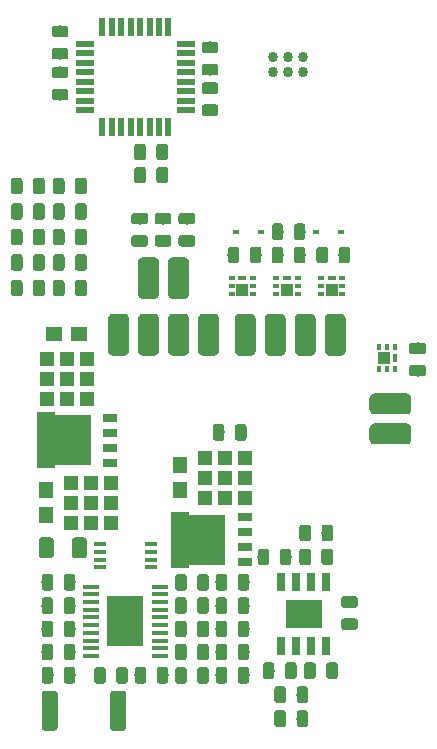
<source format=gbr>
G04 #@! TF.GenerationSoftware,KiCad,Pcbnew,(5.1.4)-1*
G04 #@! TF.CreationDate,2020-08-10T08:42:24-07:00*
G04 #@! TF.ProjectId,SkateLightMainBoard,536b6174-654c-4696-9768-744d61696e42,rev?*
G04 #@! TF.SameCoordinates,Original*
G04 #@! TF.FileFunction,Paste,Top*
G04 #@! TF.FilePolarity,Positive*
%FSLAX46Y46*%
G04 Gerber Fmt 4.6, Leading zero omitted, Abs format (unit mm)*
G04 Created by KiCad (PCBNEW (5.1.4)-1) date 2020-08-10 08:42:24*
%MOMM*%
%LPD*%
G04 APERTURE LIST*
%ADD10C,0.864000*%
%ADD11R,1.150000X0.700000*%
%ADD12R,3.100000X4.200000*%
%ADD13R,1.500000X4.700000*%
%ADD14C,0.100000*%
%ADD15C,0.975000*%
%ADD16R,1.200000X1.250000*%
%ADD17R,1.270000X1.400000*%
%ADD18R,1.100000X0.400000*%
%ADD19R,3.150000X4.350000*%
%ADD20R,1.450000X0.450000*%
%ADD21C,1.350000*%
%ADD22C,1.778000*%
%ADD23C,1.250000*%
%ADD24R,1.400000X1.270000*%
%ADD25R,1.250000X1.200000*%
%ADD26R,0.600000X0.450000*%
%ADD27R,1.600000X0.550000*%
%ADD28R,0.550000X1.600000*%
%ADD29R,0.470000X0.400000*%
%ADD30R,1.050000X1.000000*%
%ADD31R,0.660000X0.400000*%
%ADD32R,0.650000X1.525000*%
%ADD33R,3.100000X2.400000*%
%ADD34R,0.400000X0.470000*%
%ADD35R,1.000000X1.050000*%
%ADD36R,0.400000X0.660000*%
G04 APERTURE END LIST*
D10*
X6577400Y21005800D03*
X6577400Y22275800D03*
X7847400Y21005800D03*
X7847400Y22275800D03*
X9117400Y21005800D03*
X9117400Y22275800D03*
D11*
X4192440Y-20491600D03*
X4192440Y-19221600D03*
X4192440Y-17951600D03*
X4192440Y-16681600D03*
D12*
X1017440Y-18586600D03*
D13*
X-1282560Y-18586600D03*
D14*
G36*
X-10972718Y24926446D02*
G01*
X-10949057Y24922936D01*
X-10925853Y24917124D01*
X-10903331Y24909066D01*
X-10881707Y24898838D01*
X-10861190Y24886541D01*
X-10841977Y24872291D01*
X-10824253Y24856227D01*
X-10808189Y24838503D01*
X-10793939Y24819290D01*
X-10781642Y24798773D01*
X-10771414Y24777149D01*
X-10763356Y24754627D01*
X-10757544Y24731423D01*
X-10754034Y24707762D01*
X-10752860Y24683870D01*
X-10752860Y24196370D01*
X-10754034Y24172478D01*
X-10757544Y24148817D01*
X-10763356Y24125613D01*
X-10771414Y24103091D01*
X-10781642Y24081467D01*
X-10793939Y24060950D01*
X-10808189Y24041737D01*
X-10824253Y24024013D01*
X-10841977Y24007949D01*
X-10861190Y23993699D01*
X-10881707Y23981402D01*
X-10903331Y23971174D01*
X-10925853Y23963116D01*
X-10949057Y23957304D01*
X-10972718Y23953794D01*
X-10996610Y23952620D01*
X-11909110Y23952620D01*
X-11933002Y23953794D01*
X-11956663Y23957304D01*
X-11979867Y23963116D01*
X-12002389Y23971174D01*
X-12024013Y23981402D01*
X-12044530Y23993699D01*
X-12063743Y24007949D01*
X-12081467Y24024013D01*
X-12097531Y24041737D01*
X-12111781Y24060950D01*
X-12124078Y24081467D01*
X-12134306Y24103091D01*
X-12142364Y24125613D01*
X-12148176Y24148817D01*
X-12151686Y24172478D01*
X-12152860Y24196370D01*
X-12152860Y24683870D01*
X-12151686Y24707762D01*
X-12148176Y24731423D01*
X-12142364Y24754627D01*
X-12134306Y24777149D01*
X-12124078Y24798773D01*
X-12111781Y24819290D01*
X-12097531Y24838503D01*
X-12081467Y24856227D01*
X-12063743Y24872291D01*
X-12044530Y24886541D01*
X-12024013Y24898838D01*
X-12002389Y24909066D01*
X-11979867Y24917124D01*
X-11956663Y24922936D01*
X-11933002Y24926446D01*
X-11909110Y24927620D01*
X-10996610Y24927620D01*
X-10972718Y24926446D01*
X-10972718Y24926446D01*
G37*
D15*
X-11452860Y24440120D03*
D14*
G36*
X-10972718Y23051446D02*
G01*
X-10949057Y23047936D01*
X-10925853Y23042124D01*
X-10903331Y23034066D01*
X-10881707Y23023838D01*
X-10861190Y23011541D01*
X-10841977Y22997291D01*
X-10824253Y22981227D01*
X-10808189Y22963503D01*
X-10793939Y22944290D01*
X-10781642Y22923773D01*
X-10771414Y22902149D01*
X-10763356Y22879627D01*
X-10757544Y22856423D01*
X-10754034Y22832762D01*
X-10752860Y22808870D01*
X-10752860Y22321370D01*
X-10754034Y22297478D01*
X-10757544Y22273817D01*
X-10763356Y22250613D01*
X-10771414Y22228091D01*
X-10781642Y22206467D01*
X-10793939Y22185950D01*
X-10808189Y22166737D01*
X-10824253Y22149013D01*
X-10841977Y22132949D01*
X-10861190Y22118699D01*
X-10881707Y22106402D01*
X-10903331Y22096174D01*
X-10925853Y22088116D01*
X-10949057Y22082304D01*
X-10972718Y22078794D01*
X-10996610Y22077620D01*
X-11909110Y22077620D01*
X-11933002Y22078794D01*
X-11956663Y22082304D01*
X-11979867Y22088116D01*
X-12002389Y22096174D01*
X-12024013Y22106402D01*
X-12044530Y22118699D01*
X-12063743Y22132949D01*
X-12081467Y22149013D01*
X-12097531Y22166737D01*
X-12111781Y22185950D01*
X-12124078Y22206467D01*
X-12134306Y22228091D01*
X-12142364Y22250613D01*
X-12148176Y22273817D01*
X-12151686Y22297478D01*
X-12152860Y22321370D01*
X-12152860Y22808870D01*
X-12151686Y22832762D01*
X-12148176Y22856423D01*
X-12142364Y22879627D01*
X-12134306Y22902149D01*
X-12124078Y22923773D01*
X-12111781Y22944290D01*
X-12097531Y22963503D01*
X-12081467Y22981227D01*
X-12063743Y22997291D01*
X-12044530Y23011541D01*
X-12024013Y23023838D01*
X-12002389Y23034066D01*
X-11979867Y23042124D01*
X-11956663Y23047936D01*
X-11933002Y23051446D01*
X-11909110Y23052620D01*
X-10996610Y23052620D01*
X-10972718Y23051446D01*
X-10972718Y23051446D01*
G37*
D15*
X-11452860Y22565120D03*
D13*
X-12673420Y-10185400D03*
D12*
X-10373420Y-10185400D03*
D11*
X-7198420Y-8280400D03*
X-7198420Y-9550400D03*
X-7198420Y-10820400D03*
X-7198420Y-12090400D03*
D14*
G36*
X-12247418Y-29374774D02*
G01*
X-12223757Y-29378284D01*
X-12200553Y-29384096D01*
X-12178031Y-29392154D01*
X-12156407Y-29402382D01*
X-12135890Y-29414679D01*
X-12116677Y-29428929D01*
X-12098953Y-29444993D01*
X-12082889Y-29462717D01*
X-12068639Y-29481930D01*
X-12056342Y-29502447D01*
X-12046114Y-29524071D01*
X-12038056Y-29546593D01*
X-12032244Y-29569797D01*
X-12028734Y-29593458D01*
X-12027560Y-29617350D01*
X-12027560Y-30529850D01*
X-12028734Y-30553742D01*
X-12032244Y-30577403D01*
X-12038056Y-30600607D01*
X-12046114Y-30623129D01*
X-12056342Y-30644753D01*
X-12068639Y-30665270D01*
X-12082889Y-30684483D01*
X-12098953Y-30702207D01*
X-12116677Y-30718271D01*
X-12135890Y-30732521D01*
X-12156407Y-30744818D01*
X-12178031Y-30755046D01*
X-12200553Y-30763104D01*
X-12223757Y-30768916D01*
X-12247418Y-30772426D01*
X-12271310Y-30773600D01*
X-12758810Y-30773600D01*
X-12782702Y-30772426D01*
X-12806363Y-30768916D01*
X-12829567Y-30763104D01*
X-12852089Y-30755046D01*
X-12873713Y-30744818D01*
X-12894230Y-30732521D01*
X-12913443Y-30718271D01*
X-12931167Y-30702207D01*
X-12947231Y-30684483D01*
X-12961481Y-30665270D01*
X-12973778Y-30644753D01*
X-12984006Y-30623129D01*
X-12992064Y-30600607D01*
X-12997876Y-30577403D01*
X-13001386Y-30553742D01*
X-13002560Y-30529850D01*
X-13002560Y-29617350D01*
X-13001386Y-29593458D01*
X-12997876Y-29569797D01*
X-12992064Y-29546593D01*
X-12984006Y-29524071D01*
X-12973778Y-29502447D01*
X-12961481Y-29481930D01*
X-12947231Y-29462717D01*
X-12931167Y-29444993D01*
X-12913443Y-29428929D01*
X-12894230Y-29414679D01*
X-12873713Y-29402382D01*
X-12852089Y-29392154D01*
X-12829567Y-29384096D01*
X-12806363Y-29378284D01*
X-12782702Y-29374774D01*
X-12758810Y-29373600D01*
X-12271310Y-29373600D01*
X-12247418Y-29374774D01*
X-12247418Y-29374774D01*
G37*
D15*
X-12515060Y-30073600D03*
D14*
G36*
X-10372418Y-29374774D02*
G01*
X-10348757Y-29378284D01*
X-10325553Y-29384096D01*
X-10303031Y-29392154D01*
X-10281407Y-29402382D01*
X-10260890Y-29414679D01*
X-10241677Y-29428929D01*
X-10223953Y-29444993D01*
X-10207889Y-29462717D01*
X-10193639Y-29481930D01*
X-10181342Y-29502447D01*
X-10171114Y-29524071D01*
X-10163056Y-29546593D01*
X-10157244Y-29569797D01*
X-10153734Y-29593458D01*
X-10152560Y-29617350D01*
X-10152560Y-30529850D01*
X-10153734Y-30553742D01*
X-10157244Y-30577403D01*
X-10163056Y-30600607D01*
X-10171114Y-30623129D01*
X-10181342Y-30644753D01*
X-10193639Y-30665270D01*
X-10207889Y-30684483D01*
X-10223953Y-30702207D01*
X-10241677Y-30718271D01*
X-10260890Y-30732521D01*
X-10281407Y-30744818D01*
X-10303031Y-30755046D01*
X-10325553Y-30763104D01*
X-10348757Y-30768916D01*
X-10372418Y-30772426D01*
X-10396310Y-30773600D01*
X-10883810Y-30773600D01*
X-10907702Y-30772426D01*
X-10931363Y-30768916D01*
X-10954567Y-30763104D01*
X-10977089Y-30755046D01*
X-10998713Y-30744818D01*
X-11019230Y-30732521D01*
X-11038443Y-30718271D01*
X-11056167Y-30702207D01*
X-11072231Y-30684483D01*
X-11086481Y-30665270D01*
X-11098778Y-30644753D01*
X-11109006Y-30623129D01*
X-11117064Y-30600607D01*
X-11122876Y-30577403D01*
X-11126386Y-30553742D01*
X-11127560Y-30529850D01*
X-11127560Y-29617350D01*
X-11126386Y-29593458D01*
X-11122876Y-29569797D01*
X-11117064Y-29546593D01*
X-11109006Y-29524071D01*
X-11098778Y-29502447D01*
X-11086481Y-29481930D01*
X-11072231Y-29462717D01*
X-11056167Y-29444993D01*
X-11038443Y-29428929D01*
X-11019230Y-29414679D01*
X-10998713Y-29402382D01*
X-10977089Y-29392154D01*
X-10954567Y-29384096D01*
X-10931363Y-29378284D01*
X-10907702Y-29374774D01*
X-10883810Y-29373600D01*
X-10396310Y-29373600D01*
X-10372418Y-29374774D01*
X-10372418Y-29374774D01*
G37*
D15*
X-10640060Y-30073600D03*
D14*
G36*
X-7817418Y-29374774D02*
G01*
X-7793757Y-29378284D01*
X-7770553Y-29384096D01*
X-7748031Y-29392154D01*
X-7726407Y-29402382D01*
X-7705890Y-29414679D01*
X-7686677Y-29428929D01*
X-7668953Y-29444993D01*
X-7652889Y-29462717D01*
X-7638639Y-29481930D01*
X-7626342Y-29502447D01*
X-7616114Y-29524071D01*
X-7608056Y-29546593D01*
X-7602244Y-29569797D01*
X-7598734Y-29593458D01*
X-7597560Y-29617350D01*
X-7597560Y-30529850D01*
X-7598734Y-30553742D01*
X-7602244Y-30577403D01*
X-7608056Y-30600607D01*
X-7616114Y-30623129D01*
X-7626342Y-30644753D01*
X-7638639Y-30665270D01*
X-7652889Y-30684483D01*
X-7668953Y-30702207D01*
X-7686677Y-30718271D01*
X-7705890Y-30732521D01*
X-7726407Y-30744818D01*
X-7748031Y-30755046D01*
X-7770553Y-30763104D01*
X-7793757Y-30768916D01*
X-7817418Y-30772426D01*
X-7841310Y-30773600D01*
X-8328810Y-30773600D01*
X-8352702Y-30772426D01*
X-8376363Y-30768916D01*
X-8399567Y-30763104D01*
X-8422089Y-30755046D01*
X-8443713Y-30744818D01*
X-8464230Y-30732521D01*
X-8483443Y-30718271D01*
X-8501167Y-30702207D01*
X-8517231Y-30684483D01*
X-8531481Y-30665270D01*
X-8543778Y-30644753D01*
X-8554006Y-30623129D01*
X-8562064Y-30600607D01*
X-8567876Y-30577403D01*
X-8571386Y-30553742D01*
X-8572560Y-30529850D01*
X-8572560Y-29617350D01*
X-8571386Y-29593458D01*
X-8567876Y-29569797D01*
X-8562064Y-29546593D01*
X-8554006Y-29524071D01*
X-8543778Y-29502447D01*
X-8531481Y-29481930D01*
X-8517231Y-29462717D01*
X-8501167Y-29444993D01*
X-8483443Y-29428929D01*
X-8464230Y-29414679D01*
X-8443713Y-29402382D01*
X-8422089Y-29392154D01*
X-8399567Y-29384096D01*
X-8376363Y-29378284D01*
X-8352702Y-29374774D01*
X-8328810Y-29373600D01*
X-7841310Y-29373600D01*
X-7817418Y-29374774D01*
X-7817418Y-29374774D01*
G37*
D15*
X-8085060Y-30073600D03*
D14*
G36*
X-5942418Y-29374774D02*
G01*
X-5918757Y-29378284D01*
X-5895553Y-29384096D01*
X-5873031Y-29392154D01*
X-5851407Y-29402382D01*
X-5830890Y-29414679D01*
X-5811677Y-29428929D01*
X-5793953Y-29444993D01*
X-5777889Y-29462717D01*
X-5763639Y-29481930D01*
X-5751342Y-29502447D01*
X-5741114Y-29524071D01*
X-5733056Y-29546593D01*
X-5727244Y-29569797D01*
X-5723734Y-29593458D01*
X-5722560Y-29617350D01*
X-5722560Y-30529850D01*
X-5723734Y-30553742D01*
X-5727244Y-30577403D01*
X-5733056Y-30600607D01*
X-5741114Y-30623129D01*
X-5751342Y-30644753D01*
X-5763639Y-30665270D01*
X-5777889Y-30684483D01*
X-5793953Y-30702207D01*
X-5811677Y-30718271D01*
X-5830890Y-30732521D01*
X-5851407Y-30744818D01*
X-5873031Y-30755046D01*
X-5895553Y-30763104D01*
X-5918757Y-30768916D01*
X-5942418Y-30772426D01*
X-5966310Y-30773600D01*
X-6453810Y-30773600D01*
X-6477702Y-30772426D01*
X-6501363Y-30768916D01*
X-6524567Y-30763104D01*
X-6547089Y-30755046D01*
X-6568713Y-30744818D01*
X-6589230Y-30732521D01*
X-6608443Y-30718271D01*
X-6626167Y-30702207D01*
X-6642231Y-30684483D01*
X-6656481Y-30665270D01*
X-6668778Y-30644753D01*
X-6679006Y-30623129D01*
X-6687064Y-30600607D01*
X-6692876Y-30577403D01*
X-6696386Y-30553742D01*
X-6697560Y-30529850D01*
X-6697560Y-29617350D01*
X-6696386Y-29593458D01*
X-6692876Y-29569797D01*
X-6687064Y-29546593D01*
X-6679006Y-29524071D01*
X-6668778Y-29502447D01*
X-6656481Y-29481930D01*
X-6642231Y-29462717D01*
X-6626167Y-29444993D01*
X-6608443Y-29428929D01*
X-6589230Y-29414679D01*
X-6568713Y-29402382D01*
X-6547089Y-29392154D01*
X-6524567Y-29384096D01*
X-6501363Y-29378284D01*
X-6477702Y-29374774D01*
X-6453810Y-29373600D01*
X-5966310Y-29373600D01*
X-5942418Y-29374774D01*
X-5942418Y-29374774D01*
G37*
D15*
X-6210060Y-30073600D03*
D14*
G36*
X4344582Y-25437774D02*
G01*
X4368243Y-25441284D01*
X4391447Y-25447096D01*
X4413969Y-25455154D01*
X4435593Y-25465382D01*
X4456110Y-25477679D01*
X4475323Y-25491929D01*
X4493047Y-25507993D01*
X4509111Y-25525717D01*
X4523361Y-25544930D01*
X4535658Y-25565447D01*
X4545886Y-25587071D01*
X4553944Y-25609593D01*
X4559756Y-25632797D01*
X4563266Y-25656458D01*
X4564440Y-25680350D01*
X4564440Y-26592850D01*
X4563266Y-26616742D01*
X4559756Y-26640403D01*
X4553944Y-26663607D01*
X4545886Y-26686129D01*
X4535658Y-26707753D01*
X4523361Y-26728270D01*
X4509111Y-26747483D01*
X4493047Y-26765207D01*
X4475323Y-26781271D01*
X4456110Y-26795521D01*
X4435593Y-26807818D01*
X4413969Y-26818046D01*
X4391447Y-26826104D01*
X4368243Y-26831916D01*
X4344582Y-26835426D01*
X4320690Y-26836600D01*
X3833190Y-26836600D01*
X3809298Y-26835426D01*
X3785637Y-26831916D01*
X3762433Y-26826104D01*
X3739911Y-26818046D01*
X3718287Y-26807818D01*
X3697770Y-26795521D01*
X3678557Y-26781271D01*
X3660833Y-26765207D01*
X3644769Y-26747483D01*
X3630519Y-26728270D01*
X3618222Y-26707753D01*
X3607994Y-26686129D01*
X3599936Y-26663607D01*
X3594124Y-26640403D01*
X3590614Y-26616742D01*
X3589440Y-26592850D01*
X3589440Y-25680350D01*
X3590614Y-25656458D01*
X3594124Y-25632797D01*
X3599936Y-25609593D01*
X3607994Y-25587071D01*
X3618222Y-25565447D01*
X3630519Y-25544930D01*
X3644769Y-25525717D01*
X3660833Y-25507993D01*
X3678557Y-25491929D01*
X3697770Y-25477679D01*
X3718287Y-25465382D01*
X3739911Y-25455154D01*
X3762433Y-25447096D01*
X3785637Y-25441284D01*
X3809298Y-25437774D01*
X3833190Y-25436600D01*
X4320690Y-25436600D01*
X4344582Y-25437774D01*
X4344582Y-25437774D01*
G37*
D15*
X4076940Y-26136600D03*
D14*
G36*
X2469582Y-25437774D02*
G01*
X2493243Y-25441284D01*
X2516447Y-25447096D01*
X2538969Y-25455154D01*
X2560593Y-25465382D01*
X2581110Y-25477679D01*
X2600323Y-25491929D01*
X2618047Y-25507993D01*
X2634111Y-25525717D01*
X2648361Y-25544930D01*
X2660658Y-25565447D01*
X2670886Y-25587071D01*
X2678944Y-25609593D01*
X2684756Y-25632797D01*
X2688266Y-25656458D01*
X2689440Y-25680350D01*
X2689440Y-26592850D01*
X2688266Y-26616742D01*
X2684756Y-26640403D01*
X2678944Y-26663607D01*
X2670886Y-26686129D01*
X2660658Y-26707753D01*
X2648361Y-26728270D01*
X2634111Y-26747483D01*
X2618047Y-26765207D01*
X2600323Y-26781271D01*
X2581110Y-26795521D01*
X2560593Y-26807818D01*
X2538969Y-26818046D01*
X2516447Y-26826104D01*
X2493243Y-26831916D01*
X2469582Y-26835426D01*
X2445690Y-26836600D01*
X1958190Y-26836600D01*
X1934298Y-26835426D01*
X1910637Y-26831916D01*
X1887433Y-26826104D01*
X1864911Y-26818046D01*
X1843287Y-26807818D01*
X1822770Y-26795521D01*
X1803557Y-26781271D01*
X1785833Y-26765207D01*
X1769769Y-26747483D01*
X1755519Y-26728270D01*
X1743222Y-26707753D01*
X1732994Y-26686129D01*
X1724936Y-26663607D01*
X1719124Y-26640403D01*
X1715614Y-26616742D01*
X1714440Y-26592850D01*
X1714440Y-25680350D01*
X1715614Y-25656458D01*
X1719124Y-25632797D01*
X1724936Y-25609593D01*
X1732994Y-25587071D01*
X1743222Y-25565447D01*
X1755519Y-25544930D01*
X1769769Y-25525717D01*
X1785833Y-25507993D01*
X1803557Y-25491929D01*
X1822770Y-25477679D01*
X1843287Y-25465382D01*
X1864911Y-25455154D01*
X1887433Y-25447096D01*
X1910637Y-25441284D01*
X1934298Y-25437774D01*
X1958190Y-25436600D01*
X2445690Y-25436600D01*
X2469582Y-25437774D01*
X2469582Y-25437774D01*
G37*
D15*
X2201940Y-26136600D03*
D14*
G36*
X4344582Y-27406274D02*
G01*
X4368243Y-27409784D01*
X4391447Y-27415596D01*
X4413969Y-27423654D01*
X4435593Y-27433882D01*
X4456110Y-27446179D01*
X4475323Y-27460429D01*
X4493047Y-27476493D01*
X4509111Y-27494217D01*
X4523361Y-27513430D01*
X4535658Y-27533947D01*
X4545886Y-27555571D01*
X4553944Y-27578093D01*
X4559756Y-27601297D01*
X4563266Y-27624958D01*
X4564440Y-27648850D01*
X4564440Y-28561350D01*
X4563266Y-28585242D01*
X4559756Y-28608903D01*
X4553944Y-28632107D01*
X4545886Y-28654629D01*
X4535658Y-28676253D01*
X4523361Y-28696770D01*
X4509111Y-28715983D01*
X4493047Y-28733707D01*
X4475323Y-28749771D01*
X4456110Y-28764021D01*
X4435593Y-28776318D01*
X4413969Y-28786546D01*
X4391447Y-28794604D01*
X4368243Y-28800416D01*
X4344582Y-28803926D01*
X4320690Y-28805100D01*
X3833190Y-28805100D01*
X3809298Y-28803926D01*
X3785637Y-28800416D01*
X3762433Y-28794604D01*
X3739911Y-28786546D01*
X3718287Y-28776318D01*
X3697770Y-28764021D01*
X3678557Y-28749771D01*
X3660833Y-28733707D01*
X3644769Y-28715983D01*
X3630519Y-28696770D01*
X3618222Y-28676253D01*
X3607994Y-28654629D01*
X3599936Y-28632107D01*
X3594124Y-28608903D01*
X3590614Y-28585242D01*
X3589440Y-28561350D01*
X3589440Y-27648850D01*
X3590614Y-27624958D01*
X3594124Y-27601297D01*
X3599936Y-27578093D01*
X3607994Y-27555571D01*
X3618222Y-27533947D01*
X3630519Y-27513430D01*
X3644769Y-27494217D01*
X3660833Y-27476493D01*
X3678557Y-27460429D01*
X3697770Y-27446179D01*
X3718287Y-27433882D01*
X3739911Y-27423654D01*
X3762433Y-27415596D01*
X3785637Y-27409784D01*
X3809298Y-27406274D01*
X3833190Y-27405100D01*
X4320690Y-27405100D01*
X4344582Y-27406274D01*
X4344582Y-27406274D01*
G37*
D15*
X4076940Y-28105100D03*
D14*
G36*
X2469582Y-27406274D02*
G01*
X2493243Y-27409784D01*
X2516447Y-27415596D01*
X2538969Y-27423654D01*
X2560593Y-27433882D01*
X2581110Y-27446179D01*
X2600323Y-27460429D01*
X2618047Y-27476493D01*
X2634111Y-27494217D01*
X2648361Y-27513430D01*
X2660658Y-27533947D01*
X2670886Y-27555571D01*
X2678944Y-27578093D01*
X2684756Y-27601297D01*
X2688266Y-27624958D01*
X2689440Y-27648850D01*
X2689440Y-28561350D01*
X2688266Y-28585242D01*
X2684756Y-28608903D01*
X2678944Y-28632107D01*
X2670886Y-28654629D01*
X2660658Y-28676253D01*
X2648361Y-28696770D01*
X2634111Y-28715983D01*
X2618047Y-28733707D01*
X2600323Y-28749771D01*
X2581110Y-28764021D01*
X2560593Y-28776318D01*
X2538969Y-28786546D01*
X2516447Y-28794604D01*
X2493243Y-28800416D01*
X2469582Y-28803926D01*
X2445690Y-28805100D01*
X1958190Y-28805100D01*
X1934298Y-28803926D01*
X1910637Y-28800416D01*
X1887433Y-28794604D01*
X1864911Y-28786546D01*
X1843287Y-28776318D01*
X1822770Y-28764021D01*
X1803557Y-28749771D01*
X1785833Y-28733707D01*
X1769769Y-28715983D01*
X1755519Y-28696770D01*
X1743222Y-28676253D01*
X1732994Y-28654629D01*
X1724936Y-28632107D01*
X1719124Y-28608903D01*
X1715614Y-28585242D01*
X1714440Y-28561350D01*
X1714440Y-27648850D01*
X1715614Y-27624958D01*
X1719124Y-27601297D01*
X1724936Y-27578093D01*
X1732994Y-27555571D01*
X1743222Y-27533947D01*
X1755519Y-27513430D01*
X1769769Y-27494217D01*
X1785833Y-27476493D01*
X1803557Y-27460429D01*
X1822770Y-27446179D01*
X1843287Y-27433882D01*
X1864911Y-27423654D01*
X1887433Y-27415596D01*
X1910637Y-27409784D01*
X1934298Y-27406274D01*
X1958190Y-27405100D01*
X2445690Y-27405100D01*
X2469582Y-27406274D01*
X2469582Y-27406274D01*
G37*
D15*
X2201940Y-28105100D03*
D14*
G36*
X-4388418Y-29374774D02*
G01*
X-4364757Y-29378284D01*
X-4341553Y-29384096D01*
X-4319031Y-29392154D01*
X-4297407Y-29402382D01*
X-4276890Y-29414679D01*
X-4257677Y-29428929D01*
X-4239953Y-29444993D01*
X-4223889Y-29462717D01*
X-4209639Y-29481930D01*
X-4197342Y-29502447D01*
X-4187114Y-29524071D01*
X-4179056Y-29546593D01*
X-4173244Y-29569797D01*
X-4169734Y-29593458D01*
X-4168560Y-29617350D01*
X-4168560Y-30529850D01*
X-4169734Y-30553742D01*
X-4173244Y-30577403D01*
X-4179056Y-30600607D01*
X-4187114Y-30623129D01*
X-4197342Y-30644753D01*
X-4209639Y-30665270D01*
X-4223889Y-30684483D01*
X-4239953Y-30702207D01*
X-4257677Y-30718271D01*
X-4276890Y-30732521D01*
X-4297407Y-30744818D01*
X-4319031Y-30755046D01*
X-4341553Y-30763104D01*
X-4364757Y-30768916D01*
X-4388418Y-30772426D01*
X-4412310Y-30773600D01*
X-4899810Y-30773600D01*
X-4923702Y-30772426D01*
X-4947363Y-30768916D01*
X-4970567Y-30763104D01*
X-4993089Y-30755046D01*
X-5014713Y-30744818D01*
X-5035230Y-30732521D01*
X-5054443Y-30718271D01*
X-5072167Y-30702207D01*
X-5088231Y-30684483D01*
X-5102481Y-30665270D01*
X-5114778Y-30644753D01*
X-5125006Y-30623129D01*
X-5133064Y-30600607D01*
X-5138876Y-30577403D01*
X-5142386Y-30553742D01*
X-5143560Y-30529850D01*
X-5143560Y-29617350D01*
X-5142386Y-29593458D01*
X-5138876Y-29569797D01*
X-5133064Y-29546593D01*
X-5125006Y-29524071D01*
X-5114778Y-29502447D01*
X-5102481Y-29481930D01*
X-5088231Y-29462717D01*
X-5072167Y-29444993D01*
X-5054443Y-29428929D01*
X-5035230Y-29414679D01*
X-5014713Y-29402382D01*
X-4993089Y-29392154D01*
X-4970567Y-29384096D01*
X-4947363Y-29378284D01*
X-4923702Y-29374774D01*
X-4899810Y-29373600D01*
X-4412310Y-29373600D01*
X-4388418Y-29374774D01*
X-4388418Y-29374774D01*
G37*
D15*
X-4656060Y-30073600D03*
D14*
G36*
X-2513418Y-29374774D02*
G01*
X-2489757Y-29378284D01*
X-2466553Y-29384096D01*
X-2444031Y-29392154D01*
X-2422407Y-29402382D01*
X-2401890Y-29414679D01*
X-2382677Y-29428929D01*
X-2364953Y-29444993D01*
X-2348889Y-29462717D01*
X-2334639Y-29481930D01*
X-2322342Y-29502447D01*
X-2312114Y-29524071D01*
X-2304056Y-29546593D01*
X-2298244Y-29569797D01*
X-2294734Y-29593458D01*
X-2293560Y-29617350D01*
X-2293560Y-30529850D01*
X-2294734Y-30553742D01*
X-2298244Y-30577403D01*
X-2304056Y-30600607D01*
X-2312114Y-30623129D01*
X-2322342Y-30644753D01*
X-2334639Y-30665270D01*
X-2348889Y-30684483D01*
X-2364953Y-30702207D01*
X-2382677Y-30718271D01*
X-2401890Y-30732521D01*
X-2422407Y-30744818D01*
X-2444031Y-30755046D01*
X-2466553Y-30763104D01*
X-2489757Y-30768916D01*
X-2513418Y-30772426D01*
X-2537310Y-30773600D01*
X-3024810Y-30773600D01*
X-3048702Y-30772426D01*
X-3072363Y-30768916D01*
X-3095567Y-30763104D01*
X-3118089Y-30755046D01*
X-3139713Y-30744818D01*
X-3160230Y-30732521D01*
X-3179443Y-30718271D01*
X-3197167Y-30702207D01*
X-3213231Y-30684483D01*
X-3227481Y-30665270D01*
X-3239778Y-30644753D01*
X-3250006Y-30623129D01*
X-3258064Y-30600607D01*
X-3263876Y-30577403D01*
X-3267386Y-30553742D01*
X-3268560Y-30529850D01*
X-3268560Y-29617350D01*
X-3267386Y-29593458D01*
X-3263876Y-29569797D01*
X-3258064Y-29546593D01*
X-3250006Y-29524071D01*
X-3239778Y-29502447D01*
X-3227481Y-29481930D01*
X-3213231Y-29462717D01*
X-3197167Y-29444993D01*
X-3179443Y-29428929D01*
X-3160230Y-29414679D01*
X-3139713Y-29402382D01*
X-3118089Y-29392154D01*
X-3095567Y-29384096D01*
X-3072363Y-29378284D01*
X-3048702Y-29374774D01*
X-3024810Y-29373600D01*
X-2537310Y-29373600D01*
X-2513418Y-29374774D01*
X-2513418Y-29374774D01*
G37*
D15*
X-2781060Y-30073600D03*
D14*
G36*
X-959418Y-25437774D02*
G01*
X-935757Y-25441284D01*
X-912553Y-25447096D01*
X-890031Y-25455154D01*
X-868407Y-25465382D01*
X-847890Y-25477679D01*
X-828677Y-25491929D01*
X-810953Y-25507993D01*
X-794889Y-25525717D01*
X-780639Y-25544930D01*
X-768342Y-25565447D01*
X-758114Y-25587071D01*
X-750056Y-25609593D01*
X-744244Y-25632797D01*
X-740734Y-25656458D01*
X-739560Y-25680350D01*
X-739560Y-26592850D01*
X-740734Y-26616742D01*
X-744244Y-26640403D01*
X-750056Y-26663607D01*
X-758114Y-26686129D01*
X-768342Y-26707753D01*
X-780639Y-26728270D01*
X-794889Y-26747483D01*
X-810953Y-26765207D01*
X-828677Y-26781271D01*
X-847890Y-26795521D01*
X-868407Y-26807818D01*
X-890031Y-26818046D01*
X-912553Y-26826104D01*
X-935757Y-26831916D01*
X-959418Y-26835426D01*
X-983310Y-26836600D01*
X-1470810Y-26836600D01*
X-1494702Y-26835426D01*
X-1518363Y-26831916D01*
X-1541567Y-26826104D01*
X-1564089Y-26818046D01*
X-1585713Y-26807818D01*
X-1606230Y-26795521D01*
X-1625443Y-26781271D01*
X-1643167Y-26765207D01*
X-1659231Y-26747483D01*
X-1673481Y-26728270D01*
X-1685778Y-26707753D01*
X-1696006Y-26686129D01*
X-1704064Y-26663607D01*
X-1709876Y-26640403D01*
X-1713386Y-26616742D01*
X-1714560Y-26592850D01*
X-1714560Y-25680350D01*
X-1713386Y-25656458D01*
X-1709876Y-25632797D01*
X-1704064Y-25609593D01*
X-1696006Y-25587071D01*
X-1685778Y-25565447D01*
X-1673481Y-25544930D01*
X-1659231Y-25525717D01*
X-1643167Y-25507993D01*
X-1625443Y-25491929D01*
X-1606230Y-25477679D01*
X-1585713Y-25465382D01*
X-1564089Y-25455154D01*
X-1541567Y-25447096D01*
X-1518363Y-25441284D01*
X-1494702Y-25437774D01*
X-1470810Y-25436600D01*
X-983310Y-25436600D01*
X-959418Y-25437774D01*
X-959418Y-25437774D01*
G37*
D15*
X-1227060Y-26136600D03*
D14*
G36*
X915582Y-25437774D02*
G01*
X939243Y-25441284D01*
X962447Y-25447096D01*
X984969Y-25455154D01*
X1006593Y-25465382D01*
X1027110Y-25477679D01*
X1046323Y-25491929D01*
X1064047Y-25507993D01*
X1080111Y-25525717D01*
X1094361Y-25544930D01*
X1106658Y-25565447D01*
X1116886Y-25587071D01*
X1124944Y-25609593D01*
X1130756Y-25632797D01*
X1134266Y-25656458D01*
X1135440Y-25680350D01*
X1135440Y-26592850D01*
X1134266Y-26616742D01*
X1130756Y-26640403D01*
X1124944Y-26663607D01*
X1116886Y-26686129D01*
X1106658Y-26707753D01*
X1094361Y-26728270D01*
X1080111Y-26747483D01*
X1064047Y-26765207D01*
X1046323Y-26781271D01*
X1027110Y-26795521D01*
X1006593Y-26807818D01*
X984969Y-26818046D01*
X962447Y-26826104D01*
X939243Y-26831916D01*
X915582Y-26835426D01*
X891690Y-26836600D01*
X404190Y-26836600D01*
X380298Y-26835426D01*
X356637Y-26831916D01*
X333433Y-26826104D01*
X310911Y-26818046D01*
X289287Y-26807818D01*
X268770Y-26795521D01*
X249557Y-26781271D01*
X231833Y-26765207D01*
X215769Y-26747483D01*
X201519Y-26728270D01*
X189222Y-26707753D01*
X178994Y-26686129D01*
X170936Y-26663607D01*
X165124Y-26640403D01*
X161614Y-26616742D01*
X160440Y-26592850D01*
X160440Y-25680350D01*
X161614Y-25656458D01*
X165124Y-25632797D01*
X170936Y-25609593D01*
X178994Y-25587071D01*
X189222Y-25565447D01*
X201519Y-25544930D01*
X215769Y-25525717D01*
X231833Y-25507993D01*
X249557Y-25491929D01*
X268770Y-25477679D01*
X289287Y-25465382D01*
X310911Y-25455154D01*
X333433Y-25447096D01*
X356637Y-25441284D01*
X380298Y-25437774D01*
X404190Y-25436600D01*
X891690Y-25436600D01*
X915582Y-25437774D01*
X915582Y-25437774D01*
G37*
D15*
X647940Y-26136600D03*
D14*
G36*
X4344582Y-21500774D02*
G01*
X4368243Y-21504284D01*
X4391447Y-21510096D01*
X4413969Y-21518154D01*
X4435593Y-21528382D01*
X4456110Y-21540679D01*
X4475323Y-21554929D01*
X4493047Y-21570993D01*
X4509111Y-21588717D01*
X4523361Y-21607930D01*
X4535658Y-21628447D01*
X4545886Y-21650071D01*
X4553944Y-21672593D01*
X4559756Y-21695797D01*
X4563266Y-21719458D01*
X4564440Y-21743350D01*
X4564440Y-22655850D01*
X4563266Y-22679742D01*
X4559756Y-22703403D01*
X4553944Y-22726607D01*
X4545886Y-22749129D01*
X4535658Y-22770753D01*
X4523361Y-22791270D01*
X4509111Y-22810483D01*
X4493047Y-22828207D01*
X4475323Y-22844271D01*
X4456110Y-22858521D01*
X4435593Y-22870818D01*
X4413969Y-22881046D01*
X4391447Y-22889104D01*
X4368243Y-22894916D01*
X4344582Y-22898426D01*
X4320690Y-22899600D01*
X3833190Y-22899600D01*
X3809298Y-22898426D01*
X3785637Y-22894916D01*
X3762433Y-22889104D01*
X3739911Y-22881046D01*
X3718287Y-22870818D01*
X3697770Y-22858521D01*
X3678557Y-22844271D01*
X3660833Y-22828207D01*
X3644769Y-22810483D01*
X3630519Y-22791270D01*
X3618222Y-22770753D01*
X3607994Y-22749129D01*
X3599936Y-22726607D01*
X3594124Y-22703403D01*
X3590614Y-22679742D01*
X3589440Y-22655850D01*
X3589440Y-21743350D01*
X3590614Y-21719458D01*
X3594124Y-21695797D01*
X3599936Y-21672593D01*
X3607994Y-21650071D01*
X3618222Y-21628447D01*
X3630519Y-21607930D01*
X3644769Y-21588717D01*
X3660833Y-21570993D01*
X3678557Y-21554929D01*
X3697770Y-21540679D01*
X3718287Y-21528382D01*
X3739911Y-21518154D01*
X3762433Y-21510096D01*
X3785637Y-21504284D01*
X3809298Y-21500774D01*
X3833190Y-21499600D01*
X4320690Y-21499600D01*
X4344582Y-21500774D01*
X4344582Y-21500774D01*
G37*
D15*
X4076940Y-22199600D03*
D14*
G36*
X2469582Y-21500774D02*
G01*
X2493243Y-21504284D01*
X2516447Y-21510096D01*
X2538969Y-21518154D01*
X2560593Y-21528382D01*
X2581110Y-21540679D01*
X2600323Y-21554929D01*
X2618047Y-21570993D01*
X2634111Y-21588717D01*
X2648361Y-21607930D01*
X2660658Y-21628447D01*
X2670886Y-21650071D01*
X2678944Y-21672593D01*
X2684756Y-21695797D01*
X2688266Y-21719458D01*
X2689440Y-21743350D01*
X2689440Y-22655850D01*
X2688266Y-22679742D01*
X2684756Y-22703403D01*
X2678944Y-22726607D01*
X2670886Y-22749129D01*
X2660658Y-22770753D01*
X2648361Y-22791270D01*
X2634111Y-22810483D01*
X2618047Y-22828207D01*
X2600323Y-22844271D01*
X2581110Y-22858521D01*
X2560593Y-22870818D01*
X2538969Y-22881046D01*
X2516447Y-22889104D01*
X2493243Y-22894916D01*
X2469582Y-22898426D01*
X2445690Y-22899600D01*
X1958190Y-22899600D01*
X1934298Y-22898426D01*
X1910637Y-22894916D01*
X1887433Y-22889104D01*
X1864911Y-22881046D01*
X1843287Y-22870818D01*
X1822770Y-22858521D01*
X1803557Y-22844271D01*
X1785833Y-22828207D01*
X1769769Y-22810483D01*
X1755519Y-22791270D01*
X1743222Y-22770753D01*
X1732994Y-22749129D01*
X1724936Y-22726607D01*
X1719124Y-22703403D01*
X1715614Y-22679742D01*
X1714440Y-22655850D01*
X1714440Y-21743350D01*
X1715614Y-21719458D01*
X1719124Y-21695797D01*
X1724936Y-21672593D01*
X1732994Y-21650071D01*
X1743222Y-21628447D01*
X1755519Y-21607930D01*
X1769769Y-21588717D01*
X1785833Y-21570993D01*
X1803557Y-21554929D01*
X1822770Y-21540679D01*
X1843287Y-21528382D01*
X1864911Y-21518154D01*
X1887433Y-21510096D01*
X1910637Y-21504284D01*
X1934298Y-21500774D01*
X1958190Y-21499600D01*
X2445690Y-21499600D01*
X2469582Y-21500774D01*
X2469582Y-21500774D01*
G37*
D15*
X2201940Y-22199600D03*
D14*
G36*
X-12262418Y-27406274D02*
G01*
X-12238757Y-27409784D01*
X-12215553Y-27415596D01*
X-12193031Y-27423654D01*
X-12171407Y-27433882D01*
X-12150890Y-27446179D01*
X-12131677Y-27460429D01*
X-12113953Y-27476493D01*
X-12097889Y-27494217D01*
X-12083639Y-27513430D01*
X-12071342Y-27533947D01*
X-12061114Y-27555571D01*
X-12053056Y-27578093D01*
X-12047244Y-27601297D01*
X-12043734Y-27624958D01*
X-12042560Y-27648850D01*
X-12042560Y-28561350D01*
X-12043734Y-28585242D01*
X-12047244Y-28608903D01*
X-12053056Y-28632107D01*
X-12061114Y-28654629D01*
X-12071342Y-28676253D01*
X-12083639Y-28696770D01*
X-12097889Y-28715983D01*
X-12113953Y-28733707D01*
X-12131677Y-28749771D01*
X-12150890Y-28764021D01*
X-12171407Y-28776318D01*
X-12193031Y-28786546D01*
X-12215553Y-28794604D01*
X-12238757Y-28800416D01*
X-12262418Y-28803926D01*
X-12286310Y-28805100D01*
X-12773810Y-28805100D01*
X-12797702Y-28803926D01*
X-12821363Y-28800416D01*
X-12844567Y-28794604D01*
X-12867089Y-28786546D01*
X-12888713Y-28776318D01*
X-12909230Y-28764021D01*
X-12928443Y-28749771D01*
X-12946167Y-28733707D01*
X-12962231Y-28715983D01*
X-12976481Y-28696770D01*
X-12988778Y-28676253D01*
X-12999006Y-28654629D01*
X-13007064Y-28632107D01*
X-13012876Y-28608903D01*
X-13016386Y-28585242D01*
X-13017560Y-28561350D01*
X-13017560Y-27648850D01*
X-13016386Y-27624958D01*
X-13012876Y-27601297D01*
X-13007064Y-27578093D01*
X-12999006Y-27555571D01*
X-12988778Y-27533947D01*
X-12976481Y-27513430D01*
X-12962231Y-27494217D01*
X-12946167Y-27476493D01*
X-12928443Y-27460429D01*
X-12909230Y-27446179D01*
X-12888713Y-27433882D01*
X-12867089Y-27423654D01*
X-12844567Y-27415596D01*
X-12821363Y-27409784D01*
X-12797702Y-27406274D01*
X-12773810Y-27405100D01*
X-12286310Y-27405100D01*
X-12262418Y-27406274D01*
X-12262418Y-27406274D01*
G37*
D15*
X-12530060Y-28105100D03*
D14*
G36*
X-10387418Y-27406274D02*
G01*
X-10363757Y-27409784D01*
X-10340553Y-27415596D01*
X-10318031Y-27423654D01*
X-10296407Y-27433882D01*
X-10275890Y-27446179D01*
X-10256677Y-27460429D01*
X-10238953Y-27476493D01*
X-10222889Y-27494217D01*
X-10208639Y-27513430D01*
X-10196342Y-27533947D01*
X-10186114Y-27555571D01*
X-10178056Y-27578093D01*
X-10172244Y-27601297D01*
X-10168734Y-27624958D01*
X-10167560Y-27648850D01*
X-10167560Y-28561350D01*
X-10168734Y-28585242D01*
X-10172244Y-28608903D01*
X-10178056Y-28632107D01*
X-10186114Y-28654629D01*
X-10196342Y-28676253D01*
X-10208639Y-28696770D01*
X-10222889Y-28715983D01*
X-10238953Y-28733707D01*
X-10256677Y-28749771D01*
X-10275890Y-28764021D01*
X-10296407Y-28776318D01*
X-10318031Y-28786546D01*
X-10340553Y-28794604D01*
X-10363757Y-28800416D01*
X-10387418Y-28803926D01*
X-10411310Y-28805100D01*
X-10898810Y-28805100D01*
X-10922702Y-28803926D01*
X-10946363Y-28800416D01*
X-10969567Y-28794604D01*
X-10992089Y-28786546D01*
X-11013713Y-28776318D01*
X-11034230Y-28764021D01*
X-11053443Y-28749771D01*
X-11071167Y-28733707D01*
X-11087231Y-28715983D01*
X-11101481Y-28696770D01*
X-11113778Y-28676253D01*
X-11124006Y-28654629D01*
X-11132064Y-28632107D01*
X-11137876Y-28608903D01*
X-11141386Y-28585242D01*
X-11142560Y-28561350D01*
X-11142560Y-27648850D01*
X-11141386Y-27624958D01*
X-11137876Y-27601297D01*
X-11132064Y-27578093D01*
X-11124006Y-27555571D01*
X-11113778Y-27533947D01*
X-11101481Y-27513430D01*
X-11087231Y-27494217D01*
X-11071167Y-27476493D01*
X-11053443Y-27460429D01*
X-11034230Y-27446179D01*
X-11013713Y-27433882D01*
X-10992089Y-27423654D01*
X-10969567Y-27415596D01*
X-10946363Y-27409784D01*
X-10922702Y-27406274D01*
X-10898810Y-27405100D01*
X-10411310Y-27405100D01*
X-10387418Y-27406274D01*
X-10387418Y-27406274D01*
G37*
D15*
X-10655060Y-28105100D03*
D14*
G36*
X-10387418Y-21500774D02*
G01*
X-10363757Y-21504284D01*
X-10340553Y-21510096D01*
X-10318031Y-21518154D01*
X-10296407Y-21528382D01*
X-10275890Y-21540679D01*
X-10256677Y-21554929D01*
X-10238953Y-21570993D01*
X-10222889Y-21588717D01*
X-10208639Y-21607930D01*
X-10196342Y-21628447D01*
X-10186114Y-21650071D01*
X-10178056Y-21672593D01*
X-10172244Y-21695797D01*
X-10168734Y-21719458D01*
X-10167560Y-21743350D01*
X-10167560Y-22655850D01*
X-10168734Y-22679742D01*
X-10172244Y-22703403D01*
X-10178056Y-22726607D01*
X-10186114Y-22749129D01*
X-10196342Y-22770753D01*
X-10208639Y-22791270D01*
X-10222889Y-22810483D01*
X-10238953Y-22828207D01*
X-10256677Y-22844271D01*
X-10275890Y-22858521D01*
X-10296407Y-22870818D01*
X-10318031Y-22881046D01*
X-10340553Y-22889104D01*
X-10363757Y-22894916D01*
X-10387418Y-22898426D01*
X-10411310Y-22899600D01*
X-10898810Y-22899600D01*
X-10922702Y-22898426D01*
X-10946363Y-22894916D01*
X-10969567Y-22889104D01*
X-10992089Y-22881046D01*
X-11013713Y-22870818D01*
X-11034230Y-22858521D01*
X-11053443Y-22844271D01*
X-11071167Y-22828207D01*
X-11087231Y-22810483D01*
X-11101481Y-22791270D01*
X-11113778Y-22770753D01*
X-11124006Y-22749129D01*
X-11132064Y-22726607D01*
X-11137876Y-22703403D01*
X-11141386Y-22679742D01*
X-11142560Y-22655850D01*
X-11142560Y-21743350D01*
X-11141386Y-21719458D01*
X-11137876Y-21695797D01*
X-11132064Y-21672593D01*
X-11124006Y-21650071D01*
X-11113778Y-21628447D01*
X-11101481Y-21607930D01*
X-11087231Y-21588717D01*
X-11071167Y-21570993D01*
X-11053443Y-21554929D01*
X-11034230Y-21540679D01*
X-11013713Y-21528382D01*
X-10992089Y-21518154D01*
X-10969567Y-21510096D01*
X-10946363Y-21504284D01*
X-10922702Y-21500774D01*
X-10898810Y-21499600D01*
X-10411310Y-21499600D01*
X-10387418Y-21500774D01*
X-10387418Y-21500774D01*
G37*
D15*
X-10655060Y-22199600D03*
D14*
G36*
X-12262418Y-21500774D02*
G01*
X-12238757Y-21504284D01*
X-12215553Y-21510096D01*
X-12193031Y-21518154D01*
X-12171407Y-21528382D01*
X-12150890Y-21540679D01*
X-12131677Y-21554929D01*
X-12113953Y-21570993D01*
X-12097889Y-21588717D01*
X-12083639Y-21607930D01*
X-12071342Y-21628447D01*
X-12061114Y-21650071D01*
X-12053056Y-21672593D01*
X-12047244Y-21695797D01*
X-12043734Y-21719458D01*
X-12042560Y-21743350D01*
X-12042560Y-22655850D01*
X-12043734Y-22679742D01*
X-12047244Y-22703403D01*
X-12053056Y-22726607D01*
X-12061114Y-22749129D01*
X-12071342Y-22770753D01*
X-12083639Y-22791270D01*
X-12097889Y-22810483D01*
X-12113953Y-22828207D01*
X-12131677Y-22844271D01*
X-12150890Y-22858521D01*
X-12171407Y-22870818D01*
X-12193031Y-22881046D01*
X-12215553Y-22889104D01*
X-12238757Y-22894916D01*
X-12262418Y-22898426D01*
X-12286310Y-22899600D01*
X-12773810Y-22899600D01*
X-12797702Y-22898426D01*
X-12821363Y-22894916D01*
X-12844567Y-22889104D01*
X-12867089Y-22881046D01*
X-12888713Y-22870818D01*
X-12909230Y-22858521D01*
X-12928443Y-22844271D01*
X-12946167Y-22828207D01*
X-12962231Y-22810483D01*
X-12976481Y-22791270D01*
X-12988778Y-22770753D01*
X-12999006Y-22749129D01*
X-13007064Y-22726607D01*
X-13012876Y-22703403D01*
X-13016386Y-22679742D01*
X-13017560Y-22655850D01*
X-13017560Y-21743350D01*
X-13016386Y-21719458D01*
X-13012876Y-21695797D01*
X-13007064Y-21672593D01*
X-12999006Y-21650071D01*
X-12988778Y-21628447D01*
X-12976481Y-21607930D01*
X-12962231Y-21588717D01*
X-12946167Y-21570993D01*
X-12928443Y-21554929D01*
X-12909230Y-21540679D01*
X-12888713Y-21528382D01*
X-12867089Y-21518154D01*
X-12844567Y-21510096D01*
X-12821363Y-21504284D01*
X-12797702Y-21500774D01*
X-12773810Y-21499600D01*
X-12286310Y-21499600D01*
X-12262418Y-21500774D01*
X-12262418Y-21500774D01*
G37*
D15*
X-12530060Y-22199600D03*
D14*
G36*
X-12262418Y-23469274D02*
G01*
X-12238757Y-23472784D01*
X-12215553Y-23478596D01*
X-12193031Y-23486654D01*
X-12171407Y-23496882D01*
X-12150890Y-23509179D01*
X-12131677Y-23523429D01*
X-12113953Y-23539493D01*
X-12097889Y-23557217D01*
X-12083639Y-23576430D01*
X-12071342Y-23596947D01*
X-12061114Y-23618571D01*
X-12053056Y-23641093D01*
X-12047244Y-23664297D01*
X-12043734Y-23687958D01*
X-12042560Y-23711850D01*
X-12042560Y-24624350D01*
X-12043734Y-24648242D01*
X-12047244Y-24671903D01*
X-12053056Y-24695107D01*
X-12061114Y-24717629D01*
X-12071342Y-24739253D01*
X-12083639Y-24759770D01*
X-12097889Y-24778983D01*
X-12113953Y-24796707D01*
X-12131677Y-24812771D01*
X-12150890Y-24827021D01*
X-12171407Y-24839318D01*
X-12193031Y-24849546D01*
X-12215553Y-24857604D01*
X-12238757Y-24863416D01*
X-12262418Y-24866926D01*
X-12286310Y-24868100D01*
X-12773810Y-24868100D01*
X-12797702Y-24866926D01*
X-12821363Y-24863416D01*
X-12844567Y-24857604D01*
X-12867089Y-24849546D01*
X-12888713Y-24839318D01*
X-12909230Y-24827021D01*
X-12928443Y-24812771D01*
X-12946167Y-24796707D01*
X-12962231Y-24778983D01*
X-12976481Y-24759770D01*
X-12988778Y-24739253D01*
X-12999006Y-24717629D01*
X-13007064Y-24695107D01*
X-13012876Y-24671903D01*
X-13016386Y-24648242D01*
X-13017560Y-24624350D01*
X-13017560Y-23711850D01*
X-13016386Y-23687958D01*
X-13012876Y-23664297D01*
X-13007064Y-23641093D01*
X-12999006Y-23618571D01*
X-12988778Y-23596947D01*
X-12976481Y-23576430D01*
X-12962231Y-23557217D01*
X-12946167Y-23539493D01*
X-12928443Y-23523429D01*
X-12909230Y-23509179D01*
X-12888713Y-23496882D01*
X-12867089Y-23486654D01*
X-12844567Y-23478596D01*
X-12821363Y-23472784D01*
X-12797702Y-23469274D01*
X-12773810Y-23468100D01*
X-12286310Y-23468100D01*
X-12262418Y-23469274D01*
X-12262418Y-23469274D01*
G37*
D15*
X-12530060Y-24168100D03*
D14*
G36*
X-10387418Y-23469274D02*
G01*
X-10363757Y-23472784D01*
X-10340553Y-23478596D01*
X-10318031Y-23486654D01*
X-10296407Y-23496882D01*
X-10275890Y-23509179D01*
X-10256677Y-23523429D01*
X-10238953Y-23539493D01*
X-10222889Y-23557217D01*
X-10208639Y-23576430D01*
X-10196342Y-23596947D01*
X-10186114Y-23618571D01*
X-10178056Y-23641093D01*
X-10172244Y-23664297D01*
X-10168734Y-23687958D01*
X-10167560Y-23711850D01*
X-10167560Y-24624350D01*
X-10168734Y-24648242D01*
X-10172244Y-24671903D01*
X-10178056Y-24695107D01*
X-10186114Y-24717629D01*
X-10196342Y-24739253D01*
X-10208639Y-24759770D01*
X-10222889Y-24778983D01*
X-10238953Y-24796707D01*
X-10256677Y-24812771D01*
X-10275890Y-24827021D01*
X-10296407Y-24839318D01*
X-10318031Y-24849546D01*
X-10340553Y-24857604D01*
X-10363757Y-24863416D01*
X-10387418Y-24866926D01*
X-10411310Y-24868100D01*
X-10898810Y-24868100D01*
X-10922702Y-24866926D01*
X-10946363Y-24863416D01*
X-10969567Y-24857604D01*
X-10992089Y-24849546D01*
X-11013713Y-24839318D01*
X-11034230Y-24827021D01*
X-11053443Y-24812771D01*
X-11071167Y-24796707D01*
X-11087231Y-24778983D01*
X-11101481Y-24759770D01*
X-11113778Y-24739253D01*
X-11124006Y-24717629D01*
X-11132064Y-24695107D01*
X-11137876Y-24671903D01*
X-11141386Y-24648242D01*
X-11142560Y-24624350D01*
X-11142560Y-23711850D01*
X-11141386Y-23687958D01*
X-11137876Y-23664297D01*
X-11132064Y-23641093D01*
X-11124006Y-23618571D01*
X-11113778Y-23596947D01*
X-11101481Y-23576430D01*
X-11087231Y-23557217D01*
X-11071167Y-23539493D01*
X-11053443Y-23523429D01*
X-11034230Y-23509179D01*
X-11013713Y-23496882D01*
X-10992089Y-23486654D01*
X-10969567Y-23478596D01*
X-10946363Y-23472784D01*
X-10922702Y-23469274D01*
X-10898810Y-23468100D01*
X-10411310Y-23468100D01*
X-10387418Y-23469274D01*
X-10387418Y-23469274D01*
G37*
D15*
X-10655060Y-24168100D03*
D14*
G36*
X-14853218Y9891086D02*
G01*
X-14829557Y9887576D01*
X-14806353Y9881764D01*
X-14783831Y9873706D01*
X-14762207Y9863478D01*
X-14741690Y9851181D01*
X-14722477Y9836931D01*
X-14704753Y9820867D01*
X-14688689Y9803143D01*
X-14674439Y9783930D01*
X-14662142Y9763413D01*
X-14651914Y9741789D01*
X-14643856Y9719267D01*
X-14638044Y9696063D01*
X-14634534Y9672402D01*
X-14633360Y9648510D01*
X-14633360Y8736010D01*
X-14634534Y8712118D01*
X-14638044Y8688457D01*
X-14643856Y8665253D01*
X-14651914Y8642731D01*
X-14662142Y8621107D01*
X-14674439Y8600590D01*
X-14688689Y8581377D01*
X-14704753Y8563653D01*
X-14722477Y8547589D01*
X-14741690Y8533339D01*
X-14762207Y8521042D01*
X-14783831Y8510814D01*
X-14806353Y8502756D01*
X-14829557Y8496944D01*
X-14853218Y8493434D01*
X-14877110Y8492260D01*
X-15364610Y8492260D01*
X-15388502Y8493434D01*
X-15412163Y8496944D01*
X-15435367Y8502756D01*
X-15457889Y8510814D01*
X-15479513Y8521042D01*
X-15500030Y8533339D01*
X-15519243Y8547589D01*
X-15536967Y8563653D01*
X-15553031Y8581377D01*
X-15567281Y8600590D01*
X-15579578Y8621107D01*
X-15589806Y8642731D01*
X-15597864Y8665253D01*
X-15603676Y8688457D01*
X-15607186Y8712118D01*
X-15608360Y8736010D01*
X-15608360Y9648510D01*
X-15607186Y9672402D01*
X-15603676Y9696063D01*
X-15597864Y9719267D01*
X-15589806Y9741789D01*
X-15579578Y9763413D01*
X-15567281Y9783930D01*
X-15553031Y9803143D01*
X-15536967Y9820867D01*
X-15519243Y9836931D01*
X-15500030Y9851181D01*
X-15479513Y9863478D01*
X-15457889Y9873706D01*
X-15435367Y9881764D01*
X-15412163Y9887576D01*
X-15388502Y9891086D01*
X-15364610Y9892260D01*
X-14877110Y9892260D01*
X-14853218Y9891086D01*
X-14853218Y9891086D01*
G37*
D15*
X-15120860Y9192260D03*
D14*
G36*
X-12978218Y9891086D02*
G01*
X-12954557Y9887576D01*
X-12931353Y9881764D01*
X-12908831Y9873706D01*
X-12887207Y9863478D01*
X-12866690Y9851181D01*
X-12847477Y9836931D01*
X-12829753Y9820867D01*
X-12813689Y9803143D01*
X-12799439Y9783930D01*
X-12787142Y9763413D01*
X-12776914Y9741789D01*
X-12768856Y9719267D01*
X-12763044Y9696063D01*
X-12759534Y9672402D01*
X-12758360Y9648510D01*
X-12758360Y8736010D01*
X-12759534Y8712118D01*
X-12763044Y8688457D01*
X-12768856Y8665253D01*
X-12776914Y8642731D01*
X-12787142Y8621107D01*
X-12799439Y8600590D01*
X-12813689Y8581377D01*
X-12829753Y8563653D01*
X-12847477Y8547589D01*
X-12866690Y8533339D01*
X-12887207Y8521042D01*
X-12908831Y8510814D01*
X-12931353Y8502756D01*
X-12954557Y8496944D01*
X-12978218Y8493434D01*
X-13002110Y8492260D01*
X-13489610Y8492260D01*
X-13513502Y8493434D01*
X-13537163Y8496944D01*
X-13560367Y8502756D01*
X-13582889Y8510814D01*
X-13604513Y8521042D01*
X-13625030Y8533339D01*
X-13644243Y8547589D01*
X-13661967Y8563653D01*
X-13678031Y8581377D01*
X-13692281Y8600590D01*
X-13704578Y8621107D01*
X-13714806Y8642731D01*
X-13722864Y8665253D01*
X-13728676Y8688457D01*
X-13732186Y8712118D01*
X-13733360Y8736010D01*
X-13733360Y9648510D01*
X-13732186Y9672402D01*
X-13728676Y9696063D01*
X-13722864Y9719267D01*
X-13714806Y9741789D01*
X-13704578Y9763413D01*
X-13692281Y9783930D01*
X-13678031Y9803143D01*
X-13661967Y9820867D01*
X-13644243Y9836931D01*
X-13625030Y9851181D01*
X-13604513Y9863478D01*
X-13582889Y9873706D01*
X-13560367Y9881764D01*
X-13537163Y9887576D01*
X-13513502Y9891086D01*
X-13489610Y9892260D01*
X-13002110Y9892260D01*
X-12978218Y9891086D01*
X-12978218Y9891086D01*
G37*
D15*
X-13245860Y9192260D03*
D14*
G36*
X-14853218Y5573086D02*
G01*
X-14829557Y5569576D01*
X-14806353Y5563764D01*
X-14783831Y5555706D01*
X-14762207Y5545478D01*
X-14741690Y5533181D01*
X-14722477Y5518931D01*
X-14704753Y5502867D01*
X-14688689Y5485143D01*
X-14674439Y5465930D01*
X-14662142Y5445413D01*
X-14651914Y5423789D01*
X-14643856Y5401267D01*
X-14638044Y5378063D01*
X-14634534Y5354402D01*
X-14633360Y5330510D01*
X-14633360Y4418010D01*
X-14634534Y4394118D01*
X-14638044Y4370457D01*
X-14643856Y4347253D01*
X-14651914Y4324731D01*
X-14662142Y4303107D01*
X-14674439Y4282590D01*
X-14688689Y4263377D01*
X-14704753Y4245653D01*
X-14722477Y4229589D01*
X-14741690Y4215339D01*
X-14762207Y4203042D01*
X-14783831Y4192814D01*
X-14806353Y4184756D01*
X-14829557Y4178944D01*
X-14853218Y4175434D01*
X-14877110Y4174260D01*
X-15364610Y4174260D01*
X-15388502Y4175434D01*
X-15412163Y4178944D01*
X-15435367Y4184756D01*
X-15457889Y4192814D01*
X-15479513Y4203042D01*
X-15500030Y4215339D01*
X-15519243Y4229589D01*
X-15536967Y4245653D01*
X-15553031Y4263377D01*
X-15567281Y4282590D01*
X-15579578Y4303107D01*
X-15589806Y4324731D01*
X-15597864Y4347253D01*
X-15603676Y4370457D01*
X-15607186Y4394118D01*
X-15608360Y4418010D01*
X-15608360Y5330510D01*
X-15607186Y5354402D01*
X-15603676Y5378063D01*
X-15597864Y5401267D01*
X-15589806Y5423789D01*
X-15579578Y5445413D01*
X-15567281Y5465930D01*
X-15553031Y5485143D01*
X-15536967Y5502867D01*
X-15519243Y5518931D01*
X-15500030Y5533181D01*
X-15479513Y5545478D01*
X-15457889Y5555706D01*
X-15435367Y5563764D01*
X-15412163Y5569576D01*
X-15388502Y5573086D01*
X-15364610Y5574260D01*
X-14877110Y5574260D01*
X-14853218Y5573086D01*
X-14853218Y5573086D01*
G37*
D15*
X-15120860Y4874260D03*
D14*
G36*
X-12978218Y5573086D02*
G01*
X-12954557Y5569576D01*
X-12931353Y5563764D01*
X-12908831Y5555706D01*
X-12887207Y5545478D01*
X-12866690Y5533181D01*
X-12847477Y5518931D01*
X-12829753Y5502867D01*
X-12813689Y5485143D01*
X-12799439Y5465930D01*
X-12787142Y5445413D01*
X-12776914Y5423789D01*
X-12768856Y5401267D01*
X-12763044Y5378063D01*
X-12759534Y5354402D01*
X-12758360Y5330510D01*
X-12758360Y4418010D01*
X-12759534Y4394118D01*
X-12763044Y4370457D01*
X-12768856Y4347253D01*
X-12776914Y4324731D01*
X-12787142Y4303107D01*
X-12799439Y4282590D01*
X-12813689Y4263377D01*
X-12829753Y4245653D01*
X-12847477Y4229589D01*
X-12866690Y4215339D01*
X-12887207Y4203042D01*
X-12908831Y4192814D01*
X-12931353Y4184756D01*
X-12954557Y4178944D01*
X-12978218Y4175434D01*
X-13002110Y4174260D01*
X-13489610Y4174260D01*
X-13513502Y4175434D01*
X-13537163Y4178944D01*
X-13560367Y4184756D01*
X-13582889Y4192814D01*
X-13604513Y4203042D01*
X-13625030Y4215339D01*
X-13644243Y4229589D01*
X-13661967Y4245653D01*
X-13678031Y4263377D01*
X-13692281Y4282590D01*
X-13704578Y4303107D01*
X-13714806Y4324731D01*
X-13722864Y4347253D01*
X-13728676Y4370457D01*
X-13732186Y4394118D01*
X-13733360Y4418010D01*
X-13733360Y5330510D01*
X-13732186Y5354402D01*
X-13728676Y5378063D01*
X-13722864Y5401267D01*
X-13714806Y5423789D01*
X-13704578Y5445413D01*
X-13692281Y5465930D01*
X-13678031Y5485143D01*
X-13661967Y5502867D01*
X-13644243Y5518931D01*
X-13625030Y5533181D01*
X-13604513Y5545478D01*
X-13582889Y5555706D01*
X-13560367Y5563764D01*
X-13537163Y5569576D01*
X-13513502Y5573086D01*
X-13489610Y5574260D01*
X-13002110Y5574260D01*
X-12978218Y5573086D01*
X-12978218Y5573086D01*
G37*
D15*
X-13245860Y4874260D03*
D16*
X-7156880Y-13765740D03*
X-7156880Y-17165740D03*
X-7156880Y-15465740D03*
X-8816880Y-13765740D03*
X-8816880Y-15465740D03*
X-8816880Y-17165740D03*
X-10506880Y-13765740D03*
X-10506880Y-15465740D03*
X-10506880Y-17165740D03*
D17*
X-12621880Y-14425740D03*
X-12621880Y-16505740D03*
D16*
X4187440Y-11636600D03*
X4187440Y-15036600D03*
X4187440Y-13336600D03*
X2527440Y-11636600D03*
X2527440Y-13336600D03*
X2527440Y-15036600D03*
X837440Y-11636600D03*
X837440Y-13336600D03*
X837440Y-15036600D03*
D17*
X-1277560Y-12296600D03*
X-1277560Y-14376600D03*
D18*
X-3770000Y-18985000D03*
X-3770000Y-19635000D03*
X-3770000Y-20285000D03*
X-3770000Y-20935000D03*
X-8070000Y-20935000D03*
X-8070000Y-20285000D03*
X-8070000Y-19635000D03*
X-8070000Y-18985000D03*
D19*
X-5941060Y-25501600D03*
D20*
X-8866060Y-28426600D03*
X-8866060Y-27776600D03*
X-8866060Y-27126600D03*
X-8866060Y-26476600D03*
X-8866060Y-25826600D03*
X-8866060Y-25176600D03*
X-8866060Y-24526600D03*
X-8866060Y-23876600D03*
X-8866060Y-23226600D03*
X-8866060Y-22576600D03*
X-3016060Y-22576600D03*
X-3016060Y-23226600D03*
X-3016060Y-23876600D03*
X-3016060Y-24526600D03*
X-3016060Y-25176600D03*
X-3016060Y-25826600D03*
X-3016060Y-26476600D03*
X-3016060Y-27126600D03*
X-3016060Y-27776600D03*
X-3016060Y-28426600D03*
D14*
G36*
X-9422218Y9891086D02*
G01*
X-9398557Y9887576D01*
X-9375353Y9881764D01*
X-9352831Y9873706D01*
X-9331207Y9863478D01*
X-9310690Y9851181D01*
X-9291477Y9836931D01*
X-9273753Y9820867D01*
X-9257689Y9803143D01*
X-9243439Y9783930D01*
X-9231142Y9763413D01*
X-9220914Y9741789D01*
X-9212856Y9719267D01*
X-9207044Y9696063D01*
X-9203534Y9672402D01*
X-9202360Y9648510D01*
X-9202360Y8736010D01*
X-9203534Y8712118D01*
X-9207044Y8688457D01*
X-9212856Y8665253D01*
X-9220914Y8642731D01*
X-9231142Y8621107D01*
X-9243439Y8600590D01*
X-9257689Y8581377D01*
X-9273753Y8563653D01*
X-9291477Y8547589D01*
X-9310690Y8533339D01*
X-9331207Y8521042D01*
X-9352831Y8510814D01*
X-9375353Y8502756D01*
X-9398557Y8496944D01*
X-9422218Y8493434D01*
X-9446110Y8492260D01*
X-9933610Y8492260D01*
X-9957502Y8493434D01*
X-9981163Y8496944D01*
X-10004367Y8502756D01*
X-10026889Y8510814D01*
X-10048513Y8521042D01*
X-10069030Y8533339D01*
X-10088243Y8547589D01*
X-10105967Y8563653D01*
X-10122031Y8581377D01*
X-10136281Y8600590D01*
X-10148578Y8621107D01*
X-10158806Y8642731D01*
X-10166864Y8665253D01*
X-10172676Y8688457D01*
X-10176186Y8712118D01*
X-10177360Y8736010D01*
X-10177360Y9648510D01*
X-10176186Y9672402D01*
X-10172676Y9696063D01*
X-10166864Y9719267D01*
X-10158806Y9741789D01*
X-10148578Y9763413D01*
X-10136281Y9783930D01*
X-10122031Y9803143D01*
X-10105967Y9820867D01*
X-10088243Y9836931D01*
X-10069030Y9851181D01*
X-10048513Y9863478D01*
X-10026889Y9873706D01*
X-10004367Y9881764D01*
X-9981163Y9887576D01*
X-9957502Y9891086D01*
X-9933610Y9892260D01*
X-9446110Y9892260D01*
X-9422218Y9891086D01*
X-9422218Y9891086D01*
G37*
D15*
X-9689860Y9192260D03*
D14*
G36*
X-11297218Y9891086D02*
G01*
X-11273557Y9887576D01*
X-11250353Y9881764D01*
X-11227831Y9873706D01*
X-11206207Y9863478D01*
X-11185690Y9851181D01*
X-11166477Y9836931D01*
X-11148753Y9820867D01*
X-11132689Y9803143D01*
X-11118439Y9783930D01*
X-11106142Y9763413D01*
X-11095914Y9741789D01*
X-11087856Y9719267D01*
X-11082044Y9696063D01*
X-11078534Y9672402D01*
X-11077360Y9648510D01*
X-11077360Y8736010D01*
X-11078534Y8712118D01*
X-11082044Y8688457D01*
X-11087856Y8665253D01*
X-11095914Y8642731D01*
X-11106142Y8621107D01*
X-11118439Y8600590D01*
X-11132689Y8581377D01*
X-11148753Y8563653D01*
X-11166477Y8547589D01*
X-11185690Y8533339D01*
X-11206207Y8521042D01*
X-11227831Y8510814D01*
X-11250353Y8502756D01*
X-11273557Y8496944D01*
X-11297218Y8493434D01*
X-11321110Y8492260D01*
X-11808610Y8492260D01*
X-11832502Y8493434D01*
X-11856163Y8496944D01*
X-11879367Y8502756D01*
X-11901889Y8510814D01*
X-11923513Y8521042D01*
X-11944030Y8533339D01*
X-11963243Y8547589D01*
X-11980967Y8563653D01*
X-11997031Y8581377D01*
X-12011281Y8600590D01*
X-12023578Y8621107D01*
X-12033806Y8642731D01*
X-12041864Y8665253D01*
X-12047676Y8688457D01*
X-12051186Y8712118D01*
X-12052360Y8736010D01*
X-12052360Y9648510D01*
X-12051186Y9672402D01*
X-12047676Y9696063D01*
X-12041864Y9719267D01*
X-12033806Y9741789D01*
X-12023578Y9763413D01*
X-12011281Y9783930D01*
X-11997031Y9803143D01*
X-11980967Y9820867D01*
X-11963243Y9836931D01*
X-11944030Y9851181D01*
X-11923513Y9863478D01*
X-11901889Y9873706D01*
X-11879367Y9881764D01*
X-11856163Y9887576D01*
X-11832502Y9891086D01*
X-11808610Y9892260D01*
X-11321110Y9892260D01*
X-11297218Y9891086D01*
X-11297218Y9891086D01*
G37*
D15*
X-11564860Y9192260D03*
D14*
G36*
X-9422218Y5573086D02*
G01*
X-9398557Y5569576D01*
X-9375353Y5563764D01*
X-9352831Y5555706D01*
X-9331207Y5545478D01*
X-9310690Y5533181D01*
X-9291477Y5518931D01*
X-9273753Y5502867D01*
X-9257689Y5485143D01*
X-9243439Y5465930D01*
X-9231142Y5445413D01*
X-9220914Y5423789D01*
X-9212856Y5401267D01*
X-9207044Y5378063D01*
X-9203534Y5354402D01*
X-9202360Y5330510D01*
X-9202360Y4418010D01*
X-9203534Y4394118D01*
X-9207044Y4370457D01*
X-9212856Y4347253D01*
X-9220914Y4324731D01*
X-9231142Y4303107D01*
X-9243439Y4282590D01*
X-9257689Y4263377D01*
X-9273753Y4245653D01*
X-9291477Y4229589D01*
X-9310690Y4215339D01*
X-9331207Y4203042D01*
X-9352831Y4192814D01*
X-9375353Y4184756D01*
X-9398557Y4178944D01*
X-9422218Y4175434D01*
X-9446110Y4174260D01*
X-9933610Y4174260D01*
X-9957502Y4175434D01*
X-9981163Y4178944D01*
X-10004367Y4184756D01*
X-10026889Y4192814D01*
X-10048513Y4203042D01*
X-10069030Y4215339D01*
X-10088243Y4229589D01*
X-10105967Y4245653D01*
X-10122031Y4263377D01*
X-10136281Y4282590D01*
X-10148578Y4303107D01*
X-10158806Y4324731D01*
X-10166864Y4347253D01*
X-10172676Y4370457D01*
X-10176186Y4394118D01*
X-10177360Y4418010D01*
X-10177360Y5330510D01*
X-10176186Y5354402D01*
X-10172676Y5378063D01*
X-10166864Y5401267D01*
X-10158806Y5423789D01*
X-10148578Y5445413D01*
X-10136281Y5465930D01*
X-10122031Y5485143D01*
X-10105967Y5502867D01*
X-10088243Y5518931D01*
X-10069030Y5533181D01*
X-10048513Y5545478D01*
X-10026889Y5555706D01*
X-10004367Y5563764D01*
X-9981163Y5569576D01*
X-9957502Y5573086D01*
X-9933610Y5574260D01*
X-9446110Y5574260D01*
X-9422218Y5573086D01*
X-9422218Y5573086D01*
G37*
D15*
X-9689860Y4874260D03*
D14*
G36*
X-11297218Y5573086D02*
G01*
X-11273557Y5569576D01*
X-11250353Y5563764D01*
X-11227831Y5555706D01*
X-11206207Y5545478D01*
X-11185690Y5533181D01*
X-11166477Y5518931D01*
X-11148753Y5502867D01*
X-11132689Y5485143D01*
X-11118439Y5465930D01*
X-11106142Y5445413D01*
X-11095914Y5423789D01*
X-11087856Y5401267D01*
X-11082044Y5378063D01*
X-11078534Y5354402D01*
X-11077360Y5330510D01*
X-11077360Y4418010D01*
X-11078534Y4394118D01*
X-11082044Y4370457D01*
X-11087856Y4347253D01*
X-11095914Y4324731D01*
X-11106142Y4303107D01*
X-11118439Y4282590D01*
X-11132689Y4263377D01*
X-11148753Y4245653D01*
X-11166477Y4229589D01*
X-11185690Y4215339D01*
X-11206207Y4203042D01*
X-11227831Y4192814D01*
X-11250353Y4184756D01*
X-11273557Y4178944D01*
X-11297218Y4175434D01*
X-11321110Y4174260D01*
X-11808610Y4174260D01*
X-11832502Y4175434D01*
X-11856163Y4178944D01*
X-11879367Y4184756D01*
X-11901889Y4192814D01*
X-11923513Y4203042D01*
X-11944030Y4215339D01*
X-11963243Y4229589D01*
X-11980967Y4245653D01*
X-11997031Y4263377D01*
X-12011281Y4282590D01*
X-12023578Y4303107D01*
X-12033806Y4324731D01*
X-12041864Y4347253D01*
X-12047676Y4370457D01*
X-12051186Y4394118D01*
X-12052360Y4418010D01*
X-12052360Y5330510D01*
X-12051186Y5354402D01*
X-12047676Y5378063D01*
X-12041864Y5401267D01*
X-12033806Y5423789D01*
X-12023578Y5445413D01*
X-12011281Y5465930D01*
X-11997031Y5485143D01*
X-11980967Y5502867D01*
X-11963243Y5518931D01*
X-11944030Y5533181D01*
X-11923513Y5545478D01*
X-11901889Y5555706D01*
X-11879367Y5563764D01*
X-11856163Y5569576D01*
X-11832502Y5573086D01*
X-11808610Y5574260D01*
X-11321110Y5574260D01*
X-11297218Y5573086D01*
X-11297218Y5573086D01*
G37*
D15*
X-11564860Y4874260D03*
D14*
G36*
X4344582Y-29374774D02*
G01*
X4368243Y-29378284D01*
X4391447Y-29384096D01*
X4413969Y-29392154D01*
X4435593Y-29402382D01*
X4456110Y-29414679D01*
X4475323Y-29428929D01*
X4493047Y-29444993D01*
X4509111Y-29462717D01*
X4523361Y-29481930D01*
X4535658Y-29502447D01*
X4545886Y-29524071D01*
X4553944Y-29546593D01*
X4559756Y-29569797D01*
X4563266Y-29593458D01*
X4564440Y-29617350D01*
X4564440Y-30529850D01*
X4563266Y-30553742D01*
X4559756Y-30577403D01*
X4553944Y-30600607D01*
X4545886Y-30623129D01*
X4535658Y-30644753D01*
X4523361Y-30665270D01*
X4509111Y-30684483D01*
X4493047Y-30702207D01*
X4475323Y-30718271D01*
X4456110Y-30732521D01*
X4435593Y-30744818D01*
X4413969Y-30755046D01*
X4391447Y-30763104D01*
X4368243Y-30768916D01*
X4344582Y-30772426D01*
X4320690Y-30773600D01*
X3833190Y-30773600D01*
X3809298Y-30772426D01*
X3785637Y-30768916D01*
X3762433Y-30763104D01*
X3739911Y-30755046D01*
X3718287Y-30744818D01*
X3697770Y-30732521D01*
X3678557Y-30718271D01*
X3660833Y-30702207D01*
X3644769Y-30684483D01*
X3630519Y-30665270D01*
X3618222Y-30644753D01*
X3607994Y-30623129D01*
X3599936Y-30600607D01*
X3594124Y-30577403D01*
X3590614Y-30553742D01*
X3589440Y-30529850D01*
X3589440Y-29617350D01*
X3590614Y-29593458D01*
X3594124Y-29569797D01*
X3599936Y-29546593D01*
X3607994Y-29524071D01*
X3618222Y-29502447D01*
X3630519Y-29481930D01*
X3644769Y-29462717D01*
X3660833Y-29444993D01*
X3678557Y-29428929D01*
X3697770Y-29414679D01*
X3718287Y-29402382D01*
X3739911Y-29392154D01*
X3762433Y-29384096D01*
X3785637Y-29378284D01*
X3809298Y-29374774D01*
X3833190Y-29373600D01*
X4320690Y-29373600D01*
X4344582Y-29374774D01*
X4344582Y-29374774D01*
G37*
D15*
X4076940Y-30073600D03*
D14*
G36*
X2469582Y-29374774D02*
G01*
X2493243Y-29378284D01*
X2516447Y-29384096D01*
X2538969Y-29392154D01*
X2560593Y-29402382D01*
X2581110Y-29414679D01*
X2600323Y-29428929D01*
X2618047Y-29444993D01*
X2634111Y-29462717D01*
X2648361Y-29481930D01*
X2660658Y-29502447D01*
X2670886Y-29524071D01*
X2678944Y-29546593D01*
X2684756Y-29569797D01*
X2688266Y-29593458D01*
X2689440Y-29617350D01*
X2689440Y-30529850D01*
X2688266Y-30553742D01*
X2684756Y-30577403D01*
X2678944Y-30600607D01*
X2670886Y-30623129D01*
X2660658Y-30644753D01*
X2648361Y-30665270D01*
X2634111Y-30684483D01*
X2618047Y-30702207D01*
X2600323Y-30718271D01*
X2581110Y-30732521D01*
X2560593Y-30744818D01*
X2538969Y-30755046D01*
X2516447Y-30763104D01*
X2493243Y-30768916D01*
X2469582Y-30772426D01*
X2445690Y-30773600D01*
X1958190Y-30773600D01*
X1934298Y-30772426D01*
X1910637Y-30768916D01*
X1887433Y-30763104D01*
X1864911Y-30755046D01*
X1843287Y-30744818D01*
X1822770Y-30732521D01*
X1803557Y-30718271D01*
X1785833Y-30702207D01*
X1769769Y-30684483D01*
X1755519Y-30665270D01*
X1743222Y-30644753D01*
X1732994Y-30623129D01*
X1724936Y-30600607D01*
X1719124Y-30577403D01*
X1715614Y-30553742D01*
X1714440Y-30529850D01*
X1714440Y-29617350D01*
X1715614Y-29593458D01*
X1719124Y-29569797D01*
X1724936Y-29546593D01*
X1732994Y-29524071D01*
X1743222Y-29502447D01*
X1755519Y-29481930D01*
X1769769Y-29462717D01*
X1785833Y-29444993D01*
X1803557Y-29428929D01*
X1822770Y-29414679D01*
X1843287Y-29402382D01*
X1864911Y-29392154D01*
X1887433Y-29384096D01*
X1910637Y-29378284D01*
X1934298Y-29374774D01*
X1958190Y-29373600D01*
X2445690Y-29373600D01*
X2469582Y-29374774D01*
X2469582Y-29374774D01*
G37*
D15*
X2201940Y-30073600D03*
D14*
G36*
X915582Y-27406274D02*
G01*
X939243Y-27409784D01*
X962447Y-27415596D01*
X984969Y-27423654D01*
X1006593Y-27433882D01*
X1027110Y-27446179D01*
X1046323Y-27460429D01*
X1064047Y-27476493D01*
X1080111Y-27494217D01*
X1094361Y-27513430D01*
X1106658Y-27533947D01*
X1116886Y-27555571D01*
X1124944Y-27578093D01*
X1130756Y-27601297D01*
X1134266Y-27624958D01*
X1135440Y-27648850D01*
X1135440Y-28561350D01*
X1134266Y-28585242D01*
X1130756Y-28608903D01*
X1124944Y-28632107D01*
X1116886Y-28654629D01*
X1106658Y-28676253D01*
X1094361Y-28696770D01*
X1080111Y-28715983D01*
X1064047Y-28733707D01*
X1046323Y-28749771D01*
X1027110Y-28764021D01*
X1006593Y-28776318D01*
X984969Y-28786546D01*
X962447Y-28794604D01*
X939243Y-28800416D01*
X915582Y-28803926D01*
X891690Y-28805100D01*
X404190Y-28805100D01*
X380298Y-28803926D01*
X356637Y-28800416D01*
X333433Y-28794604D01*
X310911Y-28786546D01*
X289287Y-28776318D01*
X268770Y-28764021D01*
X249557Y-28749771D01*
X231833Y-28733707D01*
X215769Y-28715983D01*
X201519Y-28696770D01*
X189222Y-28676253D01*
X178994Y-28654629D01*
X170936Y-28632107D01*
X165124Y-28608903D01*
X161614Y-28585242D01*
X160440Y-28561350D01*
X160440Y-27648850D01*
X161614Y-27624958D01*
X165124Y-27601297D01*
X170936Y-27578093D01*
X178994Y-27555571D01*
X189222Y-27533947D01*
X201519Y-27513430D01*
X215769Y-27494217D01*
X231833Y-27476493D01*
X249557Y-27460429D01*
X268770Y-27446179D01*
X289287Y-27433882D01*
X310911Y-27423654D01*
X333433Y-27415596D01*
X356637Y-27409784D01*
X380298Y-27406274D01*
X404190Y-27405100D01*
X891690Y-27405100D01*
X915582Y-27406274D01*
X915582Y-27406274D01*
G37*
D15*
X647940Y-28105100D03*
D14*
G36*
X-959418Y-27406274D02*
G01*
X-935757Y-27409784D01*
X-912553Y-27415596D01*
X-890031Y-27423654D01*
X-868407Y-27433882D01*
X-847890Y-27446179D01*
X-828677Y-27460429D01*
X-810953Y-27476493D01*
X-794889Y-27494217D01*
X-780639Y-27513430D01*
X-768342Y-27533947D01*
X-758114Y-27555571D01*
X-750056Y-27578093D01*
X-744244Y-27601297D01*
X-740734Y-27624958D01*
X-739560Y-27648850D01*
X-739560Y-28561350D01*
X-740734Y-28585242D01*
X-744244Y-28608903D01*
X-750056Y-28632107D01*
X-758114Y-28654629D01*
X-768342Y-28676253D01*
X-780639Y-28696770D01*
X-794889Y-28715983D01*
X-810953Y-28733707D01*
X-828677Y-28749771D01*
X-847890Y-28764021D01*
X-868407Y-28776318D01*
X-890031Y-28786546D01*
X-912553Y-28794604D01*
X-935757Y-28800416D01*
X-959418Y-28803926D01*
X-983310Y-28805100D01*
X-1470810Y-28805100D01*
X-1494702Y-28803926D01*
X-1518363Y-28800416D01*
X-1541567Y-28794604D01*
X-1564089Y-28786546D01*
X-1585713Y-28776318D01*
X-1606230Y-28764021D01*
X-1625443Y-28749771D01*
X-1643167Y-28733707D01*
X-1659231Y-28715983D01*
X-1673481Y-28696770D01*
X-1685778Y-28676253D01*
X-1696006Y-28654629D01*
X-1704064Y-28632107D01*
X-1709876Y-28608903D01*
X-1713386Y-28585242D01*
X-1714560Y-28561350D01*
X-1714560Y-27648850D01*
X-1713386Y-27624958D01*
X-1709876Y-27601297D01*
X-1704064Y-27578093D01*
X-1696006Y-27555571D01*
X-1685778Y-27533947D01*
X-1673481Y-27513430D01*
X-1659231Y-27494217D01*
X-1643167Y-27476493D01*
X-1625443Y-27460429D01*
X-1606230Y-27446179D01*
X-1585713Y-27433882D01*
X-1564089Y-27423654D01*
X-1541567Y-27415596D01*
X-1518363Y-27409784D01*
X-1494702Y-27406274D01*
X-1470810Y-27405100D01*
X-983310Y-27405100D01*
X-959418Y-27406274D01*
X-959418Y-27406274D01*
G37*
D15*
X-1227060Y-28105100D03*
D14*
G36*
X915582Y-29374774D02*
G01*
X939243Y-29378284D01*
X962447Y-29384096D01*
X984969Y-29392154D01*
X1006593Y-29402382D01*
X1027110Y-29414679D01*
X1046323Y-29428929D01*
X1064047Y-29444993D01*
X1080111Y-29462717D01*
X1094361Y-29481930D01*
X1106658Y-29502447D01*
X1116886Y-29524071D01*
X1124944Y-29546593D01*
X1130756Y-29569797D01*
X1134266Y-29593458D01*
X1135440Y-29617350D01*
X1135440Y-30529850D01*
X1134266Y-30553742D01*
X1130756Y-30577403D01*
X1124944Y-30600607D01*
X1116886Y-30623129D01*
X1106658Y-30644753D01*
X1094361Y-30665270D01*
X1080111Y-30684483D01*
X1064047Y-30702207D01*
X1046323Y-30718271D01*
X1027110Y-30732521D01*
X1006593Y-30744818D01*
X984969Y-30755046D01*
X962447Y-30763104D01*
X939243Y-30768916D01*
X915582Y-30772426D01*
X891690Y-30773600D01*
X404190Y-30773600D01*
X380298Y-30772426D01*
X356637Y-30768916D01*
X333433Y-30763104D01*
X310911Y-30755046D01*
X289287Y-30744818D01*
X268770Y-30732521D01*
X249557Y-30718271D01*
X231833Y-30702207D01*
X215769Y-30684483D01*
X201519Y-30665270D01*
X189222Y-30644753D01*
X178994Y-30623129D01*
X170936Y-30600607D01*
X165124Y-30577403D01*
X161614Y-30553742D01*
X160440Y-30529850D01*
X160440Y-29617350D01*
X161614Y-29593458D01*
X165124Y-29569797D01*
X170936Y-29546593D01*
X178994Y-29524071D01*
X189222Y-29502447D01*
X201519Y-29481930D01*
X215769Y-29462717D01*
X231833Y-29444993D01*
X249557Y-29428929D01*
X268770Y-29414679D01*
X289287Y-29402382D01*
X310911Y-29392154D01*
X333433Y-29384096D01*
X356637Y-29378284D01*
X380298Y-29374774D01*
X404190Y-29373600D01*
X891690Y-29373600D01*
X915582Y-29374774D01*
X915582Y-29374774D01*
G37*
D15*
X647940Y-30073600D03*
D14*
G36*
X-959418Y-29374774D02*
G01*
X-935757Y-29378284D01*
X-912553Y-29384096D01*
X-890031Y-29392154D01*
X-868407Y-29402382D01*
X-847890Y-29414679D01*
X-828677Y-29428929D01*
X-810953Y-29444993D01*
X-794889Y-29462717D01*
X-780639Y-29481930D01*
X-768342Y-29502447D01*
X-758114Y-29524071D01*
X-750056Y-29546593D01*
X-744244Y-29569797D01*
X-740734Y-29593458D01*
X-739560Y-29617350D01*
X-739560Y-30529850D01*
X-740734Y-30553742D01*
X-744244Y-30577403D01*
X-750056Y-30600607D01*
X-758114Y-30623129D01*
X-768342Y-30644753D01*
X-780639Y-30665270D01*
X-794889Y-30684483D01*
X-810953Y-30702207D01*
X-828677Y-30718271D01*
X-847890Y-30732521D01*
X-868407Y-30744818D01*
X-890031Y-30755046D01*
X-912553Y-30763104D01*
X-935757Y-30768916D01*
X-959418Y-30772426D01*
X-983310Y-30773600D01*
X-1470810Y-30773600D01*
X-1494702Y-30772426D01*
X-1518363Y-30768916D01*
X-1541567Y-30763104D01*
X-1564089Y-30755046D01*
X-1585713Y-30744818D01*
X-1606230Y-30732521D01*
X-1625443Y-30718271D01*
X-1643167Y-30702207D01*
X-1659231Y-30684483D01*
X-1673481Y-30665270D01*
X-1685778Y-30644753D01*
X-1696006Y-30623129D01*
X-1704064Y-30600607D01*
X-1709876Y-30577403D01*
X-1713386Y-30553742D01*
X-1714560Y-30529850D01*
X-1714560Y-29617350D01*
X-1713386Y-29593458D01*
X-1709876Y-29569797D01*
X-1704064Y-29546593D01*
X-1696006Y-29524071D01*
X-1685778Y-29502447D01*
X-1673481Y-29481930D01*
X-1659231Y-29462717D01*
X-1643167Y-29444993D01*
X-1625443Y-29428929D01*
X-1606230Y-29414679D01*
X-1585713Y-29402382D01*
X-1564089Y-29392154D01*
X-1541567Y-29384096D01*
X-1518363Y-29378284D01*
X-1494702Y-29374774D01*
X-1470810Y-29373600D01*
X-983310Y-29373600D01*
X-959418Y-29374774D01*
X-959418Y-29374774D01*
G37*
D15*
X-1227060Y-30073600D03*
D14*
G36*
X915582Y-21500774D02*
G01*
X939243Y-21504284D01*
X962447Y-21510096D01*
X984969Y-21518154D01*
X1006593Y-21528382D01*
X1027110Y-21540679D01*
X1046323Y-21554929D01*
X1064047Y-21570993D01*
X1080111Y-21588717D01*
X1094361Y-21607930D01*
X1106658Y-21628447D01*
X1116886Y-21650071D01*
X1124944Y-21672593D01*
X1130756Y-21695797D01*
X1134266Y-21719458D01*
X1135440Y-21743350D01*
X1135440Y-22655850D01*
X1134266Y-22679742D01*
X1130756Y-22703403D01*
X1124944Y-22726607D01*
X1116886Y-22749129D01*
X1106658Y-22770753D01*
X1094361Y-22791270D01*
X1080111Y-22810483D01*
X1064047Y-22828207D01*
X1046323Y-22844271D01*
X1027110Y-22858521D01*
X1006593Y-22870818D01*
X984969Y-22881046D01*
X962447Y-22889104D01*
X939243Y-22894916D01*
X915582Y-22898426D01*
X891690Y-22899600D01*
X404190Y-22899600D01*
X380298Y-22898426D01*
X356637Y-22894916D01*
X333433Y-22889104D01*
X310911Y-22881046D01*
X289287Y-22870818D01*
X268770Y-22858521D01*
X249557Y-22844271D01*
X231833Y-22828207D01*
X215769Y-22810483D01*
X201519Y-22791270D01*
X189222Y-22770753D01*
X178994Y-22749129D01*
X170936Y-22726607D01*
X165124Y-22703403D01*
X161614Y-22679742D01*
X160440Y-22655850D01*
X160440Y-21743350D01*
X161614Y-21719458D01*
X165124Y-21695797D01*
X170936Y-21672593D01*
X178994Y-21650071D01*
X189222Y-21628447D01*
X201519Y-21607930D01*
X215769Y-21588717D01*
X231833Y-21570993D01*
X249557Y-21554929D01*
X268770Y-21540679D01*
X289287Y-21528382D01*
X310911Y-21518154D01*
X333433Y-21510096D01*
X356637Y-21504284D01*
X380298Y-21500774D01*
X404190Y-21499600D01*
X891690Y-21499600D01*
X915582Y-21500774D01*
X915582Y-21500774D01*
G37*
D15*
X647940Y-22199600D03*
D14*
G36*
X-959418Y-21500774D02*
G01*
X-935757Y-21504284D01*
X-912553Y-21510096D01*
X-890031Y-21518154D01*
X-868407Y-21528382D01*
X-847890Y-21540679D01*
X-828677Y-21554929D01*
X-810953Y-21570993D01*
X-794889Y-21588717D01*
X-780639Y-21607930D01*
X-768342Y-21628447D01*
X-758114Y-21650071D01*
X-750056Y-21672593D01*
X-744244Y-21695797D01*
X-740734Y-21719458D01*
X-739560Y-21743350D01*
X-739560Y-22655850D01*
X-740734Y-22679742D01*
X-744244Y-22703403D01*
X-750056Y-22726607D01*
X-758114Y-22749129D01*
X-768342Y-22770753D01*
X-780639Y-22791270D01*
X-794889Y-22810483D01*
X-810953Y-22828207D01*
X-828677Y-22844271D01*
X-847890Y-22858521D01*
X-868407Y-22870818D01*
X-890031Y-22881046D01*
X-912553Y-22889104D01*
X-935757Y-22894916D01*
X-959418Y-22898426D01*
X-983310Y-22899600D01*
X-1470810Y-22899600D01*
X-1494702Y-22898426D01*
X-1518363Y-22894916D01*
X-1541567Y-22889104D01*
X-1564089Y-22881046D01*
X-1585713Y-22870818D01*
X-1606230Y-22858521D01*
X-1625443Y-22844271D01*
X-1643167Y-22828207D01*
X-1659231Y-22810483D01*
X-1673481Y-22791270D01*
X-1685778Y-22770753D01*
X-1696006Y-22749129D01*
X-1704064Y-22726607D01*
X-1709876Y-22703403D01*
X-1713386Y-22679742D01*
X-1714560Y-22655850D01*
X-1714560Y-21743350D01*
X-1713386Y-21719458D01*
X-1709876Y-21695797D01*
X-1704064Y-21672593D01*
X-1696006Y-21650071D01*
X-1685778Y-21628447D01*
X-1673481Y-21607930D01*
X-1659231Y-21588717D01*
X-1643167Y-21570993D01*
X-1625443Y-21554929D01*
X-1606230Y-21540679D01*
X-1585713Y-21528382D01*
X-1564089Y-21518154D01*
X-1541567Y-21510096D01*
X-1518363Y-21504284D01*
X-1494702Y-21500774D01*
X-1470810Y-21499600D01*
X-983310Y-21499600D01*
X-959418Y-21500774D01*
X-959418Y-21500774D01*
G37*
D15*
X-1227060Y-22199600D03*
D14*
G36*
X4344582Y-23469274D02*
G01*
X4368243Y-23472784D01*
X4391447Y-23478596D01*
X4413969Y-23486654D01*
X4435593Y-23496882D01*
X4456110Y-23509179D01*
X4475323Y-23523429D01*
X4493047Y-23539493D01*
X4509111Y-23557217D01*
X4523361Y-23576430D01*
X4535658Y-23596947D01*
X4545886Y-23618571D01*
X4553944Y-23641093D01*
X4559756Y-23664297D01*
X4563266Y-23687958D01*
X4564440Y-23711850D01*
X4564440Y-24624350D01*
X4563266Y-24648242D01*
X4559756Y-24671903D01*
X4553944Y-24695107D01*
X4545886Y-24717629D01*
X4535658Y-24739253D01*
X4523361Y-24759770D01*
X4509111Y-24778983D01*
X4493047Y-24796707D01*
X4475323Y-24812771D01*
X4456110Y-24827021D01*
X4435593Y-24839318D01*
X4413969Y-24849546D01*
X4391447Y-24857604D01*
X4368243Y-24863416D01*
X4344582Y-24866926D01*
X4320690Y-24868100D01*
X3833190Y-24868100D01*
X3809298Y-24866926D01*
X3785637Y-24863416D01*
X3762433Y-24857604D01*
X3739911Y-24849546D01*
X3718287Y-24839318D01*
X3697770Y-24827021D01*
X3678557Y-24812771D01*
X3660833Y-24796707D01*
X3644769Y-24778983D01*
X3630519Y-24759770D01*
X3618222Y-24739253D01*
X3607994Y-24717629D01*
X3599936Y-24695107D01*
X3594124Y-24671903D01*
X3590614Y-24648242D01*
X3589440Y-24624350D01*
X3589440Y-23711850D01*
X3590614Y-23687958D01*
X3594124Y-23664297D01*
X3599936Y-23641093D01*
X3607994Y-23618571D01*
X3618222Y-23596947D01*
X3630519Y-23576430D01*
X3644769Y-23557217D01*
X3660833Y-23539493D01*
X3678557Y-23523429D01*
X3697770Y-23509179D01*
X3718287Y-23496882D01*
X3739911Y-23486654D01*
X3762433Y-23478596D01*
X3785637Y-23472784D01*
X3809298Y-23469274D01*
X3833190Y-23468100D01*
X4320690Y-23468100D01*
X4344582Y-23469274D01*
X4344582Y-23469274D01*
G37*
D15*
X4076940Y-24168100D03*
D14*
G36*
X2469582Y-23469274D02*
G01*
X2493243Y-23472784D01*
X2516447Y-23478596D01*
X2538969Y-23486654D01*
X2560593Y-23496882D01*
X2581110Y-23509179D01*
X2600323Y-23523429D01*
X2618047Y-23539493D01*
X2634111Y-23557217D01*
X2648361Y-23576430D01*
X2660658Y-23596947D01*
X2670886Y-23618571D01*
X2678944Y-23641093D01*
X2684756Y-23664297D01*
X2688266Y-23687958D01*
X2689440Y-23711850D01*
X2689440Y-24624350D01*
X2688266Y-24648242D01*
X2684756Y-24671903D01*
X2678944Y-24695107D01*
X2670886Y-24717629D01*
X2660658Y-24739253D01*
X2648361Y-24759770D01*
X2634111Y-24778983D01*
X2618047Y-24796707D01*
X2600323Y-24812771D01*
X2581110Y-24827021D01*
X2560593Y-24839318D01*
X2538969Y-24849546D01*
X2516447Y-24857604D01*
X2493243Y-24863416D01*
X2469582Y-24866926D01*
X2445690Y-24868100D01*
X1958190Y-24868100D01*
X1934298Y-24866926D01*
X1910637Y-24863416D01*
X1887433Y-24857604D01*
X1864911Y-24849546D01*
X1843287Y-24839318D01*
X1822770Y-24827021D01*
X1803557Y-24812771D01*
X1785833Y-24796707D01*
X1769769Y-24778983D01*
X1755519Y-24759770D01*
X1743222Y-24739253D01*
X1732994Y-24717629D01*
X1724936Y-24695107D01*
X1719124Y-24671903D01*
X1715614Y-24648242D01*
X1714440Y-24624350D01*
X1714440Y-23711850D01*
X1715614Y-23687958D01*
X1719124Y-23664297D01*
X1724936Y-23641093D01*
X1732994Y-23618571D01*
X1743222Y-23596947D01*
X1755519Y-23576430D01*
X1769769Y-23557217D01*
X1785833Y-23539493D01*
X1803557Y-23523429D01*
X1822770Y-23509179D01*
X1843287Y-23496882D01*
X1864911Y-23486654D01*
X1887433Y-23478596D01*
X1910637Y-23472784D01*
X1934298Y-23469274D01*
X1958190Y-23468100D01*
X2445690Y-23468100D01*
X2469582Y-23469274D01*
X2469582Y-23469274D01*
G37*
D15*
X2201940Y-24168100D03*
D14*
G36*
X-959418Y-23469274D02*
G01*
X-935757Y-23472784D01*
X-912553Y-23478596D01*
X-890031Y-23486654D01*
X-868407Y-23496882D01*
X-847890Y-23509179D01*
X-828677Y-23523429D01*
X-810953Y-23539493D01*
X-794889Y-23557217D01*
X-780639Y-23576430D01*
X-768342Y-23596947D01*
X-758114Y-23618571D01*
X-750056Y-23641093D01*
X-744244Y-23664297D01*
X-740734Y-23687958D01*
X-739560Y-23711850D01*
X-739560Y-24624350D01*
X-740734Y-24648242D01*
X-744244Y-24671903D01*
X-750056Y-24695107D01*
X-758114Y-24717629D01*
X-768342Y-24739253D01*
X-780639Y-24759770D01*
X-794889Y-24778983D01*
X-810953Y-24796707D01*
X-828677Y-24812771D01*
X-847890Y-24827021D01*
X-868407Y-24839318D01*
X-890031Y-24849546D01*
X-912553Y-24857604D01*
X-935757Y-24863416D01*
X-959418Y-24866926D01*
X-983310Y-24868100D01*
X-1470810Y-24868100D01*
X-1494702Y-24866926D01*
X-1518363Y-24863416D01*
X-1541567Y-24857604D01*
X-1564089Y-24849546D01*
X-1585713Y-24839318D01*
X-1606230Y-24827021D01*
X-1625443Y-24812771D01*
X-1643167Y-24796707D01*
X-1659231Y-24778983D01*
X-1673481Y-24759770D01*
X-1685778Y-24739253D01*
X-1696006Y-24717629D01*
X-1704064Y-24695107D01*
X-1709876Y-24671903D01*
X-1713386Y-24648242D01*
X-1714560Y-24624350D01*
X-1714560Y-23711850D01*
X-1713386Y-23687958D01*
X-1709876Y-23664297D01*
X-1704064Y-23641093D01*
X-1696006Y-23618571D01*
X-1685778Y-23596947D01*
X-1673481Y-23576430D01*
X-1659231Y-23557217D01*
X-1643167Y-23539493D01*
X-1625443Y-23523429D01*
X-1606230Y-23509179D01*
X-1585713Y-23496882D01*
X-1564089Y-23486654D01*
X-1541567Y-23478596D01*
X-1518363Y-23472784D01*
X-1494702Y-23469274D01*
X-1470810Y-23468100D01*
X-983310Y-23468100D01*
X-959418Y-23469274D01*
X-959418Y-23469274D01*
G37*
D15*
X-1227060Y-24168100D03*
D14*
G36*
X915582Y-23469274D02*
G01*
X939243Y-23472784D01*
X962447Y-23478596D01*
X984969Y-23486654D01*
X1006593Y-23496882D01*
X1027110Y-23509179D01*
X1046323Y-23523429D01*
X1064047Y-23539493D01*
X1080111Y-23557217D01*
X1094361Y-23576430D01*
X1106658Y-23596947D01*
X1116886Y-23618571D01*
X1124944Y-23641093D01*
X1130756Y-23664297D01*
X1134266Y-23687958D01*
X1135440Y-23711850D01*
X1135440Y-24624350D01*
X1134266Y-24648242D01*
X1130756Y-24671903D01*
X1124944Y-24695107D01*
X1116886Y-24717629D01*
X1106658Y-24739253D01*
X1094361Y-24759770D01*
X1080111Y-24778983D01*
X1064047Y-24796707D01*
X1046323Y-24812771D01*
X1027110Y-24827021D01*
X1006593Y-24839318D01*
X984969Y-24849546D01*
X962447Y-24857604D01*
X939243Y-24863416D01*
X915582Y-24866926D01*
X891690Y-24868100D01*
X404190Y-24868100D01*
X380298Y-24866926D01*
X356637Y-24863416D01*
X333433Y-24857604D01*
X310911Y-24849546D01*
X289287Y-24839318D01*
X268770Y-24827021D01*
X249557Y-24812771D01*
X231833Y-24796707D01*
X215769Y-24778983D01*
X201519Y-24759770D01*
X189222Y-24739253D01*
X178994Y-24717629D01*
X170936Y-24695107D01*
X165124Y-24671903D01*
X161614Y-24648242D01*
X160440Y-24624350D01*
X160440Y-23711850D01*
X161614Y-23687958D01*
X165124Y-23664297D01*
X170936Y-23641093D01*
X178994Y-23618571D01*
X189222Y-23596947D01*
X201519Y-23576430D01*
X215769Y-23557217D01*
X231833Y-23539493D01*
X249557Y-23523429D01*
X268770Y-23509179D01*
X289287Y-23496882D01*
X310911Y-23486654D01*
X333433Y-23478596D01*
X356637Y-23472784D01*
X380298Y-23469274D01*
X404190Y-23468100D01*
X891690Y-23468100D01*
X915582Y-23469274D01*
X915582Y-23469274D01*
G37*
D15*
X647940Y-24168100D03*
D14*
G36*
X-12262418Y-25437774D02*
G01*
X-12238757Y-25441284D01*
X-12215553Y-25447096D01*
X-12193031Y-25455154D01*
X-12171407Y-25465382D01*
X-12150890Y-25477679D01*
X-12131677Y-25491929D01*
X-12113953Y-25507993D01*
X-12097889Y-25525717D01*
X-12083639Y-25544930D01*
X-12071342Y-25565447D01*
X-12061114Y-25587071D01*
X-12053056Y-25609593D01*
X-12047244Y-25632797D01*
X-12043734Y-25656458D01*
X-12042560Y-25680350D01*
X-12042560Y-26592850D01*
X-12043734Y-26616742D01*
X-12047244Y-26640403D01*
X-12053056Y-26663607D01*
X-12061114Y-26686129D01*
X-12071342Y-26707753D01*
X-12083639Y-26728270D01*
X-12097889Y-26747483D01*
X-12113953Y-26765207D01*
X-12131677Y-26781271D01*
X-12150890Y-26795521D01*
X-12171407Y-26807818D01*
X-12193031Y-26818046D01*
X-12215553Y-26826104D01*
X-12238757Y-26831916D01*
X-12262418Y-26835426D01*
X-12286310Y-26836600D01*
X-12773810Y-26836600D01*
X-12797702Y-26835426D01*
X-12821363Y-26831916D01*
X-12844567Y-26826104D01*
X-12867089Y-26818046D01*
X-12888713Y-26807818D01*
X-12909230Y-26795521D01*
X-12928443Y-26781271D01*
X-12946167Y-26765207D01*
X-12962231Y-26747483D01*
X-12976481Y-26728270D01*
X-12988778Y-26707753D01*
X-12999006Y-26686129D01*
X-13007064Y-26663607D01*
X-13012876Y-26640403D01*
X-13016386Y-26616742D01*
X-13017560Y-26592850D01*
X-13017560Y-25680350D01*
X-13016386Y-25656458D01*
X-13012876Y-25632797D01*
X-13007064Y-25609593D01*
X-12999006Y-25587071D01*
X-12988778Y-25565447D01*
X-12976481Y-25544930D01*
X-12962231Y-25525717D01*
X-12946167Y-25507993D01*
X-12928443Y-25491929D01*
X-12909230Y-25477679D01*
X-12888713Y-25465382D01*
X-12867089Y-25455154D01*
X-12844567Y-25447096D01*
X-12821363Y-25441284D01*
X-12797702Y-25437774D01*
X-12773810Y-25436600D01*
X-12286310Y-25436600D01*
X-12262418Y-25437774D01*
X-12262418Y-25437774D01*
G37*
D15*
X-12530060Y-26136600D03*
D14*
G36*
X-10387418Y-25437774D02*
G01*
X-10363757Y-25441284D01*
X-10340553Y-25447096D01*
X-10318031Y-25455154D01*
X-10296407Y-25465382D01*
X-10275890Y-25477679D01*
X-10256677Y-25491929D01*
X-10238953Y-25507993D01*
X-10222889Y-25525717D01*
X-10208639Y-25544930D01*
X-10196342Y-25565447D01*
X-10186114Y-25587071D01*
X-10178056Y-25609593D01*
X-10172244Y-25632797D01*
X-10168734Y-25656458D01*
X-10167560Y-25680350D01*
X-10167560Y-26592850D01*
X-10168734Y-26616742D01*
X-10172244Y-26640403D01*
X-10178056Y-26663607D01*
X-10186114Y-26686129D01*
X-10196342Y-26707753D01*
X-10208639Y-26728270D01*
X-10222889Y-26747483D01*
X-10238953Y-26765207D01*
X-10256677Y-26781271D01*
X-10275890Y-26795521D01*
X-10296407Y-26807818D01*
X-10318031Y-26818046D01*
X-10340553Y-26826104D01*
X-10363757Y-26831916D01*
X-10387418Y-26835426D01*
X-10411310Y-26836600D01*
X-10898810Y-26836600D01*
X-10922702Y-26835426D01*
X-10946363Y-26831916D01*
X-10969567Y-26826104D01*
X-10992089Y-26818046D01*
X-11013713Y-26807818D01*
X-11034230Y-26795521D01*
X-11053443Y-26781271D01*
X-11071167Y-26765207D01*
X-11087231Y-26747483D01*
X-11101481Y-26728270D01*
X-11113778Y-26707753D01*
X-11124006Y-26686129D01*
X-11132064Y-26663607D01*
X-11137876Y-26640403D01*
X-11141386Y-26616742D01*
X-11142560Y-26592850D01*
X-11142560Y-25680350D01*
X-11141386Y-25656458D01*
X-11137876Y-25632797D01*
X-11132064Y-25609593D01*
X-11124006Y-25587071D01*
X-11113778Y-25565447D01*
X-11101481Y-25544930D01*
X-11087231Y-25525717D01*
X-11071167Y-25507993D01*
X-11053443Y-25491929D01*
X-11034230Y-25477679D01*
X-11013713Y-25465382D01*
X-10992089Y-25455154D01*
X-10969567Y-25447096D01*
X-10946363Y-25441284D01*
X-10922702Y-25437774D01*
X-10898810Y-25436600D01*
X-10411310Y-25436600D01*
X-10387418Y-25437774D01*
X-10387418Y-25437774D01*
G37*
D15*
X-10655060Y-26136600D03*
D14*
G36*
X-6089135Y-31402084D02*
G01*
X-6064867Y-31405684D01*
X-6041068Y-31411645D01*
X-6017969Y-31419910D01*
X-5995790Y-31430400D01*
X-5974747Y-31443012D01*
X-5955041Y-31457627D01*
X-5936863Y-31474103D01*
X-5920387Y-31492281D01*
X-5905772Y-31511987D01*
X-5893160Y-31533030D01*
X-5882670Y-31555209D01*
X-5874405Y-31578308D01*
X-5868444Y-31602107D01*
X-5864844Y-31626375D01*
X-5863640Y-31650879D01*
X-5863640Y-34500881D01*
X-5864844Y-34525385D01*
X-5868444Y-34549653D01*
X-5874405Y-34573452D01*
X-5882670Y-34596551D01*
X-5893160Y-34618730D01*
X-5905772Y-34639773D01*
X-5920387Y-34659479D01*
X-5936863Y-34677657D01*
X-5955041Y-34694133D01*
X-5974747Y-34708748D01*
X-5995790Y-34721360D01*
X-6017969Y-34731850D01*
X-6041068Y-34740115D01*
X-6064867Y-34746076D01*
X-6089135Y-34749676D01*
X-6113639Y-34750880D01*
X-6963641Y-34750880D01*
X-6988145Y-34749676D01*
X-7012413Y-34746076D01*
X-7036212Y-34740115D01*
X-7059311Y-34731850D01*
X-7081490Y-34721360D01*
X-7102533Y-34708748D01*
X-7122239Y-34694133D01*
X-7140417Y-34677657D01*
X-7156893Y-34659479D01*
X-7171508Y-34639773D01*
X-7184120Y-34618730D01*
X-7194610Y-34596551D01*
X-7202875Y-34573452D01*
X-7208836Y-34549653D01*
X-7212436Y-34525385D01*
X-7213640Y-34500881D01*
X-7213640Y-31650879D01*
X-7212436Y-31626375D01*
X-7208836Y-31602107D01*
X-7202875Y-31578308D01*
X-7194610Y-31555209D01*
X-7184120Y-31533030D01*
X-7171508Y-31511987D01*
X-7156893Y-31492281D01*
X-7140417Y-31474103D01*
X-7122239Y-31457627D01*
X-7102533Y-31443012D01*
X-7081490Y-31430400D01*
X-7059311Y-31419910D01*
X-7036212Y-31411645D01*
X-7012413Y-31405684D01*
X-6988145Y-31402084D01*
X-6963641Y-31400880D01*
X-6113639Y-31400880D01*
X-6089135Y-31402084D01*
X-6089135Y-31402084D01*
G37*
D21*
X-6538640Y-33075880D03*
D14*
G36*
X-11889135Y-31402084D02*
G01*
X-11864867Y-31405684D01*
X-11841068Y-31411645D01*
X-11817969Y-31419910D01*
X-11795790Y-31430400D01*
X-11774747Y-31443012D01*
X-11755041Y-31457627D01*
X-11736863Y-31474103D01*
X-11720387Y-31492281D01*
X-11705772Y-31511987D01*
X-11693160Y-31533030D01*
X-11682670Y-31555209D01*
X-11674405Y-31578308D01*
X-11668444Y-31602107D01*
X-11664844Y-31626375D01*
X-11663640Y-31650879D01*
X-11663640Y-34500881D01*
X-11664844Y-34525385D01*
X-11668444Y-34549653D01*
X-11674405Y-34573452D01*
X-11682670Y-34596551D01*
X-11693160Y-34618730D01*
X-11705772Y-34639773D01*
X-11720387Y-34659479D01*
X-11736863Y-34677657D01*
X-11755041Y-34694133D01*
X-11774747Y-34708748D01*
X-11795790Y-34721360D01*
X-11817969Y-34731850D01*
X-11841068Y-34740115D01*
X-11864867Y-34746076D01*
X-11889135Y-34749676D01*
X-11913639Y-34750880D01*
X-12763641Y-34750880D01*
X-12788145Y-34749676D01*
X-12812413Y-34746076D01*
X-12836212Y-34740115D01*
X-12859311Y-34731850D01*
X-12881490Y-34721360D01*
X-12902533Y-34708748D01*
X-12922239Y-34694133D01*
X-12940417Y-34677657D01*
X-12956893Y-34659479D01*
X-12971508Y-34639773D01*
X-12984120Y-34618730D01*
X-12994610Y-34596551D01*
X-13002875Y-34573452D01*
X-13008836Y-34549653D01*
X-13012436Y-34525385D01*
X-13013640Y-34500881D01*
X-13013640Y-31650879D01*
X-13012436Y-31626375D01*
X-13008836Y-31602107D01*
X-13002875Y-31578308D01*
X-12994610Y-31555209D01*
X-12984120Y-31533030D01*
X-12971508Y-31511987D01*
X-12956893Y-31492281D01*
X-12940417Y-31474103D01*
X-12922239Y-31457627D01*
X-12902533Y-31443012D01*
X-12881490Y-31430400D01*
X-12859311Y-31419910D01*
X-12836212Y-31411645D01*
X-12812413Y-31405684D01*
X-12788145Y-31402084D01*
X-12763641Y-31400880D01*
X-11913639Y-31400880D01*
X-11889135Y-31402084D01*
X-11889135Y-31402084D01*
G37*
D21*
X-12338640Y-33075880D03*
D14*
G36*
X-4416358Y14932986D02*
G01*
X-4392697Y14929476D01*
X-4369493Y14923664D01*
X-4346971Y14915606D01*
X-4325347Y14905378D01*
X-4304830Y14893081D01*
X-4285617Y14878831D01*
X-4267893Y14862767D01*
X-4251829Y14845043D01*
X-4237579Y14825830D01*
X-4225282Y14805313D01*
X-4215054Y14783689D01*
X-4206996Y14761167D01*
X-4201184Y14737963D01*
X-4197674Y14714302D01*
X-4196500Y14690410D01*
X-4196500Y13777910D01*
X-4197674Y13754018D01*
X-4201184Y13730357D01*
X-4206996Y13707153D01*
X-4215054Y13684631D01*
X-4225282Y13663007D01*
X-4237579Y13642490D01*
X-4251829Y13623277D01*
X-4267893Y13605553D01*
X-4285617Y13589489D01*
X-4304830Y13575239D01*
X-4325347Y13562942D01*
X-4346971Y13552714D01*
X-4369493Y13544656D01*
X-4392697Y13538844D01*
X-4416358Y13535334D01*
X-4440250Y13534160D01*
X-4927750Y13534160D01*
X-4951642Y13535334D01*
X-4975303Y13538844D01*
X-4998507Y13544656D01*
X-5021029Y13552714D01*
X-5042653Y13562942D01*
X-5063170Y13575239D01*
X-5082383Y13589489D01*
X-5100107Y13605553D01*
X-5116171Y13623277D01*
X-5130421Y13642490D01*
X-5142718Y13663007D01*
X-5152946Y13684631D01*
X-5161004Y13707153D01*
X-5166816Y13730357D01*
X-5170326Y13754018D01*
X-5171500Y13777910D01*
X-5171500Y14690410D01*
X-5170326Y14714302D01*
X-5166816Y14737963D01*
X-5161004Y14761167D01*
X-5152946Y14783689D01*
X-5142718Y14805313D01*
X-5130421Y14825830D01*
X-5116171Y14845043D01*
X-5100107Y14862767D01*
X-5082383Y14878831D01*
X-5063170Y14893081D01*
X-5042653Y14905378D01*
X-5021029Y14915606D01*
X-4998507Y14923664D01*
X-4975303Y14929476D01*
X-4951642Y14932986D01*
X-4927750Y14934160D01*
X-4440250Y14934160D01*
X-4416358Y14932986D01*
X-4416358Y14932986D01*
G37*
D15*
X-4684000Y14234160D03*
D14*
G36*
X-2541358Y14932986D02*
G01*
X-2517697Y14929476D01*
X-2494493Y14923664D01*
X-2471971Y14915606D01*
X-2450347Y14905378D01*
X-2429830Y14893081D01*
X-2410617Y14878831D01*
X-2392893Y14862767D01*
X-2376829Y14845043D01*
X-2362579Y14825830D01*
X-2350282Y14805313D01*
X-2340054Y14783689D01*
X-2331996Y14761167D01*
X-2326184Y14737963D01*
X-2322674Y14714302D01*
X-2321500Y14690410D01*
X-2321500Y13777910D01*
X-2322674Y13754018D01*
X-2326184Y13730357D01*
X-2331996Y13707153D01*
X-2340054Y13684631D01*
X-2350282Y13663007D01*
X-2362579Y13642490D01*
X-2376829Y13623277D01*
X-2392893Y13605553D01*
X-2410617Y13589489D01*
X-2429830Y13575239D01*
X-2450347Y13562942D01*
X-2471971Y13552714D01*
X-2494493Y13544656D01*
X-2517697Y13538844D01*
X-2541358Y13535334D01*
X-2565250Y13534160D01*
X-3052750Y13534160D01*
X-3076642Y13535334D01*
X-3100303Y13538844D01*
X-3123507Y13544656D01*
X-3146029Y13552714D01*
X-3167653Y13562942D01*
X-3188170Y13575239D01*
X-3207383Y13589489D01*
X-3225107Y13605553D01*
X-3241171Y13623277D01*
X-3255421Y13642490D01*
X-3267718Y13663007D01*
X-3277946Y13684631D01*
X-3286004Y13707153D01*
X-3291816Y13730357D01*
X-3295326Y13754018D01*
X-3296500Y13777910D01*
X-3296500Y14690410D01*
X-3295326Y14714302D01*
X-3291816Y14737963D01*
X-3286004Y14761167D01*
X-3277946Y14783689D01*
X-3267718Y14805313D01*
X-3255421Y14825830D01*
X-3241171Y14845043D01*
X-3225107Y14862767D01*
X-3207383Y14878831D01*
X-3188170Y14893081D01*
X-3167653Y14905378D01*
X-3146029Y14915606D01*
X-3123507Y14923664D01*
X-3100303Y14929476D01*
X-3076642Y14932986D01*
X-3052750Y14934160D01*
X-2565250Y14934160D01*
X-2541358Y14932986D01*
X-2541358Y14932986D01*
G37*
D15*
X-2809000Y14234160D03*
D14*
G36*
X1717282Y23570946D02*
G01*
X1740943Y23567436D01*
X1764147Y23561624D01*
X1786669Y23553566D01*
X1808293Y23543338D01*
X1828810Y23531041D01*
X1848023Y23516791D01*
X1865747Y23500727D01*
X1881811Y23483003D01*
X1896061Y23463790D01*
X1908358Y23443273D01*
X1918586Y23421649D01*
X1926644Y23399127D01*
X1932456Y23375923D01*
X1935966Y23352262D01*
X1937140Y23328370D01*
X1937140Y22840870D01*
X1935966Y22816978D01*
X1932456Y22793317D01*
X1926644Y22770113D01*
X1918586Y22747591D01*
X1908358Y22725967D01*
X1896061Y22705450D01*
X1881811Y22686237D01*
X1865747Y22668513D01*
X1848023Y22652449D01*
X1828810Y22638199D01*
X1808293Y22625902D01*
X1786669Y22615674D01*
X1764147Y22607616D01*
X1740943Y22601804D01*
X1717282Y22598294D01*
X1693390Y22597120D01*
X780890Y22597120D01*
X756998Y22598294D01*
X733337Y22601804D01*
X710133Y22607616D01*
X687611Y22615674D01*
X665987Y22625902D01*
X645470Y22638199D01*
X626257Y22652449D01*
X608533Y22668513D01*
X592469Y22686237D01*
X578219Y22705450D01*
X565922Y22725967D01*
X555694Y22747591D01*
X547636Y22770113D01*
X541824Y22793317D01*
X538314Y22816978D01*
X537140Y22840870D01*
X537140Y23328370D01*
X538314Y23352262D01*
X541824Y23375923D01*
X547636Y23399127D01*
X555694Y23421649D01*
X565922Y23443273D01*
X578219Y23463790D01*
X592469Y23483003D01*
X608533Y23500727D01*
X626257Y23516791D01*
X645470Y23531041D01*
X665987Y23543338D01*
X687611Y23553566D01*
X710133Y23561624D01*
X733337Y23567436D01*
X756998Y23570946D01*
X780890Y23572120D01*
X1693390Y23572120D01*
X1717282Y23570946D01*
X1717282Y23570946D01*
G37*
D15*
X1237140Y23084620D03*
D14*
G36*
X1717282Y21695946D02*
G01*
X1740943Y21692436D01*
X1764147Y21686624D01*
X1786669Y21678566D01*
X1808293Y21668338D01*
X1828810Y21656041D01*
X1848023Y21641791D01*
X1865747Y21625727D01*
X1881811Y21608003D01*
X1896061Y21588790D01*
X1908358Y21568273D01*
X1918586Y21546649D01*
X1926644Y21524127D01*
X1932456Y21500923D01*
X1935966Y21477262D01*
X1937140Y21453370D01*
X1937140Y20965870D01*
X1935966Y20941978D01*
X1932456Y20918317D01*
X1926644Y20895113D01*
X1918586Y20872591D01*
X1908358Y20850967D01*
X1896061Y20830450D01*
X1881811Y20811237D01*
X1865747Y20793513D01*
X1848023Y20777449D01*
X1828810Y20763199D01*
X1808293Y20750902D01*
X1786669Y20740674D01*
X1764147Y20732616D01*
X1740943Y20726804D01*
X1717282Y20723294D01*
X1693390Y20722120D01*
X780890Y20722120D01*
X756998Y20723294D01*
X733337Y20726804D01*
X710133Y20732616D01*
X687611Y20740674D01*
X665987Y20750902D01*
X645470Y20763199D01*
X626257Y20777449D01*
X608533Y20793513D01*
X592469Y20811237D01*
X578219Y20830450D01*
X565922Y20850967D01*
X555694Y20872591D01*
X547636Y20895113D01*
X541824Y20918317D01*
X538314Y20941978D01*
X537140Y20965870D01*
X537140Y21453370D01*
X538314Y21477262D01*
X541824Y21500923D01*
X547636Y21524127D01*
X555694Y21546649D01*
X565922Y21568273D01*
X578219Y21588790D01*
X592469Y21608003D01*
X608533Y21625727D01*
X626257Y21641791D01*
X645470Y21656041D01*
X665987Y21668338D01*
X687611Y21678566D01*
X710133Y21686624D01*
X733337Y21692436D01*
X756998Y21695946D01*
X780890Y21697120D01*
X1693390Y21697120D01*
X1717282Y21695946D01*
X1717282Y21695946D01*
G37*
D15*
X1237140Y21209620D03*
D14*
G36*
X1712202Y20134326D02*
G01*
X1735863Y20130816D01*
X1759067Y20125004D01*
X1781589Y20116946D01*
X1803213Y20106718D01*
X1823730Y20094421D01*
X1842943Y20080171D01*
X1860667Y20064107D01*
X1876731Y20046383D01*
X1890981Y20027170D01*
X1903278Y20006653D01*
X1913506Y19985029D01*
X1921564Y19962507D01*
X1927376Y19939303D01*
X1930886Y19915642D01*
X1932060Y19891750D01*
X1932060Y19404250D01*
X1930886Y19380358D01*
X1927376Y19356697D01*
X1921564Y19333493D01*
X1913506Y19310971D01*
X1903278Y19289347D01*
X1890981Y19268830D01*
X1876731Y19249617D01*
X1860667Y19231893D01*
X1842943Y19215829D01*
X1823730Y19201579D01*
X1803213Y19189282D01*
X1781589Y19179054D01*
X1759067Y19170996D01*
X1735863Y19165184D01*
X1712202Y19161674D01*
X1688310Y19160500D01*
X775810Y19160500D01*
X751918Y19161674D01*
X728257Y19165184D01*
X705053Y19170996D01*
X682531Y19179054D01*
X660907Y19189282D01*
X640390Y19201579D01*
X621177Y19215829D01*
X603453Y19231893D01*
X587389Y19249617D01*
X573139Y19268830D01*
X560842Y19289347D01*
X550614Y19310971D01*
X542556Y19333493D01*
X536744Y19356697D01*
X533234Y19380358D01*
X532060Y19404250D01*
X532060Y19891750D01*
X533234Y19915642D01*
X536744Y19939303D01*
X542556Y19962507D01*
X550614Y19985029D01*
X560842Y20006653D01*
X573139Y20027170D01*
X587389Y20046383D01*
X603453Y20064107D01*
X621177Y20080171D01*
X640390Y20094421D01*
X660907Y20106718D01*
X682531Y20116946D01*
X705053Y20125004D01*
X728257Y20130816D01*
X751918Y20134326D01*
X775810Y20135500D01*
X1688310Y20135500D01*
X1712202Y20134326D01*
X1712202Y20134326D01*
G37*
D15*
X1232060Y19648000D03*
D14*
G36*
X1712202Y18259326D02*
G01*
X1735863Y18255816D01*
X1759067Y18250004D01*
X1781589Y18241946D01*
X1803213Y18231718D01*
X1823730Y18219421D01*
X1842943Y18205171D01*
X1860667Y18189107D01*
X1876731Y18171383D01*
X1890981Y18152170D01*
X1903278Y18131653D01*
X1913506Y18110029D01*
X1921564Y18087507D01*
X1927376Y18064303D01*
X1930886Y18040642D01*
X1932060Y18016750D01*
X1932060Y17529250D01*
X1930886Y17505358D01*
X1927376Y17481697D01*
X1921564Y17458493D01*
X1913506Y17435971D01*
X1903278Y17414347D01*
X1890981Y17393830D01*
X1876731Y17374617D01*
X1860667Y17356893D01*
X1842943Y17340829D01*
X1823730Y17326579D01*
X1803213Y17314282D01*
X1781589Y17304054D01*
X1759067Y17295996D01*
X1735863Y17290184D01*
X1712202Y17286674D01*
X1688310Y17285500D01*
X775810Y17285500D01*
X751918Y17286674D01*
X728257Y17290184D01*
X705053Y17295996D01*
X682531Y17304054D01*
X660907Y17314282D01*
X640390Y17326579D01*
X621177Y17340829D01*
X603453Y17356893D01*
X587389Y17374617D01*
X573139Y17393830D01*
X560842Y17414347D01*
X550614Y17435971D01*
X542556Y17458493D01*
X536744Y17481697D01*
X533234Y17505358D01*
X532060Y17529250D01*
X532060Y18016750D01*
X533234Y18040642D01*
X536744Y18064303D01*
X542556Y18087507D01*
X550614Y18110029D01*
X560842Y18131653D01*
X573139Y18152170D01*
X587389Y18171383D01*
X603453Y18189107D01*
X621177Y18205171D01*
X640390Y18219421D01*
X660907Y18231718D01*
X682531Y18241946D01*
X705053Y18250004D01*
X728257Y18255816D01*
X751918Y18259326D01*
X775810Y18260500D01*
X1688310Y18260500D01*
X1712202Y18259326D01*
X1712202Y18259326D01*
G37*
D15*
X1232060Y17773000D03*
D14*
G36*
X-4236638Y9076606D02*
G01*
X-4212977Y9073096D01*
X-4189773Y9067284D01*
X-4167251Y9059226D01*
X-4145627Y9048998D01*
X-4125110Y9036701D01*
X-4105897Y9022451D01*
X-4088173Y9006387D01*
X-4072109Y8988663D01*
X-4057859Y8969450D01*
X-4045562Y8948933D01*
X-4035334Y8927309D01*
X-4027276Y8904787D01*
X-4021464Y8881583D01*
X-4017954Y8857922D01*
X-4016780Y8834030D01*
X-4016780Y8346530D01*
X-4017954Y8322638D01*
X-4021464Y8298977D01*
X-4027276Y8275773D01*
X-4035334Y8253251D01*
X-4045562Y8231627D01*
X-4057859Y8211110D01*
X-4072109Y8191897D01*
X-4088173Y8174173D01*
X-4105897Y8158109D01*
X-4125110Y8143859D01*
X-4145627Y8131562D01*
X-4167251Y8121334D01*
X-4189773Y8113276D01*
X-4212977Y8107464D01*
X-4236638Y8103954D01*
X-4260530Y8102780D01*
X-5173030Y8102780D01*
X-5196922Y8103954D01*
X-5220583Y8107464D01*
X-5243787Y8113276D01*
X-5266309Y8121334D01*
X-5287933Y8131562D01*
X-5308450Y8143859D01*
X-5327663Y8158109D01*
X-5345387Y8174173D01*
X-5361451Y8191897D01*
X-5375701Y8211110D01*
X-5387998Y8231627D01*
X-5398226Y8253251D01*
X-5406284Y8275773D01*
X-5412096Y8298977D01*
X-5415606Y8322638D01*
X-5416780Y8346530D01*
X-5416780Y8834030D01*
X-5415606Y8857922D01*
X-5412096Y8881583D01*
X-5406284Y8904787D01*
X-5398226Y8927309D01*
X-5387998Y8948933D01*
X-5375701Y8969450D01*
X-5361451Y8988663D01*
X-5345387Y9006387D01*
X-5327663Y9022451D01*
X-5308450Y9036701D01*
X-5287933Y9048998D01*
X-5266309Y9059226D01*
X-5243787Y9067284D01*
X-5220583Y9073096D01*
X-5196922Y9076606D01*
X-5173030Y9077780D01*
X-4260530Y9077780D01*
X-4236638Y9076606D01*
X-4236638Y9076606D01*
G37*
D15*
X-4716780Y8590280D03*
D14*
G36*
X-4236638Y7201606D02*
G01*
X-4212977Y7198096D01*
X-4189773Y7192284D01*
X-4167251Y7184226D01*
X-4145627Y7173998D01*
X-4125110Y7161701D01*
X-4105897Y7147451D01*
X-4088173Y7131387D01*
X-4072109Y7113663D01*
X-4057859Y7094450D01*
X-4045562Y7073933D01*
X-4035334Y7052309D01*
X-4027276Y7029787D01*
X-4021464Y7006583D01*
X-4017954Y6982922D01*
X-4016780Y6959030D01*
X-4016780Y6471530D01*
X-4017954Y6447638D01*
X-4021464Y6423977D01*
X-4027276Y6400773D01*
X-4035334Y6378251D01*
X-4045562Y6356627D01*
X-4057859Y6336110D01*
X-4072109Y6316897D01*
X-4088173Y6299173D01*
X-4105897Y6283109D01*
X-4125110Y6268859D01*
X-4145627Y6256562D01*
X-4167251Y6246334D01*
X-4189773Y6238276D01*
X-4212977Y6232464D01*
X-4236638Y6228954D01*
X-4260530Y6227780D01*
X-5173030Y6227780D01*
X-5196922Y6228954D01*
X-5220583Y6232464D01*
X-5243787Y6238276D01*
X-5266309Y6246334D01*
X-5287933Y6256562D01*
X-5308450Y6268859D01*
X-5327663Y6283109D01*
X-5345387Y6299173D01*
X-5361451Y6316897D01*
X-5375701Y6336110D01*
X-5387998Y6356627D01*
X-5398226Y6378251D01*
X-5406284Y6400773D01*
X-5412096Y6423977D01*
X-5415606Y6447638D01*
X-5416780Y6471530D01*
X-5416780Y6959030D01*
X-5415606Y6982922D01*
X-5412096Y7006583D01*
X-5406284Y7029787D01*
X-5398226Y7052309D01*
X-5387998Y7073933D01*
X-5375701Y7094450D01*
X-5361451Y7113663D01*
X-5345387Y7131387D01*
X-5327663Y7147451D01*
X-5308450Y7161701D01*
X-5287933Y7173998D01*
X-5266309Y7184226D01*
X-5243787Y7192284D01*
X-5220583Y7198096D01*
X-5196922Y7201606D01*
X-5173030Y7202780D01*
X-4260530Y7202780D01*
X-4236638Y7201606D01*
X-4236638Y7201606D01*
G37*
D15*
X-4716780Y6715280D03*
D14*
G36*
X-12978218Y12050086D02*
G01*
X-12954557Y12046576D01*
X-12931353Y12040764D01*
X-12908831Y12032706D01*
X-12887207Y12022478D01*
X-12866690Y12010181D01*
X-12847477Y11995931D01*
X-12829753Y11979867D01*
X-12813689Y11962143D01*
X-12799439Y11942930D01*
X-12787142Y11922413D01*
X-12776914Y11900789D01*
X-12768856Y11878267D01*
X-12763044Y11855063D01*
X-12759534Y11831402D01*
X-12758360Y11807510D01*
X-12758360Y10895010D01*
X-12759534Y10871118D01*
X-12763044Y10847457D01*
X-12768856Y10824253D01*
X-12776914Y10801731D01*
X-12787142Y10780107D01*
X-12799439Y10759590D01*
X-12813689Y10740377D01*
X-12829753Y10722653D01*
X-12847477Y10706589D01*
X-12866690Y10692339D01*
X-12887207Y10680042D01*
X-12908831Y10669814D01*
X-12931353Y10661756D01*
X-12954557Y10655944D01*
X-12978218Y10652434D01*
X-13002110Y10651260D01*
X-13489610Y10651260D01*
X-13513502Y10652434D01*
X-13537163Y10655944D01*
X-13560367Y10661756D01*
X-13582889Y10669814D01*
X-13604513Y10680042D01*
X-13625030Y10692339D01*
X-13644243Y10706589D01*
X-13661967Y10722653D01*
X-13678031Y10740377D01*
X-13692281Y10759590D01*
X-13704578Y10780107D01*
X-13714806Y10801731D01*
X-13722864Y10824253D01*
X-13728676Y10847457D01*
X-13732186Y10871118D01*
X-13733360Y10895010D01*
X-13733360Y11807510D01*
X-13732186Y11831402D01*
X-13728676Y11855063D01*
X-13722864Y11878267D01*
X-13714806Y11900789D01*
X-13704578Y11922413D01*
X-13692281Y11942930D01*
X-13678031Y11962143D01*
X-13661967Y11979867D01*
X-13644243Y11995931D01*
X-13625030Y12010181D01*
X-13604513Y12022478D01*
X-13582889Y12032706D01*
X-13560367Y12040764D01*
X-13537163Y12046576D01*
X-13513502Y12050086D01*
X-13489610Y12051260D01*
X-13002110Y12051260D01*
X-12978218Y12050086D01*
X-12978218Y12050086D01*
G37*
D15*
X-13245860Y11351260D03*
D14*
G36*
X-14853218Y12050086D02*
G01*
X-14829557Y12046576D01*
X-14806353Y12040764D01*
X-14783831Y12032706D01*
X-14762207Y12022478D01*
X-14741690Y12010181D01*
X-14722477Y11995931D01*
X-14704753Y11979867D01*
X-14688689Y11962143D01*
X-14674439Y11942930D01*
X-14662142Y11922413D01*
X-14651914Y11900789D01*
X-14643856Y11878267D01*
X-14638044Y11855063D01*
X-14634534Y11831402D01*
X-14633360Y11807510D01*
X-14633360Y10895010D01*
X-14634534Y10871118D01*
X-14638044Y10847457D01*
X-14643856Y10824253D01*
X-14651914Y10801731D01*
X-14662142Y10780107D01*
X-14674439Y10759590D01*
X-14688689Y10740377D01*
X-14704753Y10722653D01*
X-14722477Y10706589D01*
X-14741690Y10692339D01*
X-14762207Y10680042D01*
X-14783831Y10669814D01*
X-14806353Y10661756D01*
X-14829557Y10655944D01*
X-14853218Y10652434D01*
X-14877110Y10651260D01*
X-15364610Y10651260D01*
X-15388502Y10652434D01*
X-15412163Y10655944D01*
X-15435367Y10661756D01*
X-15457889Y10669814D01*
X-15479513Y10680042D01*
X-15500030Y10692339D01*
X-15519243Y10706589D01*
X-15536967Y10722653D01*
X-15553031Y10740377D01*
X-15567281Y10759590D01*
X-15579578Y10780107D01*
X-15589806Y10801731D01*
X-15597864Y10824253D01*
X-15603676Y10847457D01*
X-15607186Y10871118D01*
X-15608360Y10895010D01*
X-15608360Y11807510D01*
X-15607186Y11831402D01*
X-15603676Y11855063D01*
X-15597864Y11878267D01*
X-15589806Y11900789D01*
X-15579578Y11922413D01*
X-15567281Y11942930D01*
X-15553031Y11962143D01*
X-15536967Y11979867D01*
X-15519243Y11995931D01*
X-15500030Y12010181D01*
X-15479513Y12022478D01*
X-15457889Y12032706D01*
X-15435367Y12040764D01*
X-15412163Y12046576D01*
X-15388502Y12050086D01*
X-15364610Y12051260D01*
X-14877110Y12051260D01*
X-14853218Y12050086D01*
X-14853218Y12050086D01*
G37*
D15*
X-15120860Y11351260D03*
D14*
G36*
X-3484491Y5331860D02*
G01*
X-3441342Y5325459D01*
X-3399028Y5314860D01*
X-3357957Y5300164D01*
X-3318524Y5281514D01*
X-3281109Y5259088D01*
X-3246072Y5233103D01*
X-3213751Y5203809D01*
X-3184457Y5171488D01*
X-3158472Y5136451D01*
X-3136046Y5099036D01*
X-3117396Y5059603D01*
X-3102700Y5018532D01*
X-3092101Y4976218D01*
X-3085700Y4933069D01*
X-3083560Y4889500D01*
X-3083560Y2222500D01*
X-3085700Y2178931D01*
X-3092101Y2135782D01*
X-3102700Y2093468D01*
X-3117396Y2052397D01*
X-3136046Y2012964D01*
X-3158472Y1975549D01*
X-3184457Y1940512D01*
X-3213751Y1908191D01*
X-3246072Y1878897D01*
X-3281109Y1852912D01*
X-3318524Y1830486D01*
X-3357957Y1811836D01*
X-3399028Y1797140D01*
X-3441342Y1786541D01*
X-3484491Y1780140D01*
X-3528060Y1778000D01*
X-4417060Y1778000D01*
X-4460629Y1780140D01*
X-4503778Y1786541D01*
X-4546092Y1797140D01*
X-4587163Y1811836D01*
X-4626596Y1830486D01*
X-4664011Y1852912D01*
X-4699048Y1878897D01*
X-4731369Y1908191D01*
X-4760663Y1940512D01*
X-4786648Y1975549D01*
X-4809074Y2012964D01*
X-4827724Y2052397D01*
X-4842420Y2093468D01*
X-4853019Y2135782D01*
X-4859420Y2178931D01*
X-4861560Y2222500D01*
X-4861560Y4889500D01*
X-4859420Y4933069D01*
X-4853019Y4976218D01*
X-4842420Y5018532D01*
X-4827724Y5059603D01*
X-4809074Y5099036D01*
X-4786648Y5136451D01*
X-4760663Y5171488D01*
X-4731369Y5203809D01*
X-4699048Y5233103D01*
X-4664011Y5259088D01*
X-4626596Y5281514D01*
X-4587163Y5300164D01*
X-4546092Y5314860D01*
X-4503778Y5325459D01*
X-4460629Y5331860D01*
X-4417060Y5334000D01*
X-3528060Y5334000D01*
X-3484491Y5331860D01*
X-3484491Y5331860D01*
G37*
D22*
X-3972560Y3556000D03*
D14*
G36*
X-944491Y5331860D02*
G01*
X-901342Y5325459D01*
X-859028Y5314860D01*
X-817957Y5300164D01*
X-778524Y5281514D01*
X-741109Y5259088D01*
X-706072Y5233103D01*
X-673751Y5203809D01*
X-644457Y5171488D01*
X-618472Y5136451D01*
X-596046Y5099036D01*
X-577396Y5059603D01*
X-562700Y5018532D01*
X-552101Y4976218D01*
X-545700Y4933069D01*
X-543560Y4889500D01*
X-543560Y2222500D01*
X-545700Y2178931D01*
X-552101Y2135782D01*
X-562700Y2093468D01*
X-577396Y2052397D01*
X-596046Y2012964D01*
X-618472Y1975549D01*
X-644457Y1940512D01*
X-673751Y1908191D01*
X-706072Y1878897D01*
X-741109Y1852912D01*
X-778524Y1830486D01*
X-817957Y1811836D01*
X-859028Y1797140D01*
X-901342Y1786541D01*
X-944491Y1780140D01*
X-988060Y1778000D01*
X-1877060Y1778000D01*
X-1920629Y1780140D01*
X-1963778Y1786541D01*
X-2006092Y1797140D01*
X-2047163Y1811836D01*
X-2086596Y1830486D01*
X-2124011Y1852912D01*
X-2159048Y1878897D01*
X-2191369Y1908191D01*
X-2220663Y1940512D01*
X-2246648Y1975549D01*
X-2269074Y2012964D01*
X-2287724Y2052397D01*
X-2302420Y2093468D01*
X-2313019Y2135782D01*
X-2319420Y2178931D01*
X-2321560Y2222500D01*
X-2321560Y4889500D01*
X-2319420Y4933069D01*
X-2313019Y4976218D01*
X-2302420Y5018532D01*
X-2287724Y5059603D01*
X-2269074Y5099036D01*
X-2246648Y5136451D01*
X-2220663Y5171488D01*
X-2191369Y5203809D01*
X-2159048Y5233103D01*
X-2124011Y5259088D01*
X-2086596Y5281514D01*
X-2047163Y5300164D01*
X-2006092Y5314860D01*
X-1963778Y5325459D01*
X-1920629Y5331860D01*
X-1877060Y5334000D01*
X-988060Y5334000D01*
X-944491Y5331860D01*
X-944491Y5331860D01*
G37*
D22*
X-1432560Y3556000D03*
D14*
G36*
X-2538818Y12967026D02*
G01*
X-2515157Y12963516D01*
X-2491953Y12957704D01*
X-2469431Y12949646D01*
X-2447807Y12939418D01*
X-2427290Y12927121D01*
X-2408077Y12912871D01*
X-2390353Y12896807D01*
X-2374289Y12879083D01*
X-2360039Y12859870D01*
X-2347742Y12839353D01*
X-2337514Y12817729D01*
X-2329456Y12795207D01*
X-2323644Y12772003D01*
X-2320134Y12748342D01*
X-2318960Y12724450D01*
X-2318960Y11811950D01*
X-2320134Y11788058D01*
X-2323644Y11764397D01*
X-2329456Y11741193D01*
X-2337514Y11718671D01*
X-2347742Y11697047D01*
X-2360039Y11676530D01*
X-2374289Y11657317D01*
X-2390353Y11639593D01*
X-2408077Y11623529D01*
X-2427290Y11609279D01*
X-2447807Y11596982D01*
X-2469431Y11586754D01*
X-2491953Y11578696D01*
X-2515157Y11572884D01*
X-2538818Y11569374D01*
X-2562710Y11568200D01*
X-3050210Y11568200D01*
X-3074102Y11569374D01*
X-3097763Y11572884D01*
X-3120967Y11578696D01*
X-3143489Y11586754D01*
X-3165113Y11596982D01*
X-3185630Y11609279D01*
X-3204843Y11623529D01*
X-3222567Y11639593D01*
X-3238631Y11657317D01*
X-3252881Y11676530D01*
X-3265178Y11697047D01*
X-3275406Y11718671D01*
X-3283464Y11741193D01*
X-3289276Y11764397D01*
X-3292786Y11788058D01*
X-3293960Y11811950D01*
X-3293960Y12724450D01*
X-3292786Y12748342D01*
X-3289276Y12772003D01*
X-3283464Y12795207D01*
X-3275406Y12817729D01*
X-3265178Y12839353D01*
X-3252881Y12859870D01*
X-3238631Y12879083D01*
X-3222567Y12896807D01*
X-3204843Y12912871D01*
X-3185630Y12927121D01*
X-3165113Y12939418D01*
X-3143489Y12949646D01*
X-3120967Y12957704D01*
X-3097763Y12963516D01*
X-3074102Y12967026D01*
X-3050210Y12968200D01*
X-2562710Y12968200D01*
X-2538818Y12967026D01*
X-2538818Y12967026D01*
G37*
D15*
X-2806460Y12268200D03*
D14*
G36*
X-4413818Y12967026D02*
G01*
X-4390157Y12963516D01*
X-4366953Y12957704D01*
X-4344431Y12949646D01*
X-4322807Y12939418D01*
X-4302290Y12927121D01*
X-4283077Y12912871D01*
X-4265353Y12896807D01*
X-4249289Y12879083D01*
X-4235039Y12859870D01*
X-4222742Y12839353D01*
X-4212514Y12817729D01*
X-4204456Y12795207D01*
X-4198644Y12772003D01*
X-4195134Y12748342D01*
X-4193960Y12724450D01*
X-4193960Y11811950D01*
X-4195134Y11788058D01*
X-4198644Y11764397D01*
X-4204456Y11741193D01*
X-4212514Y11718671D01*
X-4222742Y11697047D01*
X-4235039Y11676530D01*
X-4249289Y11657317D01*
X-4265353Y11639593D01*
X-4283077Y11623529D01*
X-4302290Y11609279D01*
X-4322807Y11596982D01*
X-4344431Y11586754D01*
X-4366953Y11578696D01*
X-4390157Y11572884D01*
X-4413818Y11569374D01*
X-4437710Y11568200D01*
X-4925210Y11568200D01*
X-4949102Y11569374D01*
X-4972763Y11572884D01*
X-4995967Y11578696D01*
X-5018489Y11586754D01*
X-5040113Y11596982D01*
X-5060630Y11609279D01*
X-5079843Y11623529D01*
X-5097567Y11639593D01*
X-5113631Y11657317D01*
X-5127881Y11676530D01*
X-5140178Y11697047D01*
X-5150406Y11718671D01*
X-5158464Y11741193D01*
X-5164276Y11764397D01*
X-5167786Y11788058D01*
X-5168960Y11811950D01*
X-5168960Y12724450D01*
X-5167786Y12748342D01*
X-5164276Y12772003D01*
X-5158464Y12795207D01*
X-5150406Y12817729D01*
X-5140178Y12839353D01*
X-5127881Y12859870D01*
X-5113631Y12879083D01*
X-5097567Y12896807D01*
X-5079843Y12912871D01*
X-5060630Y12927121D01*
X-5040113Y12939418D01*
X-5018489Y12949646D01*
X-4995967Y12957704D01*
X-4972763Y12963516D01*
X-4949102Y12967026D01*
X-4925210Y12968200D01*
X-4437710Y12968200D01*
X-4413818Y12967026D01*
X-4413818Y12967026D01*
G37*
D15*
X-4681460Y12268200D03*
D14*
G36*
X-9422218Y12050086D02*
G01*
X-9398557Y12046576D01*
X-9375353Y12040764D01*
X-9352831Y12032706D01*
X-9331207Y12022478D01*
X-9310690Y12010181D01*
X-9291477Y11995931D01*
X-9273753Y11979867D01*
X-9257689Y11962143D01*
X-9243439Y11942930D01*
X-9231142Y11922413D01*
X-9220914Y11900789D01*
X-9212856Y11878267D01*
X-9207044Y11855063D01*
X-9203534Y11831402D01*
X-9202360Y11807510D01*
X-9202360Y10895010D01*
X-9203534Y10871118D01*
X-9207044Y10847457D01*
X-9212856Y10824253D01*
X-9220914Y10801731D01*
X-9231142Y10780107D01*
X-9243439Y10759590D01*
X-9257689Y10740377D01*
X-9273753Y10722653D01*
X-9291477Y10706589D01*
X-9310690Y10692339D01*
X-9331207Y10680042D01*
X-9352831Y10669814D01*
X-9375353Y10661756D01*
X-9398557Y10655944D01*
X-9422218Y10652434D01*
X-9446110Y10651260D01*
X-9933610Y10651260D01*
X-9957502Y10652434D01*
X-9981163Y10655944D01*
X-10004367Y10661756D01*
X-10026889Y10669814D01*
X-10048513Y10680042D01*
X-10069030Y10692339D01*
X-10088243Y10706589D01*
X-10105967Y10722653D01*
X-10122031Y10740377D01*
X-10136281Y10759590D01*
X-10148578Y10780107D01*
X-10158806Y10801731D01*
X-10166864Y10824253D01*
X-10172676Y10847457D01*
X-10176186Y10871118D01*
X-10177360Y10895010D01*
X-10177360Y11807510D01*
X-10176186Y11831402D01*
X-10172676Y11855063D01*
X-10166864Y11878267D01*
X-10158806Y11900789D01*
X-10148578Y11922413D01*
X-10136281Y11942930D01*
X-10122031Y11962143D01*
X-10105967Y11979867D01*
X-10088243Y11995931D01*
X-10069030Y12010181D01*
X-10048513Y12022478D01*
X-10026889Y12032706D01*
X-10004367Y12040764D01*
X-9981163Y12046576D01*
X-9957502Y12050086D01*
X-9933610Y12051260D01*
X-9446110Y12051260D01*
X-9422218Y12050086D01*
X-9422218Y12050086D01*
G37*
D15*
X-9689860Y11351260D03*
D14*
G36*
X-11297218Y12050086D02*
G01*
X-11273557Y12046576D01*
X-11250353Y12040764D01*
X-11227831Y12032706D01*
X-11206207Y12022478D01*
X-11185690Y12010181D01*
X-11166477Y11995931D01*
X-11148753Y11979867D01*
X-11132689Y11962143D01*
X-11118439Y11942930D01*
X-11106142Y11922413D01*
X-11095914Y11900789D01*
X-11087856Y11878267D01*
X-11082044Y11855063D01*
X-11078534Y11831402D01*
X-11077360Y11807510D01*
X-11077360Y10895010D01*
X-11078534Y10871118D01*
X-11082044Y10847457D01*
X-11087856Y10824253D01*
X-11095914Y10801731D01*
X-11106142Y10780107D01*
X-11118439Y10759590D01*
X-11132689Y10740377D01*
X-11148753Y10722653D01*
X-11166477Y10706589D01*
X-11185690Y10692339D01*
X-11206207Y10680042D01*
X-11227831Y10669814D01*
X-11250353Y10661756D01*
X-11273557Y10655944D01*
X-11297218Y10652434D01*
X-11321110Y10651260D01*
X-11808610Y10651260D01*
X-11832502Y10652434D01*
X-11856163Y10655944D01*
X-11879367Y10661756D01*
X-11901889Y10669814D01*
X-11923513Y10680042D01*
X-11944030Y10692339D01*
X-11963243Y10706589D01*
X-11980967Y10722653D01*
X-11997031Y10740377D01*
X-12011281Y10759590D01*
X-12023578Y10780107D01*
X-12033806Y10801731D01*
X-12041864Y10824253D01*
X-12047676Y10847457D01*
X-12051186Y10871118D01*
X-12052360Y10895010D01*
X-12052360Y11807510D01*
X-12051186Y11831402D01*
X-12047676Y11855063D01*
X-12041864Y11878267D01*
X-12033806Y11900789D01*
X-12023578Y11922413D01*
X-12011281Y11942930D01*
X-11997031Y11962143D01*
X-11980967Y11979867D01*
X-11963243Y11995931D01*
X-11944030Y12010181D01*
X-11923513Y12022478D01*
X-11901889Y12032706D01*
X-11879367Y12040764D01*
X-11856163Y12046576D01*
X-11832502Y12050086D01*
X-11808610Y12051260D01*
X-11321110Y12051260D01*
X-11297218Y12050086D01*
X-11297218Y12050086D01*
G37*
D15*
X-11564860Y11351260D03*
D14*
G36*
X-248838Y7199306D02*
G01*
X-225177Y7195796D01*
X-201973Y7189984D01*
X-179451Y7181926D01*
X-157827Y7171698D01*
X-137310Y7159401D01*
X-118097Y7145151D01*
X-100373Y7129087D01*
X-84309Y7111363D01*
X-70059Y7092150D01*
X-57762Y7071633D01*
X-47534Y7050009D01*
X-39476Y7027487D01*
X-33664Y7004283D01*
X-30154Y6980622D01*
X-28980Y6956730D01*
X-28980Y6469230D01*
X-30154Y6445338D01*
X-33664Y6421677D01*
X-39476Y6398473D01*
X-47534Y6375951D01*
X-57762Y6354327D01*
X-70059Y6333810D01*
X-84309Y6314597D01*
X-100373Y6296873D01*
X-118097Y6280809D01*
X-137310Y6266559D01*
X-157827Y6254262D01*
X-179451Y6244034D01*
X-201973Y6235976D01*
X-225177Y6230164D01*
X-248838Y6226654D01*
X-272730Y6225480D01*
X-1185230Y6225480D01*
X-1209122Y6226654D01*
X-1232783Y6230164D01*
X-1255987Y6235976D01*
X-1278509Y6244034D01*
X-1300133Y6254262D01*
X-1320650Y6266559D01*
X-1339863Y6280809D01*
X-1357587Y6296873D01*
X-1373651Y6314597D01*
X-1387901Y6333810D01*
X-1400198Y6354327D01*
X-1410426Y6375951D01*
X-1418484Y6398473D01*
X-1424296Y6421677D01*
X-1427806Y6445338D01*
X-1428980Y6469230D01*
X-1428980Y6956730D01*
X-1427806Y6980622D01*
X-1424296Y7004283D01*
X-1418484Y7027487D01*
X-1410426Y7050009D01*
X-1400198Y7071633D01*
X-1387901Y7092150D01*
X-1373651Y7111363D01*
X-1357587Y7129087D01*
X-1339863Y7145151D01*
X-1320650Y7159401D01*
X-1300133Y7171698D01*
X-1278509Y7181926D01*
X-1255987Y7189984D01*
X-1232783Y7195796D01*
X-1209122Y7199306D01*
X-1185230Y7200480D01*
X-272730Y7200480D01*
X-248838Y7199306D01*
X-248838Y7199306D01*
G37*
D15*
X-728980Y6712980D03*
D14*
G36*
X-248838Y9074306D02*
G01*
X-225177Y9070796D01*
X-201973Y9064984D01*
X-179451Y9056926D01*
X-157827Y9046698D01*
X-137310Y9034401D01*
X-118097Y9020151D01*
X-100373Y9004087D01*
X-84309Y8986363D01*
X-70059Y8967150D01*
X-57762Y8946633D01*
X-47534Y8925009D01*
X-39476Y8902487D01*
X-33664Y8879283D01*
X-30154Y8855622D01*
X-28980Y8831730D01*
X-28980Y8344230D01*
X-30154Y8320338D01*
X-33664Y8296677D01*
X-39476Y8273473D01*
X-47534Y8250951D01*
X-57762Y8229327D01*
X-70059Y8208810D01*
X-84309Y8189597D01*
X-100373Y8171873D01*
X-118097Y8155809D01*
X-137310Y8141559D01*
X-157827Y8129262D01*
X-179451Y8119034D01*
X-201973Y8110976D01*
X-225177Y8105164D01*
X-248838Y8101654D01*
X-272730Y8100480D01*
X-1185230Y8100480D01*
X-1209122Y8101654D01*
X-1232783Y8105164D01*
X-1255987Y8110976D01*
X-1278509Y8119034D01*
X-1300133Y8129262D01*
X-1320650Y8141559D01*
X-1339863Y8155809D01*
X-1357587Y8171873D01*
X-1373651Y8189597D01*
X-1387901Y8208810D01*
X-1400198Y8229327D01*
X-1410426Y8250951D01*
X-1418484Y8273473D01*
X-1424296Y8296677D01*
X-1427806Y8320338D01*
X-1428980Y8344230D01*
X-1428980Y8831730D01*
X-1427806Y8855622D01*
X-1424296Y8879283D01*
X-1418484Y8902487D01*
X-1410426Y8925009D01*
X-1400198Y8946633D01*
X-1387901Y8967150D01*
X-1373651Y8986363D01*
X-1357587Y9004087D01*
X-1339863Y9020151D01*
X-1320650Y9034401D01*
X-1300133Y9046698D01*
X-1278509Y9056926D01*
X-1255987Y9064984D01*
X-1232783Y9070796D01*
X-1209122Y9074306D01*
X-1185230Y9075480D01*
X-272730Y9075480D01*
X-248838Y9074306D01*
X-248838Y9074306D01*
G37*
D15*
X-728980Y8587980D03*
D14*
G36*
X-2255438Y9074306D02*
G01*
X-2231777Y9070796D01*
X-2208573Y9064984D01*
X-2186051Y9056926D01*
X-2164427Y9046698D01*
X-2143910Y9034401D01*
X-2124697Y9020151D01*
X-2106973Y9004087D01*
X-2090909Y8986363D01*
X-2076659Y8967150D01*
X-2064362Y8946633D01*
X-2054134Y8925009D01*
X-2046076Y8902487D01*
X-2040264Y8879283D01*
X-2036754Y8855622D01*
X-2035580Y8831730D01*
X-2035580Y8344230D01*
X-2036754Y8320338D01*
X-2040264Y8296677D01*
X-2046076Y8273473D01*
X-2054134Y8250951D01*
X-2064362Y8229327D01*
X-2076659Y8208810D01*
X-2090909Y8189597D01*
X-2106973Y8171873D01*
X-2124697Y8155809D01*
X-2143910Y8141559D01*
X-2164427Y8129262D01*
X-2186051Y8119034D01*
X-2208573Y8110976D01*
X-2231777Y8105164D01*
X-2255438Y8101654D01*
X-2279330Y8100480D01*
X-3191830Y8100480D01*
X-3215722Y8101654D01*
X-3239383Y8105164D01*
X-3262587Y8110976D01*
X-3285109Y8119034D01*
X-3306733Y8129262D01*
X-3327250Y8141559D01*
X-3346463Y8155809D01*
X-3364187Y8171873D01*
X-3380251Y8189597D01*
X-3394501Y8208810D01*
X-3406798Y8229327D01*
X-3417026Y8250951D01*
X-3425084Y8273473D01*
X-3430896Y8296677D01*
X-3434406Y8320338D01*
X-3435580Y8344230D01*
X-3435580Y8831730D01*
X-3434406Y8855622D01*
X-3430896Y8879283D01*
X-3425084Y8902487D01*
X-3417026Y8925009D01*
X-3406798Y8946633D01*
X-3394501Y8967150D01*
X-3380251Y8986363D01*
X-3364187Y9004087D01*
X-3346463Y9020151D01*
X-3327250Y9034401D01*
X-3306733Y9046698D01*
X-3285109Y9056926D01*
X-3262587Y9064984D01*
X-3239383Y9070796D01*
X-3215722Y9074306D01*
X-3191830Y9075480D01*
X-2279330Y9075480D01*
X-2255438Y9074306D01*
X-2255438Y9074306D01*
G37*
D15*
X-2735580Y8587980D03*
D14*
G36*
X-2255438Y7199306D02*
G01*
X-2231777Y7195796D01*
X-2208573Y7189984D01*
X-2186051Y7181926D01*
X-2164427Y7171698D01*
X-2143910Y7159401D01*
X-2124697Y7145151D01*
X-2106973Y7129087D01*
X-2090909Y7111363D01*
X-2076659Y7092150D01*
X-2064362Y7071633D01*
X-2054134Y7050009D01*
X-2046076Y7027487D01*
X-2040264Y7004283D01*
X-2036754Y6980622D01*
X-2035580Y6956730D01*
X-2035580Y6469230D01*
X-2036754Y6445338D01*
X-2040264Y6421677D01*
X-2046076Y6398473D01*
X-2054134Y6375951D01*
X-2064362Y6354327D01*
X-2076659Y6333810D01*
X-2090909Y6314597D01*
X-2106973Y6296873D01*
X-2124697Y6280809D01*
X-2143910Y6266559D01*
X-2164427Y6254262D01*
X-2186051Y6244034D01*
X-2208573Y6235976D01*
X-2231777Y6230164D01*
X-2255438Y6226654D01*
X-2279330Y6225480D01*
X-3191830Y6225480D01*
X-3215722Y6226654D01*
X-3239383Y6230164D01*
X-3262587Y6235976D01*
X-3285109Y6244034D01*
X-3306733Y6254262D01*
X-3327250Y6266559D01*
X-3346463Y6280809D01*
X-3364187Y6296873D01*
X-3380251Y6314597D01*
X-3394501Y6333810D01*
X-3406798Y6354327D01*
X-3417026Y6375951D01*
X-3425084Y6398473D01*
X-3430896Y6421677D01*
X-3434406Y6445338D01*
X-3435580Y6469230D01*
X-3435580Y6956730D01*
X-3434406Y6980622D01*
X-3430896Y7004283D01*
X-3425084Y7027487D01*
X-3417026Y7050009D01*
X-3406798Y7071633D01*
X-3394501Y7092150D01*
X-3380251Y7111363D01*
X-3364187Y7129087D01*
X-3346463Y7145151D01*
X-3327250Y7159401D01*
X-3306733Y7171698D01*
X-3285109Y7181926D01*
X-3262587Y7189984D01*
X-3239383Y7195796D01*
X-3215722Y7199306D01*
X-3191830Y7200480D01*
X-2279330Y7200480D01*
X-2255438Y7199306D01*
X-2255438Y7199306D01*
G37*
D15*
X-2735580Y6712980D03*
D14*
G36*
X-931791Y549040D02*
G01*
X-888642Y542639D01*
X-846328Y532040D01*
X-805257Y517344D01*
X-765824Y498694D01*
X-728409Y476268D01*
X-693372Y450283D01*
X-661051Y420989D01*
X-631757Y388668D01*
X-605772Y353631D01*
X-583346Y316216D01*
X-564696Y276783D01*
X-550000Y235712D01*
X-539401Y193398D01*
X-533000Y150249D01*
X-530860Y106680D01*
X-530860Y-2560320D01*
X-533000Y-2603889D01*
X-539401Y-2647038D01*
X-550000Y-2689352D01*
X-564696Y-2730423D01*
X-583346Y-2769856D01*
X-605772Y-2807271D01*
X-631757Y-2842308D01*
X-661051Y-2874629D01*
X-693372Y-2903923D01*
X-728409Y-2929908D01*
X-765824Y-2952334D01*
X-805257Y-2970984D01*
X-846328Y-2985680D01*
X-888642Y-2996279D01*
X-931791Y-3002680D01*
X-975360Y-3004820D01*
X-1864360Y-3004820D01*
X-1907929Y-3002680D01*
X-1951078Y-2996279D01*
X-1993392Y-2985680D01*
X-2034463Y-2970984D01*
X-2073896Y-2952334D01*
X-2111311Y-2929908D01*
X-2146348Y-2903923D01*
X-2178669Y-2874629D01*
X-2207963Y-2842308D01*
X-2233948Y-2807271D01*
X-2256374Y-2769856D01*
X-2275024Y-2730423D01*
X-2289720Y-2689352D01*
X-2300319Y-2647038D01*
X-2306720Y-2603889D01*
X-2308860Y-2560320D01*
X-2308860Y106680D01*
X-2306720Y150249D01*
X-2300319Y193398D01*
X-2289720Y235712D01*
X-2275024Y276783D01*
X-2256374Y316216D01*
X-2233948Y353631D01*
X-2207963Y388668D01*
X-2178669Y420989D01*
X-2146348Y450283D01*
X-2111311Y476268D01*
X-2073896Y498694D01*
X-2034463Y517344D01*
X-1993392Y532040D01*
X-1951078Y542639D01*
X-1907929Y549040D01*
X-1864360Y551180D01*
X-975360Y551180D01*
X-931791Y549040D01*
X-931791Y549040D01*
G37*
D22*
X-1419860Y-1226820D03*
D14*
G36*
X1608209Y549040D02*
G01*
X1651358Y542639D01*
X1693672Y532040D01*
X1734743Y517344D01*
X1774176Y498694D01*
X1811591Y476268D01*
X1846628Y450283D01*
X1878949Y420989D01*
X1908243Y388668D01*
X1934228Y353631D01*
X1956654Y316216D01*
X1975304Y276783D01*
X1990000Y235712D01*
X2000599Y193398D01*
X2007000Y150249D01*
X2009140Y106680D01*
X2009140Y-2560320D01*
X2007000Y-2603889D01*
X2000599Y-2647038D01*
X1990000Y-2689352D01*
X1975304Y-2730423D01*
X1956654Y-2769856D01*
X1934228Y-2807271D01*
X1908243Y-2842308D01*
X1878949Y-2874629D01*
X1846628Y-2903923D01*
X1811591Y-2929908D01*
X1774176Y-2952334D01*
X1734743Y-2970984D01*
X1693672Y-2985680D01*
X1651358Y-2996279D01*
X1608209Y-3002680D01*
X1564640Y-3004820D01*
X675640Y-3004820D01*
X632071Y-3002680D01*
X588922Y-2996279D01*
X546608Y-2985680D01*
X505537Y-2970984D01*
X466104Y-2952334D01*
X428689Y-2929908D01*
X393652Y-2903923D01*
X361331Y-2874629D01*
X332037Y-2842308D01*
X306052Y-2807271D01*
X283626Y-2769856D01*
X264976Y-2730423D01*
X250280Y-2689352D01*
X239681Y-2647038D01*
X233280Y-2603889D01*
X231140Y-2560320D01*
X231140Y106680D01*
X233280Y150249D01*
X239681Y193398D01*
X250280Y235712D01*
X264976Y276783D01*
X283626Y316216D01*
X306052Y353631D01*
X332037Y388668D01*
X361331Y420989D01*
X393652Y450283D01*
X428689Y476268D01*
X466104Y498694D01*
X505537Y517344D01*
X546608Y532040D01*
X588922Y542639D01*
X632071Y549040D01*
X675640Y551180D01*
X1564640Y551180D01*
X1608209Y549040D01*
X1608209Y549040D01*
G37*
D22*
X1120140Y-1226820D03*
D14*
G36*
X-3471791Y549040D02*
G01*
X-3428642Y542639D01*
X-3386328Y532040D01*
X-3345257Y517344D01*
X-3305824Y498694D01*
X-3268409Y476268D01*
X-3233372Y450283D01*
X-3201051Y420989D01*
X-3171757Y388668D01*
X-3145772Y353631D01*
X-3123346Y316216D01*
X-3104696Y276783D01*
X-3090000Y235712D01*
X-3079401Y193398D01*
X-3073000Y150249D01*
X-3070860Y106680D01*
X-3070860Y-2560320D01*
X-3073000Y-2603889D01*
X-3079401Y-2647038D01*
X-3090000Y-2689352D01*
X-3104696Y-2730423D01*
X-3123346Y-2769856D01*
X-3145772Y-2807271D01*
X-3171757Y-2842308D01*
X-3201051Y-2874629D01*
X-3233372Y-2903923D01*
X-3268409Y-2929908D01*
X-3305824Y-2952334D01*
X-3345257Y-2970984D01*
X-3386328Y-2985680D01*
X-3428642Y-2996279D01*
X-3471791Y-3002680D01*
X-3515360Y-3004820D01*
X-4404360Y-3004820D01*
X-4447929Y-3002680D01*
X-4491078Y-2996279D01*
X-4533392Y-2985680D01*
X-4574463Y-2970984D01*
X-4613896Y-2952334D01*
X-4651311Y-2929908D01*
X-4686348Y-2903923D01*
X-4718669Y-2874629D01*
X-4747963Y-2842308D01*
X-4773948Y-2807271D01*
X-4796374Y-2769856D01*
X-4815024Y-2730423D01*
X-4829720Y-2689352D01*
X-4840319Y-2647038D01*
X-4846720Y-2603889D01*
X-4848860Y-2560320D01*
X-4848860Y106680D01*
X-4846720Y150249D01*
X-4840319Y193398D01*
X-4829720Y235712D01*
X-4815024Y276783D01*
X-4796374Y316216D01*
X-4773948Y353631D01*
X-4747963Y388668D01*
X-4718669Y420989D01*
X-4686348Y450283D01*
X-4651311Y476268D01*
X-4613896Y498694D01*
X-4574463Y517344D01*
X-4533392Y532040D01*
X-4491078Y542639D01*
X-4447929Y549040D01*
X-4404360Y551180D01*
X-3515360Y551180D01*
X-3471791Y549040D01*
X-3471791Y549040D01*
G37*
D22*
X-3959860Y-1226820D03*
D14*
G36*
X-6011791Y549040D02*
G01*
X-5968642Y542639D01*
X-5926328Y532040D01*
X-5885257Y517344D01*
X-5845824Y498694D01*
X-5808409Y476268D01*
X-5773372Y450283D01*
X-5741051Y420989D01*
X-5711757Y388668D01*
X-5685772Y353631D01*
X-5663346Y316216D01*
X-5644696Y276783D01*
X-5630000Y235712D01*
X-5619401Y193398D01*
X-5613000Y150249D01*
X-5610860Y106680D01*
X-5610860Y-2560320D01*
X-5613000Y-2603889D01*
X-5619401Y-2647038D01*
X-5630000Y-2689352D01*
X-5644696Y-2730423D01*
X-5663346Y-2769856D01*
X-5685772Y-2807271D01*
X-5711757Y-2842308D01*
X-5741051Y-2874629D01*
X-5773372Y-2903923D01*
X-5808409Y-2929908D01*
X-5845824Y-2952334D01*
X-5885257Y-2970984D01*
X-5926328Y-2985680D01*
X-5968642Y-2996279D01*
X-6011791Y-3002680D01*
X-6055360Y-3004820D01*
X-6944360Y-3004820D01*
X-6987929Y-3002680D01*
X-7031078Y-2996279D01*
X-7073392Y-2985680D01*
X-7114463Y-2970984D01*
X-7153896Y-2952334D01*
X-7191311Y-2929908D01*
X-7226348Y-2903923D01*
X-7258669Y-2874629D01*
X-7287963Y-2842308D01*
X-7313948Y-2807271D01*
X-7336374Y-2769856D01*
X-7355024Y-2730423D01*
X-7369720Y-2689352D01*
X-7380319Y-2647038D01*
X-7386720Y-2603889D01*
X-7388860Y-2560320D01*
X-7388860Y106680D01*
X-7386720Y150249D01*
X-7380319Y193398D01*
X-7369720Y235712D01*
X-7355024Y276783D01*
X-7336374Y316216D01*
X-7313948Y353631D01*
X-7287963Y388668D01*
X-7258669Y420989D01*
X-7226348Y450283D01*
X-7191311Y476268D01*
X-7153896Y498694D01*
X-7114463Y517344D01*
X-7073392Y532040D01*
X-7031078Y542639D01*
X-6987929Y549040D01*
X-6944360Y551180D01*
X-6055360Y551180D01*
X-6011791Y549040D01*
X-6011791Y549040D01*
G37*
D22*
X-6499860Y-1226820D03*
D14*
G36*
X4112582Y-8807774D02*
G01*
X4136243Y-8811284D01*
X4159447Y-8817096D01*
X4181969Y-8825154D01*
X4203593Y-8835382D01*
X4224110Y-8847679D01*
X4243323Y-8861929D01*
X4261047Y-8877993D01*
X4277111Y-8895717D01*
X4291361Y-8914930D01*
X4303658Y-8935447D01*
X4313886Y-8957071D01*
X4321944Y-8979593D01*
X4327756Y-9002797D01*
X4331266Y-9026458D01*
X4332440Y-9050350D01*
X4332440Y-9962850D01*
X4331266Y-9986742D01*
X4327756Y-10010403D01*
X4321944Y-10033607D01*
X4313886Y-10056129D01*
X4303658Y-10077753D01*
X4291361Y-10098270D01*
X4277111Y-10117483D01*
X4261047Y-10135207D01*
X4243323Y-10151271D01*
X4224110Y-10165521D01*
X4203593Y-10177818D01*
X4181969Y-10188046D01*
X4159447Y-10196104D01*
X4136243Y-10201916D01*
X4112582Y-10205426D01*
X4088690Y-10206600D01*
X3601190Y-10206600D01*
X3577298Y-10205426D01*
X3553637Y-10201916D01*
X3530433Y-10196104D01*
X3507911Y-10188046D01*
X3486287Y-10177818D01*
X3465770Y-10165521D01*
X3446557Y-10151271D01*
X3428833Y-10135207D01*
X3412769Y-10117483D01*
X3398519Y-10098270D01*
X3386222Y-10077753D01*
X3375994Y-10056129D01*
X3367936Y-10033607D01*
X3362124Y-10010403D01*
X3358614Y-9986742D01*
X3357440Y-9962850D01*
X3357440Y-9050350D01*
X3358614Y-9026458D01*
X3362124Y-9002797D01*
X3367936Y-8979593D01*
X3375994Y-8957071D01*
X3386222Y-8935447D01*
X3398519Y-8914930D01*
X3412769Y-8895717D01*
X3428833Y-8877993D01*
X3446557Y-8861929D01*
X3465770Y-8847679D01*
X3486287Y-8835382D01*
X3507911Y-8825154D01*
X3530433Y-8817096D01*
X3553637Y-8811284D01*
X3577298Y-8807774D01*
X3601190Y-8806600D01*
X4088690Y-8806600D01*
X4112582Y-8807774D01*
X4112582Y-8807774D01*
G37*
D15*
X3844940Y-9506600D03*
D14*
G36*
X2237582Y-8807774D02*
G01*
X2261243Y-8811284D01*
X2284447Y-8817096D01*
X2306969Y-8825154D01*
X2328593Y-8835382D01*
X2349110Y-8847679D01*
X2368323Y-8861929D01*
X2386047Y-8877993D01*
X2402111Y-8895717D01*
X2416361Y-8914930D01*
X2428658Y-8935447D01*
X2438886Y-8957071D01*
X2446944Y-8979593D01*
X2452756Y-9002797D01*
X2456266Y-9026458D01*
X2457440Y-9050350D01*
X2457440Y-9962850D01*
X2456266Y-9986742D01*
X2452756Y-10010403D01*
X2446944Y-10033607D01*
X2438886Y-10056129D01*
X2428658Y-10077753D01*
X2416361Y-10098270D01*
X2402111Y-10117483D01*
X2386047Y-10135207D01*
X2368323Y-10151271D01*
X2349110Y-10165521D01*
X2328593Y-10177818D01*
X2306969Y-10188046D01*
X2284447Y-10196104D01*
X2261243Y-10201916D01*
X2237582Y-10205426D01*
X2213690Y-10206600D01*
X1726190Y-10206600D01*
X1702298Y-10205426D01*
X1678637Y-10201916D01*
X1655433Y-10196104D01*
X1632911Y-10188046D01*
X1611287Y-10177818D01*
X1590770Y-10165521D01*
X1571557Y-10151271D01*
X1553833Y-10135207D01*
X1537769Y-10117483D01*
X1523519Y-10098270D01*
X1511222Y-10077753D01*
X1500994Y-10056129D01*
X1492936Y-10033607D01*
X1487124Y-10010403D01*
X1483614Y-9986742D01*
X1482440Y-9962850D01*
X1482440Y-9050350D01*
X1483614Y-9026458D01*
X1487124Y-9002797D01*
X1492936Y-8979593D01*
X1500994Y-8957071D01*
X1511222Y-8935447D01*
X1523519Y-8914930D01*
X1537769Y-8895717D01*
X1553833Y-8877993D01*
X1571557Y-8861929D01*
X1590770Y-8847679D01*
X1611287Y-8835382D01*
X1632911Y-8825154D01*
X1655433Y-8817096D01*
X1678637Y-8811284D01*
X1702298Y-8807774D01*
X1726190Y-8806600D01*
X2213690Y-8806600D01*
X2237582Y-8807774D01*
X2237582Y-8807774D01*
G37*
D15*
X1969940Y-9506600D03*
D14*
G36*
X-12230496Y-18404804D02*
G01*
X-12206227Y-18408404D01*
X-12182429Y-18414365D01*
X-12159329Y-18422630D01*
X-12137151Y-18433120D01*
X-12116107Y-18445733D01*
X-12096402Y-18460347D01*
X-12078223Y-18476823D01*
X-12061747Y-18495002D01*
X-12047133Y-18514707D01*
X-12034520Y-18535751D01*
X-12024030Y-18557929D01*
X-12015765Y-18581029D01*
X-12009804Y-18604827D01*
X-12006204Y-18629096D01*
X-12005000Y-18653600D01*
X-12005000Y-19903600D01*
X-12006204Y-19928104D01*
X-12009804Y-19952373D01*
X-12015765Y-19976171D01*
X-12024030Y-19999271D01*
X-12034520Y-20021449D01*
X-12047133Y-20042493D01*
X-12061747Y-20062198D01*
X-12078223Y-20080377D01*
X-12096402Y-20096853D01*
X-12116107Y-20111467D01*
X-12137151Y-20124080D01*
X-12159329Y-20134570D01*
X-12182429Y-20142835D01*
X-12206227Y-20148796D01*
X-12230496Y-20152396D01*
X-12255000Y-20153600D01*
X-13005000Y-20153600D01*
X-13029504Y-20152396D01*
X-13053773Y-20148796D01*
X-13077571Y-20142835D01*
X-13100671Y-20134570D01*
X-13122849Y-20124080D01*
X-13143893Y-20111467D01*
X-13163598Y-20096853D01*
X-13181777Y-20080377D01*
X-13198253Y-20062198D01*
X-13212867Y-20042493D01*
X-13225480Y-20021449D01*
X-13235970Y-19999271D01*
X-13244235Y-19976171D01*
X-13250196Y-19952373D01*
X-13253796Y-19928104D01*
X-13255000Y-19903600D01*
X-13255000Y-18653600D01*
X-13253796Y-18629096D01*
X-13250196Y-18604827D01*
X-13244235Y-18581029D01*
X-13235970Y-18557929D01*
X-13225480Y-18535751D01*
X-13212867Y-18514707D01*
X-13198253Y-18495002D01*
X-13181777Y-18476823D01*
X-13163598Y-18460347D01*
X-13143893Y-18445733D01*
X-13122849Y-18433120D01*
X-13100671Y-18422630D01*
X-13077571Y-18414365D01*
X-13053773Y-18408404D01*
X-13029504Y-18404804D01*
X-13005000Y-18403600D01*
X-12255000Y-18403600D01*
X-12230496Y-18404804D01*
X-12230496Y-18404804D01*
G37*
D23*
X-12630000Y-19278600D03*
D14*
G36*
X-9430496Y-18404804D02*
G01*
X-9406227Y-18408404D01*
X-9382429Y-18414365D01*
X-9359329Y-18422630D01*
X-9337151Y-18433120D01*
X-9316107Y-18445733D01*
X-9296402Y-18460347D01*
X-9278223Y-18476823D01*
X-9261747Y-18495002D01*
X-9247133Y-18514707D01*
X-9234520Y-18535751D01*
X-9224030Y-18557929D01*
X-9215765Y-18581029D01*
X-9209804Y-18604827D01*
X-9206204Y-18629096D01*
X-9205000Y-18653600D01*
X-9205000Y-19903600D01*
X-9206204Y-19928104D01*
X-9209804Y-19952373D01*
X-9215765Y-19976171D01*
X-9224030Y-19999271D01*
X-9234520Y-20021449D01*
X-9247133Y-20042493D01*
X-9261747Y-20062198D01*
X-9278223Y-20080377D01*
X-9296402Y-20096853D01*
X-9316107Y-20111467D01*
X-9337151Y-20124080D01*
X-9359329Y-20134570D01*
X-9382429Y-20142835D01*
X-9406227Y-20148796D01*
X-9430496Y-20152396D01*
X-9455000Y-20153600D01*
X-10205000Y-20153600D01*
X-10229504Y-20152396D01*
X-10253773Y-20148796D01*
X-10277571Y-20142835D01*
X-10300671Y-20134570D01*
X-10322849Y-20124080D01*
X-10343893Y-20111467D01*
X-10363598Y-20096853D01*
X-10381777Y-20080377D01*
X-10398253Y-20062198D01*
X-10412867Y-20042493D01*
X-10425480Y-20021449D01*
X-10435970Y-19999271D01*
X-10444235Y-19976171D01*
X-10450196Y-19952373D01*
X-10453796Y-19928104D01*
X-10455000Y-19903600D01*
X-10455000Y-18653600D01*
X-10453796Y-18629096D01*
X-10450196Y-18604827D01*
X-10444235Y-18581029D01*
X-10435970Y-18557929D01*
X-10425480Y-18535751D01*
X-10412867Y-18514707D01*
X-10398253Y-18495002D01*
X-10381777Y-18476823D01*
X-10363598Y-18460347D01*
X-10343893Y-18445733D01*
X-10322849Y-18433120D01*
X-10300671Y-18422630D01*
X-10277571Y-18414365D01*
X-10253773Y-18408404D01*
X-10229504Y-18404804D01*
X-10205000Y-18403600D01*
X-9455000Y-18403600D01*
X-9430496Y-18404804D01*
X-9430496Y-18404804D01*
G37*
D23*
X-9830000Y-19278600D03*
D24*
X-11941680Y-1194860D03*
X-9861680Y-1194860D03*
D25*
X-12601680Y-3309860D03*
X-10901680Y-3309860D03*
X-9201680Y-3309860D03*
X-12601680Y-4999860D03*
X-10901680Y-4999860D03*
X-9201680Y-4999860D03*
X-10901680Y-6659860D03*
X-12601680Y-6659860D03*
X-9201680Y-6659860D03*
D14*
G36*
X6475402Y-28973454D02*
G01*
X6499063Y-28976964D01*
X6522267Y-28982776D01*
X6544789Y-28990834D01*
X6566413Y-29001062D01*
X6586930Y-29013359D01*
X6606143Y-29027609D01*
X6623867Y-29043673D01*
X6639931Y-29061397D01*
X6654181Y-29080610D01*
X6666478Y-29101127D01*
X6676706Y-29122751D01*
X6684764Y-29145273D01*
X6690576Y-29168477D01*
X6694086Y-29192138D01*
X6695260Y-29216030D01*
X6695260Y-30128530D01*
X6694086Y-30152422D01*
X6690576Y-30176083D01*
X6684764Y-30199287D01*
X6676706Y-30221809D01*
X6666478Y-30243433D01*
X6654181Y-30263950D01*
X6639931Y-30283163D01*
X6623867Y-30300887D01*
X6606143Y-30316951D01*
X6586930Y-30331201D01*
X6566413Y-30343498D01*
X6544789Y-30353726D01*
X6522267Y-30361784D01*
X6499063Y-30367596D01*
X6475402Y-30371106D01*
X6451510Y-30372280D01*
X5964010Y-30372280D01*
X5940118Y-30371106D01*
X5916457Y-30367596D01*
X5893253Y-30361784D01*
X5870731Y-30353726D01*
X5849107Y-30343498D01*
X5828590Y-30331201D01*
X5809377Y-30316951D01*
X5791653Y-30300887D01*
X5775589Y-30283163D01*
X5761339Y-30263950D01*
X5749042Y-30243433D01*
X5738814Y-30221809D01*
X5730756Y-30199287D01*
X5724944Y-30176083D01*
X5721434Y-30152422D01*
X5720260Y-30128530D01*
X5720260Y-29216030D01*
X5721434Y-29192138D01*
X5724944Y-29168477D01*
X5730756Y-29145273D01*
X5738814Y-29122751D01*
X5749042Y-29101127D01*
X5761339Y-29080610D01*
X5775589Y-29061397D01*
X5791653Y-29043673D01*
X5809377Y-29027609D01*
X5828590Y-29013359D01*
X5849107Y-29001062D01*
X5870731Y-28990834D01*
X5893253Y-28982776D01*
X5916457Y-28976964D01*
X5940118Y-28973454D01*
X5964010Y-28972280D01*
X6451510Y-28972280D01*
X6475402Y-28973454D01*
X6475402Y-28973454D01*
G37*
D15*
X6207760Y-29672280D03*
D14*
G36*
X8350402Y-28973454D02*
G01*
X8374063Y-28976964D01*
X8397267Y-28982776D01*
X8419789Y-28990834D01*
X8441413Y-29001062D01*
X8461930Y-29013359D01*
X8481143Y-29027609D01*
X8498867Y-29043673D01*
X8514931Y-29061397D01*
X8529181Y-29080610D01*
X8541478Y-29101127D01*
X8551706Y-29122751D01*
X8559764Y-29145273D01*
X8565576Y-29168477D01*
X8569086Y-29192138D01*
X8570260Y-29216030D01*
X8570260Y-30128530D01*
X8569086Y-30152422D01*
X8565576Y-30176083D01*
X8559764Y-30199287D01*
X8551706Y-30221809D01*
X8541478Y-30243433D01*
X8529181Y-30263950D01*
X8514931Y-30283163D01*
X8498867Y-30300887D01*
X8481143Y-30316951D01*
X8461930Y-30331201D01*
X8441413Y-30343498D01*
X8419789Y-30353726D01*
X8397267Y-30361784D01*
X8374063Y-30367596D01*
X8350402Y-30371106D01*
X8326510Y-30372280D01*
X7839010Y-30372280D01*
X7815118Y-30371106D01*
X7791457Y-30367596D01*
X7768253Y-30361784D01*
X7745731Y-30353726D01*
X7724107Y-30343498D01*
X7703590Y-30331201D01*
X7684377Y-30316951D01*
X7666653Y-30300887D01*
X7650589Y-30283163D01*
X7636339Y-30263950D01*
X7624042Y-30243433D01*
X7613814Y-30221809D01*
X7605756Y-30199287D01*
X7599944Y-30176083D01*
X7596434Y-30152422D01*
X7595260Y-30128530D01*
X7595260Y-29216030D01*
X7596434Y-29192138D01*
X7599944Y-29168477D01*
X7605756Y-29145273D01*
X7613814Y-29122751D01*
X7624042Y-29101127D01*
X7636339Y-29080610D01*
X7650589Y-29061397D01*
X7666653Y-29043673D01*
X7684377Y-29027609D01*
X7703590Y-29013359D01*
X7724107Y-29001062D01*
X7745731Y-28990834D01*
X7768253Y-28982776D01*
X7791457Y-28976964D01*
X7815118Y-28973454D01*
X7839010Y-28972280D01*
X8326510Y-28972280D01*
X8350402Y-28973454D01*
X8350402Y-28973454D01*
G37*
D15*
X8082760Y-29672280D03*
D14*
G36*
X11842662Y-28981074D02*
G01*
X11866323Y-28984584D01*
X11889527Y-28990396D01*
X11912049Y-28998454D01*
X11933673Y-29008682D01*
X11954190Y-29020979D01*
X11973403Y-29035229D01*
X11991127Y-29051293D01*
X12007191Y-29069017D01*
X12021441Y-29088230D01*
X12033738Y-29108747D01*
X12043966Y-29130371D01*
X12052024Y-29152893D01*
X12057836Y-29176097D01*
X12061346Y-29199758D01*
X12062520Y-29223650D01*
X12062520Y-30136150D01*
X12061346Y-30160042D01*
X12057836Y-30183703D01*
X12052024Y-30206907D01*
X12043966Y-30229429D01*
X12033738Y-30251053D01*
X12021441Y-30271570D01*
X12007191Y-30290783D01*
X11991127Y-30308507D01*
X11973403Y-30324571D01*
X11954190Y-30338821D01*
X11933673Y-30351118D01*
X11912049Y-30361346D01*
X11889527Y-30369404D01*
X11866323Y-30375216D01*
X11842662Y-30378726D01*
X11818770Y-30379900D01*
X11331270Y-30379900D01*
X11307378Y-30378726D01*
X11283717Y-30375216D01*
X11260513Y-30369404D01*
X11237991Y-30361346D01*
X11216367Y-30351118D01*
X11195850Y-30338821D01*
X11176637Y-30324571D01*
X11158913Y-30308507D01*
X11142849Y-30290783D01*
X11128599Y-30271570D01*
X11116302Y-30251053D01*
X11106074Y-30229429D01*
X11098016Y-30206907D01*
X11092204Y-30183703D01*
X11088694Y-30160042D01*
X11087520Y-30136150D01*
X11087520Y-29223650D01*
X11088694Y-29199758D01*
X11092204Y-29176097D01*
X11098016Y-29152893D01*
X11106074Y-29130371D01*
X11116302Y-29108747D01*
X11128599Y-29088230D01*
X11142849Y-29069017D01*
X11158913Y-29051293D01*
X11176637Y-29035229D01*
X11195850Y-29020979D01*
X11216367Y-29008682D01*
X11237991Y-28998454D01*
X11260513Y-28990396D01*
X11283717Y-28984584D01*
X11307378Y-28981074D01*
X11331270Y-28979900D01*
X11818770Y-28979900D01*
X11842662Y-28981074D01*
X11842662Y-28981074D01*
G37*
D15*
X11575020Y-29679900D03*
D14*
G36*
X9967662Y-28981074D02*
G01*
X9991323Y-28984584D01*
X10014527Y-28990396D01*
X10037049Y-28998454D01*
X10058673Y-29008682D01*
X10079190Y-29020979D01*
X10098403Y-29035229D01*
X10116127Y-29051293D01*
X10132191Y-29069017D01*
X10146441Y-29088230D01*
X10158738Y-29108747D01*
X10168966Y-29130371D01*
X10177024Y-29152893D01*
X10182836Y-29176097D01*
X10186346Y-29199758D01*
X10187520Y-29223650D01*
X10187520Y-30136150D01*
X10186346Y-30160042D01*
X10182836Y-30183703D01*
X10177024Y-30206907D01*
X10168966Y-30229429D01*
X10158738Y-30251053D01*
X10146441Y-30271570D01*
X10132191Y-30290783D01*
X10116127Y-30308507D01*
X10098403Y-30324571D01*
X10079190Y-30338821D01*
X10058673Y-30351118D01*
X10037049Y-30361346D01*
X10014527Y-30369404D01*
X9991323Y-30375216D01*
X9967662Y-30378726D01*
X9943770Y-30379900D01*
X9456270Y-30379900D01*
X9432378Y-30378726D01*
X9408717Y-30375216D01*
X9385513Y-30369404D01*
X9362991Y-30361346D01*
X9341367Y-30351118D01*
X9320850Y-30338821D01*
X9301637Y-30324571D01*
X9283913Y-30308507D01*
X9267849Y-30290783D01*
X9253599Y-30271570D01*
X9241302Y-30251053D01*
X9231074Y-30229429D01*
X9223016Y-30206907D01*
X9217204Y-30183703D01*
X9213694Y-30160042D01*
X9212520Y-30136150D01*
X9212520Y-29223650D01*
X9213694Y-29199758D01*
X9217204Y-29176097D01*
X9223016Y-29152893D01*
X9231074Y-29130371D01*
X9241302Y-29108747D01*
X9253599Y-29088230D01*
X9267849Y-29069017D01*
X9283913Y-29051293D01*
X9301637Y-29035229D01*
X9320850Y-29020979D01*
X9341367Y-29008682D01*
X9362991Y-28998454D01*
X9385513Y-28990396D01*
X9408717Y-28984584D01*
X9432378Y-28981074D01*
X9456270Y-28979900D01*
X9943770Y-28979900D01*
X9967662Y-28981074D01*
X9967662Y-28981074D01*
G37*
D15*
X9700020Y-29679900D03*
D14*
G36*
X11433722Y-19346854D02*
G01*
X11457383Y-19350364D01*
X11480587Y-19356176D01*
X11503109Y-19364234D01*
X11524733Y-19374462D01*
X11545250Y-19386759D01*
X11564463Y-19401009D01*
X11582187Y-19417073D01*
X11598251Y-19434797D01*
X11612501Y-19454010D01*
X11624798Y-19474527D01*
X11635026Y-19496151D01*
X11643084Y-19518673D01*
X11648896Y-19541877D01*
X11652406Y-19565538D01*
X11653580Y-19589430D01*
X11653580Y-20501930D01*
X11652406Y-20525822D01*
X11648896Y-20549483D01*
X11643084Y-20572687D01*
X11635026Y-20595209D01*
X11624798Y-20616833D01*
X11612501Y-20637350D01*
X11598251Y-20656563D01*
X11582187Y-20674287D01*
X11564463Y-20690351D01*
X11545250Y-20704601D01*
X11524733Y-20716898D01*
X11503109Y-20727126D01*
X11480587Y-20735184D01*
X11457383Y-20740996D01*
X11433722Y-20744506D01*
X11409830Y-20745680D01*
X10922330Y-20745680D01*
X10898438Y-20744506D01*
X10874777Y-20740996D01*
X10851573Y-20735184D01*
X10829051Y-20727126D01*
X10807427Y-20716898D01*
X10786910Y-20704601D01*
X10767697Y-20690351D01*
X10749973Y-20674287D01*
X10733909Y-20656563D01*
X10719659Y-20637350D01*
X10707362Y-20616833D01*
X10697134Y-20595209D01*
X10689076Y-20572687D01*
X10683264Y-20549483D01*
X10679754Y-20525822D01*
X10678580Y-20501930D01*
X10678580Y-19589430D01*
X10679754Y-19565538D01*
X10683264Y-19541877D01*
X10689076Y-19518673D01*
X10697134Y-19496151D01*
X10707362Y-19474527D01*
X10719659Y-19454010D01*
X10733909Y-19434797D01*
X10749973Y-19417073D01*
X10767697Y-19401009D01*
X10786910Y-19386759D01*
X10807427Y-19374462D01*
X10829051Y-19364234D01*
X10851573Y-19356176D01*
X10874777Y-19350364D01*
X10898438Y-19346854D01*
X10922330Y-19345680D01*
X11409830Y-19345680D01*
X11433722Y-19346854D01*
X11433722Y-19346854D01*
G37*
D15*
X11166080Y-20045680D03*
D14*
G36*
X9558722Y-19346854D02*
G01*
X9582383Y-19350364D01*
X9605587Y-19356176D01*
X9628109Y-19364234D01*
X9649733Y-19374462D01*
X9670250Y-19386759D01*
X9689463Y-19401009D01*
X9707187Y-19417073D01*
X9723251Y-19434797D01*
X9737501Y-19454010D01*
X9749798Y-19474527D01*
X9760026Y-19496151D01*
X9768084Y-19518673D01*
X9773896Y-19541877D01*
X9777406Y-19565538D01*
X9778580Y-19589430D01*
X9778580Y-20501930D01*
X9777406Y-20525822D01*
X9773896Y-20549483D01*
X9768084Y-20572687D01*
X9760026Y-20595209D01*
X9749798Y-20616833D01*
X9737501Y-20637350D01*
X9723251Y-20656563D01*
X9707187Y-20674287D01*
X9689463Y-20690351D01*
X9670250Y-20704601D01*
X9649733Y-20716898D01*
X9628109Y-20727126D01*
X9605587Y-20735184D01*
X9582383Y-20740996D01*
X9558722Y-20744506D01*
X9534830Y-20745680D01*
X9047330Y-20745680D01*
X9023438Y-20744506D01*
X8999777Y-20740996D01*
X8976573Y-20735184D01*
X8954051Y-20727126D01*
X8932427Y-20716898D01*
X8911910Y-20704601D01*
X8892697Y-20690351D01*
X8874973Y-20674287D01*
X8858909Y-20656563D01*
X8844659Y-20637350D01*
X8832362Y-20616833D01*
X8822134Y-20595209D01*
X8814076Y-20572687D01*
X8808264Y-20549483D01*
X8804754Y-20525822D01*
X8803580Y-20501930D01*
X8803580Y-19589430D01*
X8804754Y-19565538D01*
X8808264Y-19541877D01*
X8814076Y-19518673D01*
X8822134Y-19496151D01*
X8832362Y-19474527D01*
X8844659Y-19454010D01*
X8858909Y-19434797D01*
X8874973Y-19417073D01*
X8892697Y-19401009D01*
X8911910Y-19386759D01*
X8932427Y-19374462D01*
X8954051Y-19364234D01*
X8976573Y-19356176D01*
X8999777Y-19350364D01*
X9023438Y-19346854D01*
X9047330Y-19345680D01*
X9534830Y-19345680D01*
X9558722Y-19346854D01*
X9558722Y-19346854D01*
G37*
D15*
X9291080Y-20045680D03*
D14*
G36*
X9563802Y-17317394D02*
G01*
X9587463Y-17320904D01*
X9610667Y-17326716D01*
X9633189Y-17334774D01*
X9654813Y-17345002D01*
X9675330Y-17357299D01*
X9694543Y-17371549D01*
X9712267Y-17387613D01*
X9728331Y-17405337D01*
X9742581Y-17424550D01*
X9754878Y-17445067D01*
X9765106Y-17466691D01*
X9773164Y-17489213D01*
X9778976Y-17512417D01*
X9782486Y-17536078D01*
X9783660Y-17559970D01*
X9783660Y-18472470D01*
X9782486Y-18496362D01*
X9778976Y-18520023D01*
X9773164Y-18543227D01*
X9765106Y-18565749D01*
X9754878Y-18587373D01*
X9742581Y-18607890D01*
X9728331Y-18627103D01*
X9712267Y-18644827D01*
X9694543Y-18660891D01*
X9675330Y-18675141D01*
X9654813Y-18687438D01*
X9633189Y-18697666D01*
X9610667Y-18705724D01*
X9587463Y-18711536D01*
X9563802Y-18715046D01*
X9539910Y-18716220D01*
X9052410Y-18716220D01*
X9028518Y-18715046D01*
X9004857Y-18711536D01*
X8981653Y-18705724D01*
X8959131Y-18697666D01*
X8937507Y-18687438D01*
X8916990Y-18675141D01*
X8897777Y-18660891D01*
X8880053Y-18644827D01*
X8863989Y-18627103D01*
X8849739Y-18607890D01*
X8837442Y-18587373D01*
X8827214Y-18565749D01*
X8819156Y-18543227D01*
X8813344Y-18520023D01*
X8809834Y-18496362D01*
X8808660Y-18472470D01*
X8808660Y-17559970D01*
X8809834Y-17536078D01*
X8813344Y-17512417D01*
X8819156Y-17489213D01*
X8827214Y-17466691D01*
X8837442Y-17445067D01*
X8849739Y-17424550D01*
X8863989Y-17405337D01*
X8880053Y-17387613D01*
X8897777Y-17371549D01*
X8916990Y-17357299D01*
X8937507Y-17345002D01*
X8959131Y-17334774D01*
X8981653Y-17326716D01*
X9004857Y-17320904D01*
X9028518Y-17317394D01*
X9052410Y-17316220D01*
X9539910Y-17316220D01*
X9563802Y-17317394D01*
X9563802Y-17317394D01*
G37*
D15*
X9296160Y-18016220D03*
D14*
G36*
X11438802Y-17317394D02*
G01*
X11462463Y-17320904D01*
X11485667Y-17326716D01*
X11508189Y-17334774D01*
X11529813Y-17345002D01*
X11550330Y-17357299D01*
X11569543Y-17371549D01*
X11587267Y-17387613D01*
X11603331Y-17405337D01*
X11617581Y-17424550D01*
X11629878Y-17445067D01*
X11640106Y-17466691D01*
X11648164Y-17489213D01*
X11653976Y-17512417D01*
X11657486Y-17536078D01*
X11658660Y-17559970D01*
X11658660Y-18472470D01*
X11657486Y-18496362D01*
X11653976Y-18520023D01*
X11648164Y-18543227D01*
X11640106Y-18565749D01*
X11629878Y-18587373D01*
X11617581Y-18607890D01*
X11603331Y-18627103D01*
X11587267Y-18644827D01*
X11569543Y-18660891D01*
X11550330Y-18675141D01*
X11529813Y-18687438D01*
X11508189Y-18697666D01*
X11485667Y-18705724D01*
X11462463Y-18711536D01*
X11438802Y-18715046D01*
X11414910Y-18716220D01*
X10927410Y-18716220D01*
X10903518Y-18715046D01*
X10879857Y-18711536D01*
X10856653Y-18705724D01*
X10834131Y-18697666D01*
X10812507Y-18687438D01*
X10791990Y-18675141D01*
X10772777Y-18660891D01*
X10755053Y-18644827D01*
X10738989Y-18627103D01*
X10724739Y-18607890D01*
X10712442Y-18587373D01*
X10702214Y-18565749D01*
X10694156Y-18543227D01*
X10688344Y-18520023D01*
X10684834Y-18496362D01*
X10683660Y-18472470D01*
X10683660Y-17559970D01*
X10684834Y-17536078D01*
X10688344Y-17512417D01*
X10694156Y-17489213D01*
X10702214Y-17466691D01*
X10712442Y-17445067D01*
X10724739Y-17424550D01*
X10738989Y-17405337D01*
X10755053Y-17387613D01*
X10772777Y-17371549D01*
X10791990Y-17357299D01*
X10812507Y-17345002D01*
X10834131Y-17334774D01*
X10856653Y-17326716D01*
X10879857Y-17320904D01*
X10903518Y-17317394D01*
X10927410Y-17316220D01*
X11414910Y-17316220D01*
X11438802Y-17317394D01*
X11438802Y-17317394D01*
G37*
D15*
X11171160Y-18016220D03*
D14*
G36*
X-10967638Y21461886D02*
G01*
X-10943977Y21458376D01*
X-10920773Y21452564D01*
X-10898251Y21444506D01*
X-10876627Y21434278D01*
X-10856110Y21421981D01*
X-10836897Y21407731D01*
X-10819173Y21391667D01*
X-10803109Y21373943D01*
X-10788859Y21354730D01*
X-10776562Y21334213D01*
X-10766334Y21312589D01*
X-10758276Y21290067D01*
X-10752464Y21266863D01*
X-10748954Y21243202D01*
X-10747780Y21219310D01*
X-10747780Y20731810D01*
X-10748954Y20707918D01*
X-10752464Y20684257D01*
X-10758276Y20661053D01*
X-10766334Y20638531D01*
X-10776562Y20616907D01*
X-10788859Y20596390D01*
X-10803109Y20577177D01*
X-10819173Y20559453D01*
X-10836897Y20543389D01*
X-10856110Y20529139D01*
X-10876627Y20516842D01*
X-10898251Y20506614D01*
X-10920773Y20498556D01*
X-10943977Y20492744D01*
X-10967638Y20489234D01*
X-10991530Y20488060D01*
X-11904030Y20488060D01*
X-11927922Y20489234D01*
X-11951583Y20492744D01*
X-11974787Y20498556D01*
X-11997309Y20506614D01*
X-12018933Y20516842D01*
X-12039450Y20529139D01*
X-12058663Y20543389D01*
X-12076387Y20559453D01*
X-12092451Y20577177D01*
X-12106701Y20596390D01*
X-12118998Y20616907D01*
X-12129226Y20638531D01*
X-12137284Y20661053D01*
X-12143096Y20684257D01*
X-12146606Y20707918D01*
X-12147780Y20731810D01*
X-12147780Y21219310D01*
X-12146606Y21243202D01*
X-12143096Y21266863D01*
X-12137284Y21290067D01*
X-12129226Y21312589D01*
X-12118998Y21334213D01*
X-12106701Y21354730D01*
X-12092451Y21373943D01*
X-12076387Y21391667D01*
X-12058663Y21407731D01*
X-12039450Y21421981D01*
X-12018933Y21434278D01*
X-11997309Y21444506D01*
X-11974787Y21452564D01*
X-11951583Y21458376D01*
X-11927922Y21461886D01*
X-11904030Y21463060D01*
X-10991530Y21463060D01*
X-10967638Y21461886D01*
X-10967638Y21461886D01*
G37*
D15*
X-11447780Y20975560D03*
D14*
G36*
X-10967638Y19586886D02*
G01*
X-10943977Y19583376D01*
X-10920773Y19577564D01*
X-10898251Y19569506D01*
X-10876627Y19559278D01*
X-10856110Y19546981D01*
X-10836897Y19532731D01*
X-10819173Y19516667D01*
X-10803109Y19498943D01*
X-10788859Y19479730D01*
X-10776562Y19459213D01*
X-10766334Y19437589D01*
X-10758276Y19415067D01*
X-10752464Y19391863D01*
X-10748954Y19368202D01*
X-10747780Y19344310D01*
X-10747780Y18856810D01*
X-10748954Y18832918D01*
X-10752464Y18809257D01*
X-10758276Y18786053D01*
X-10766334Y18763531D01*
X-10776562Y18741907D01*
X-10788859Y18721390D01*
X-10803109Y18702177D01*
X-10819173Y18684453D01*
X-10836897Y18668389D01*
X-10856110Y18654139D01*
X-10876627Y18641842D01*
X-10898251Y18631614D01*
X-10920773Y18623556D01*
X-10943977Y18617744D01*
X-10967638Y18614234D01*
X-10991530Y18613060D01*
X-11904030Y18613060D01*
X-11927922Y18614234D01*
X-11951583Y18617744D01*
X-11974787Y18623556D01*
X-11997309Y18631614D01*
X-12018933Y18641842D01*
X-12039450Y18654139D01*
X-12058663Y18668389D01*
X-12076387Y18684453D01*
X-12092451Y18702177D01*
X-12106701Y18721390D01*
X-12118998Y18741907D01*
X-12129226Y18763531D01*
X-12137284Y18786053D01*
X-12143096Y18809257D01*
X-12146606Y18832918D01*
X-12147780Y18856810D01*
X-12147780Y19344310D01*
X-12146606Y19368202D01*
X-12143096Y19391863D01*
X-12137284Y19415067D01*
X-12129226Y19437589D01*
X-12118998Y19459213D01*
X-12106701Y19479730D01*
X-12092451Y19498943D01*
X-12076387Y19516667D01*
X-12058663Y19532731D01*
X-12039450Y19546981D01*
X-12018933Y19559278D01*
X-11997309Y19569506D01*
X-11974787Y19577564D01*
X-11951583Y19583376D01*
X-11927922Y19586886D01*
X-11904030Y19588060D01*
X-10991530Y19588060D01*
X-10967638Y19586886D01*
X-10967638Y19586886D01*
G37*
D15*
X-11447780Y19100560D03*
D14*
G36*
X-12978218Y7732086D02*
G01*
X-12954557Y7728576D01*
X-12931353Y7722764D01*
X-12908831Y7714706D01*
X-12887207Y7704478D01*
X-12866690Y7692181D01*
X-12847477Y7677931D01*
X-12829753Y7661867D01*
X-12813689Y7644143D01*
X-12799439Y7624930D01*
X-12787142Y7604413D01*
X-12776914Y7582789D01*
X-12768856Y7560267D01*
X-12763044Y7537063D01*
X-12759534Y7513402D01*
X-12758360Y7489510D01*
X-12758360Y6577010D01*
X-12759534Y6553118D01*
X-12763044Y6529457D01*
X-12768856Y6506253D01*
X-12776914Y6483731D01*
X-12787142Y6462107D01*
X-12799439Y6441590D01*
X-12813689Y6422377D01*
X-12829753Y6404653D01*
X-12847477Y6388589D01*
X-12866690Y6374339D01*
X-12887207Y6362042D01*
X-12908831Y6351814D01*
X-12931353Y6343756D01*
X-12954557Y6337944D01*
X-12978218Y6334434D01*
X-13002110Y6333260D01*
X-13489610Y6333260D01*
X-13513502Y6334434D01*
X-13537163Y6337944D01*
X-13560367Y6343756D01*
X-13582889Y6351814D01*
X-13604513Y6362042D01*
X-13625030Y6374339D01*
X-13644243Y6388589D01*
X-13661967Y6404653D01*
X-13678031Y6422377D01*
X-13692281Y6441590D01*
X-13704578Y6462107D01*
X-13714806Y6483731D01*
X-13722864Y6506253D01*
X-13728676Y6529457D01*
X-13732186Y6553118D01*
X-13733360Y6577010D01*
X-13733360Y7489510D01*
X-13732186Y7513402D01*
X-13728676Y7537063D01*
X-13722864Y7560267D01*
X-13714806Y7582789D01*
X-13704578Y7604413D01*
X-13692281Y7624930D01*
X-13678031Y7644143D01*
X-13661967Y7661867D01*
X-13644243Y7677931D01*
X-13625030Y7692181D01*
X-13604513Y7704478D01*
X-13582889Y7714706D01*
X-13560367Y7722764D01*
X-13537163Y7728576D01*
X-13513502Y7732086D01*
X-13489610Y7733260D01*
X-13002110Y7733260D01*
X-12978218Y7732086D01*
X-12978218Y7732086D01*
G37*
D15*
X-13245860Y7033260D03*
D14*
G36*
X-14853218Y7732086D02*
G01*
X-14829557Y7728576D01*
X-14806353Y7722764D01*
X-14783831Y7714706D01*
X-14762207Y7704478D01*
X-14741690Y7692181D01*
X-14722477Y7677931D01*
X-14704753Y7661867D01*
X-14688689Y7644143D01*
X-14674439Y7624930D01*
X-14662142Y7604413D01*
X-14651914Y7582789D01*
X-14643856Y7560267D01*
X-14638044Y7537063D01*
X-14634534Y7513402D01*
X-14633360Y7489510D01*
X-14633360Y6577010D01*
X-14634534Y6553118D01*
X-14638044Y6529457D01*
X-14643856Y6506253D01*
X-14651914Y6483731D01*
X-14662142Y6462107D01*
X-14674439Y6441590D01*
X-14688689Y6422377D01*
X-14704753Y6404653D01*
X-14722477Y6388589D01*
X-14741690Y6374339D01*
X-14762207Y6362042D01*
X-14783831Y6351814D01*
X-14806353Y6343756D01*
X-14829557Y6337944D01*
X-14853218Y6334434D01*
X-14877110Y6333260D01*
X-15364610Y6333260D01*
X-15388502Y6334434D01*
X-15412163Y6337944D01*
X-15435367Y6343756D01*
X-15457889Y6351814D01*
X-15479513Y6362042D01*
X-15500030Y6374339D01*
X-15519243Y6388589D01*
X-15536967Y6404653D01*
X-15553031Y6422377D01*
X-15567281Y6441590D01*
X-15579578Y6462107D01*
X-15589806Y6483731D01*
X-15597864Y6506253D01*
X-15603676Y6529457D01*
X-15607186Y6553118D01*
X-15608360Y6577010D01*
X-15608360Y7489510D01*
X-15607186Y7513402D01*
X-15603676Y7537063D01*
X-15597864Y7560267D01*
X-15589806Y7582789D01*
X-15579578Y7604413D01*
X-15567281Y7624930D01*
X-15553031Y7644143D01*
X-15536967Y7661867D01*
X-15519243Y7677931D01*
X-15500030Y7692181D01*
X-15479513Y7704478D01*
X-15457889Y7714706D01*
X-15435367Y7722764D01*
X-15412163Y7728576D01*
X-15388502Y7732086D01*
X-15364610Y7733260D01*
X-14877110Y7733260D01*
X-14853218Y7732086D01*
X-14853218Y7732086D01*
G37*
D15*
X-15120860Y7033260D03*
D14*
G36*
X-14853218Y3414086D02*
G01*
X-14829557Y3410576D01*
X-14806353Y3404764D01*
X-14783831Y3396706D01*
X-14762207Y3386478D01*
X-14741690Y3374181D01*
X-14722477Y3359931D01*
X-14704753Y3343867D01*
X-14688689Y3326143D01*
X-14674439Y3306930D01*
X-14662142Y3286413D01*
X-14651914Y3264789D01*
X-14643856Y3242267D01*
X-14638044Y3219063D01*
X-14634534Y3195402D01*
X-14633360Y3171510D01*
X-14633360Y2259010D01*
X-14634534Y2235118D01*
X-14638044Y2211457D01*
X-14643856Y2188253D01*
X-14651914Y2165731D01*
X-14662142Y2144107D01*
X-14674439Y2123590D01*
X-14688689Y2104377D01*
X-14704753Y2086653D01*
X-14722477Y2070589D01*
X-14741690Y2056339D01*
X-14762207Y2044042D01*
X-14783831Y2033814D01*
X-14806353Y2025756D01*
X-14829557Y2019944D01*
X-14853218Y2016434D01*
X-14877110Y2015260D01*
X-15364610Y2015260D01*
X-15388502Y2016434D01*
X-15412163Y2019944D01*
X-15435367Y2025756D01*
X-15457889Y2033814D01*
X-15479513Y2044042D01*
X-15500030Y2056339D01*
X-15519243Y2070589D01*
X-15536967Y2086653D01*
X-15553031Y2104377D01*
X-15567281Y2123590D01*
X-15579578Y2144107D01*
X-15589806Y2165731D01*
X-15597864Y2188253D01*
X-15603676Y2211457D01*
X-15607186Y2235118D01*
X-15608360Y2259010D01*
X-15608360Y3171510D01*
X-15607186Y3195402D01*
X-15603676Y3219063D01*
X-15597864Y3242267D01*
X-15589806Y3264789D01*
X-15579578Y3286413D01*
X-15567281Y3306930D01*
X-15553031Y3326143D01*
X-15536967Y3343867D01*
X-15519243Y3359931D01*
X-15500030Y3374181D01*
X-15479513Y3386478D01*
X-15457889Y3396706D01*
X-15435367Y3404764D01*
X-15412163Y3410576D01*
X-15388502Y3414086D01*
X-15364610Y3415260D01*
X-14877110Y3415260D01*
X-14853218Y3414086D01*
X-14853218Y3414086D01*
G37*
D15*
X-15120860Y2715260D03*
D14*
G36*
X-12978218Y3414086D02*
G01*
X-12954557Y3410576D01*
X-12931353Y3404764D01*
X-12908831Y3396706D01*
X-12887207Y3386478D01*
X-12866690Y3374181D01*
X-12847477Y3359931D01*
X-12829753Y3343867D01*
X-12813689Y3326143D01*
X-12799439Y3306930D01*
X-12787142Y3286413D01*
X-12776914Y3264789D01*
X-12768856Y3242267D01*
X-12763044Y3219063D01*
X-12759534Y3195402D01*
X-12758360Y3171510D01*
X-12758360Y2259010D01*
X-12759534Y2235118D01*
X-12763044Y2211457D01*
X-12768856Y2188253D01*
X-12776914Y2165731D01*
X-12787142Y2144107D01*
X-12799439Y2123590D01*
X-12813689Y2104377D01*
X-12829753Y2086653D01*
X-12847477Y2070589D01*
X-12866690Y2056339D01*
X-12887207Y2044042D01*
X-12908831Y2033814D01*
X-12931353Y2025756D01*
X-12954557Y2019944D01*
X-12978218Y2016434D01*
X-13002110Y2015260D01*
X-13489610Y2015260D01*
X-13513502Y2016434D01*
X-13537163Y2019944D01*
X-13560367Y2025756D01*
X-13582889Y2033814D01*
X-13604513Y2044042D01*
X-13625030Y2056339D01*
X-13644243Y2070589D01*
X-13661967Y2086653D01*
X-13678031Y2104377D01*
X-13692281Y2123590D01*
X-13704578Y2144107D01*
X-13714806Y2165731D01*
X-13722864Y2188253D01*
X-13728676Y2211457D01*
X-13732186Y2235118D01*
X-13733360Y2259010D01*
X-13733360Y3171510D01*
X-13732186Y3195402D01*
X-13728676Y3219063D01*
X-13722864Y3242267D01*
X-13714806Y3264789D01*
X-13704578Y3286413D01*
X-13692281Y3306930D01*
X-13678031Y3326143D01*
X-13661967Y3343867D01*
X-13644243Y3359931D01*
X-13625030Y3374181D01*
X-13604513Y3386478D01*
X-13582889Y3396706D01*
X-13560367Y3404764D01*
X-13537163Y3410576D01*
X-13513502Y3414086D01*
X-13489610Y3415260D01*
X-13002110Y3415260D01*
X-12978218Y3414086D01*
X-12978218Y3414086D01*
G37*
D15*
X-13245860Y2715260D03*
D26*
X12309820Y7480300D03*
X10209820Y7480300D03*
X5581360Y7482840D03*
X3481360Y7482840D03*
D27*
X-830000Y17784160D03*
X-830000Y18584160D03*
X-830000Y19384160D03*
X-830000Y20184160D03*
X-830000Y20984160D03*
X-830000Y21784160D03*
X-830000Y22584160D03*
X-830000Y23384160D03*
D28*
X-2280000Y24834160D03*
X-3080000Y24834160D03*
X-3880000Y24834160D03*
X-4680000Y24834160D03*
X-5480000Y24834160D03*
X-6280000Y24834160D03*
X-7080000Y24834160D03*
X-7880000Y24834160D03*
D27*
X-9330000Y23384160D03*
X-9330000Y22584160D03*
X-9330000Y21784160D03*
X-9330000Y20984160D03*
X-9330000Y20184160D03*
X-9330000Y19384160D03*
X-9330000Y18584160D03*
X-9330000Y17784160D03*
D28*
X-7880000Y16334160D03*
X-7080000Y16334160D03*
X-6280000Y16334160D03*
X-5480000Y16334160D03*
X-4680000Y16334160D03*
X-3880000Y16334160D03*
X-3080000Y16334160D03*
X-2280000Y16334160D03*
D14*
G36*
X9781929Y549040D02*
G01*
X9825078Y542639D01*
X9867392Y532040D01*
X9908463Y517344D01*
X9947896Y498694D01*
X9985311Y476268D01*
X10020348Y450283D01*
X10052669Y420989D01*
X10081963Y388668D01*
X10107948Y353631D01*
X10130374Y316216D01*
X10149024Y276783D01*
X10163720Y235712D01*
X10174319Y193398D01*
X10180720Y150249D01*
X10182860Y106680D01*
X10182860Y-2560320D01*
X10180720Y-2603889D01*
X10174319Y-2647038D01*
X10163720Y-2689352D01*
X10149024Y-2730423D01*
X10130374Y-2769856D01*
X10107948Y-2807271D01*
X10081963Y-2842308D01*
X10052669Y-2874629D01*
X10020348Y-2903923D01*
X9985311Y-2929908D01*
X9947896Y-2952334D01*
X9908463Y-2970984D01*
X9867392Y-2985680D01*
X9825078Y-2996279D01*
X9781929Y-3002680D01*
X9738360Y-3004820D01*
X8849360Y-3004820D01*
X8805791Y-3002680D01*
X8762642Y-2996279D01*
X8720328Y-2985680D01*
X8679257Y-2970984D01*
X8639824Y-2952334D01*
X8602409Y-2929908D01*
X8567372Y-2903923D01*
X8535051Y-2874629D01*
X8505757Y-2842308D01*
X8479772Y-2807271D01*
X8457346Y-2769856D01*
X8438696Y-2730423D01*
X8424000Y-2689352D01*
X8413401Y-2647038D01*
X8407000Y-2603889D01*
X8404860Y-2560320D01*
X8404860Y106680D01*
X8407000Y150249D01*
X8413401Y193398D01*
X8424000Y235712D01*
X8438696Y276783D01*
X8457346Y316216D01*
X8479772Y353631D01*
X8505757Y388668D01*
X8535051Y420989D01*
X8567372Y450283D01*
X8602409Y476268D01*
X8639824Y498694D01*
X8679257Y517344D01*
X8720328Y532040D01*
X8762642Y542639D01*
X8805791Y549040D01*
X8849360Y551180D01*
X9738360Y551180D01*
X9781929Y549040D01*
X9781929Y549040D01*
G37*
D22*
X9293860Y-1226820D03*
D14*
G36*
X12321929Y549040D02*
G01*
X12365078Y542639D01*
X12407392Y532040D01*
X12448463Y517344D01*
X12487896Y498694D01*
X12525311Y476268D01*
X12560348Y450283D01*
X12592669Y420989D01*
X12621963Y388668D01*
X12647948Y353631D01*
X12670374Y316216D01*
X12689024Y276783D01*
X12703720Y235712D01*
X12714319Y193398D01*
X12720720Y150249D01*
X12722860Y106680D01*
X12722860Y-2560320D01*
X12720720Y-2603889D01*
X12714319Y-2647038D01*
X12703720Y-2689352D01*
X12689024Y-2730423D01*
X12670374Y-2769856D01*
X12647948Y-2807271D01*
X12621963Y-2842308D01*
X12592669Y-2874629D01*
X12560348Y-2903923D01*
X12525311Y-2929908D01*
X12487896Y-2952334D01*
X12448463Y-2970984D01*
X12407392Y-2985680D01*
X12365078Y-2996279D01*
X12321929Y-3002680D01*
X12278360Y-3004820D01*
X11389360Y-3004820D01*
X11345791Y-3002680D01*
X11302642Y-2996279D01*
X11260328Y-2985680D01*
X11219257Y-2970984D01*
X11179824Y-2952334D01*
X11142409Y-2929908D01*
X11107372Y-2903923D01*
X11075051Y-2874629D01*
X11045757Y-2842308D01*
X11019772Y-2807271D01*
X10997346Y-2769856D01*
X10978696Y-2730423D01*
X10964000Y-2689352D01*
X10953401Y-2647038D01*
X10947000Y-2603889D01*
X10944860Y-2560320D01*
X10944860Y106680D01*
X10947000Y150249D01*
X10953401Y193398D01*
X10964000Y235712D01*
X10978696Y276783D01*
X10997346Y316216D01*
X11019772Y353631D01*
X11045757Y388668D01*
X11075051Y420989D01*
X11107372Y450283D01*
X11142409Y476268D01*
X11179824Y498694D01*
X11219257Y517344D01*
X11260328Y532040D01*
X11302642Y542639D01*
X11345791Y549040D01*
X11389360Y551180D01*
X12278360Y551180D01*
X12321929Y549040D01*
X12321929Y549040D01*
G37*
D22*
X11833860Y-1226820D03*
D14*
G36*
X7241929Y549040D02*
G01*
X7285078Y542639D01*
X7327392Y532040D01*
X7368463Y517344D01*
X7407896Y498694D01*
X7445311Y476268D01*
X7480348Y450283D01*
X7512669Y420989D01*
X7541963Y388668D01*
X7567948Y353631D01*
X7590374Y316216D01*
X7609024Y276783D01*
X7623720Y235712D01*
X7634319Y193398D01*
X7640720Y150249D01*
X7642860Y106680D01*
X7642860Y-2560320D01*
X7640720Y-2603889D01*
X7634319Y-2647038D01*
X7623720Y-2689352D01*
X7609024Y-2730423D01*
X7590374Y-2769856D01*
X7567948Y-2807271D01*
X7541963Y-2842308D01*
X7512669Y-2874629D01*
X7480348Y-2903923D01*
X7445311Y-2929908D01*
X7407896Y-2952334D01*
X7368463Y-2970984D01*
X7327392Y-2985680D01*
X7285078Y-2996279D01*
X7241929Y-3002680D01*
X7198360Y-3004820D01*
X6309360Y-3004820D01*
X6265791Y-3002680D01*
X6222642Y-2996279D01*
X6180328Y-2985680D01*
X6139257Y-2970984D01*
X6099824Y-2952334D01*
X6062409Y-2929908D01*
X6027372Y-2903923D01*
X5995051Y-2874629D01*
X5965757Y-2842308D01*
X5939772Y-2807271D01*
X5917346Y-2769856D01*
X5898696Y-2730423D01*
X5884000Y-2689352D01*
X5873401Y-2647038D01*
X5867000Y-2603889D01*
X5864860Y-2560320D01*
X5864860Y106680D01*
X5867000Y150249D01*
X5873401Y193398D01*
X5884000Y235712D01*
X5898696Y276783D01*
X5917346Y316216D01*
X5939772Y353631D01*
X5965757Y388668D01*
X5995051Y420989D01*
X6027372Y450283D01*
X6062409Y476268D01*
X6099824Y498694D01*
X6139257Y517344D01*
X6180328Y532040D01*
X6222642Y542639D01*
X6265791Y549040D01*
X6309360Y551180D01*
X7198360Y551180D01*
X7241929Y549040D01*
X7241929Y549040D01*
G37*
D22*
X6753860Y-1226820D03*
D14*
G36*
X4701929Y549040D02*
G01*
X4745078Y542639D01*
X4787392Y532040D01*
X4828463Y517344D01*
X4867896Y498694D01*
X4905311Y476268D01*
X4940348Y450283D01*
X4972669Y420989D01*
X5001963Y388668D01*
X5027948Y353631D01*
X5050374Y316216D01*
X5069024Y276783D01*
X5083720Y235712D01*
X5094319Y193398D01*
X5100720Y150249D01*
X5102860Y106680D01*
X5102860Y-2560320D01*
X5100720Y-2603889D01*
X5094319Y-2647038D01*
X5083720Y-2689352D01*
X5069024Y-2730423D01*
X5050374Y-2769856D01*
X5027948Y-2807271D01*
X5001963Y-2842308D01*
X4972669Y-2874629D01*
X4940348Y-2903923D01*
X4905311Y-2929908D01*
X4867896Y-2952334D01*
X4828463Y-2970984D01*
X4787392Y-2985680D01*
X4745078Y-2996279D01*
X4701929Y-3002680D01*
X4658360Y-3004820D01*
X3769360Y-3004820D01*
X3725791Y-3002680D01*
X3682642Y-2996279D01*
X3640328Y-2985680D01*
X3599257Y-2970984D01*
X3559824Y-2952334D01*
X3522409Y-2929908D01*
X3487372Y-2903923D01*
X3455051Y-2874629D01*
X3425757Y-2842308D01*
X3399772Y-2807271D01*
X3377346Y-2769856D01*
X3358696Y-2730423D01*
X3344000Y-2689352D01*
X3333401Y-2647038D01*
X3327000Y-2603889D01*
X3324860Y-2560320D01*
X3324860Y106680D01*
X3327000Y150249D01*
X3333401Y193398D01*
X3344000Y235712D01*
X3358696Y276783D01*
X3377346Y316216D01*
X3399772Y353631D01*
X3425757Y388668D01*
X3455051Y420989D01*
X3487372Y450283D01*
X3522409Y476268D01*
X3559824Y498694D01*
X3599257Y517344D01*
X3640328Y532040D01*
X3682642Y542639D01*
X3725791Y549040D01*
X3769360Y551180D01*
X4658360Y551180D01*
X4701929Y549040D01*
X4701929Y549040D01*
G37*
D22*
X4213860Y-1226820D03*
D29*
X4900260Y2237980D03*
X4900260Y2887980D03*
X4900260Y3537980D03*
X3070260Y3537980D03*
X3070260Y2887980D03*
X3070260Y2237980D03*
D30*
X3985260Y2587980D03*
D31*
X3985260Y3537980D03*
D29*
X8684860Y2237980D03*
X8684860Y2887980D03*
X8684860Y3537980D03*
X6854860Y3537980D03*
X6854860Y2887980D03*
X6854860Y2237980D03*
D30*
X7769860Y2587980D03*
D31*
X7769860Y3537980D03*
X11529060Y3537980D03*
D30*
X11529060Y2587980D03*
D29*
X10614060Y2237980D03*
X10614060Y2887980D03*
X10614060Y3537980D03*
X12444060Y3537980D03*
X12444060Y2887980D03*
X12444060Y2237980D03*
D14*
G36*
X13528122Y-23381814D02*
G01*
X13551783Y-23385324D01*
X13574987Y-23391136D01*
X13597509Y-23399194D01*
X13619133Y-23409422D01*
X13639650Y-23421719D01*
X13658863Y-23435969D01*
X13676587Y-23452033D01*
X13692651Y-23469757D01*
X13706901Y-23488970D01*
X13719198Y-23509487D01*
X13729426Y-23531111D01*
X13737484Y-23553633D01*
X13743296Y-23576837D01*
X13746806Y-23600498D01*
X13747980Y-23624390D01*
X13747980Y-24111890D01*
X13746806Y-24135782D01*
X13743296Y-24159443D01*
X13737484Y-24182647D01*
X13729426Y-24205169D01*
X13719198Y-24226793D01*
X13706901Y-24247310D01*
X13692651Y-24266523D01*
X13676587Y-24284247D01*
X13658863Y-24300311D01*
X13639650Y-24314561D01*
X13619133Y-24326858D01*
X13597509Y-24337086D01*
X13574987Y-24345144D01*
X13551783Y-24350956D01*
X13528122Y-24354466D01*
X13504230Y-24355640D01*
X12591730Y-24355640D01*
X12567838Y-24354466D01*
X12544177Y-24350956D01*
X12520973Y-24345144D01*
X12498451Y-24337086D01*
X12476827Y-24326858D01*
X12456310Y-24314561D01*
X12437097Y-24300311D01*
X12419373Y-24284247D01*
X12403309Y-24266523D01*
X12389059Y-24247310D01*
X12376762Y-24226793D01*
X12366534Y-24205169D01*
X12358476Y-24182647D01*
X12352664Y-24159443D01*
X12349154Y-24135782D01*
X12347980Y-24111890D01*
X12347980Y-23624390D01*
X12349154Y-23600498D01*
X12352664Y-23576837D01*
X12358476Y-23553633D01*
X12366534Y-23531111D01*
X12376762Y-23509487D01*
X12389059Y-23488970D01*
X12403309Y-23469757D01*
X12419373Y-23452033D01*
X12437097Y-23435969D01*
X12456310Y-23421719D01*
X12476827Y-23409422D01*
X12498451Y-23399194D01*
X12520973Y-23391136D01*
X12544177Y-23385324D01*
X12567838Y-23381814D01*
X12591730Y-23380640D01*
X13504230Y-23380640D01*
X13528122Y-23381814D01*
X13528122Y-23381814D01*
G37*
D15*
X13047980Y-23868140D03*
D14*
G36*
X13528122Y-25256814D02*
G01*
X13551783Y-25260324D01*
X13574987Y-25266136D01*
X13597509Y-25274194D01*
X13619133Y-25284422D01*
X13639650Y-25296719D01*
X13658863Y-25310969D01*
X13676587Y-25327033D01*
X13692651Y-25344757D01*
X13706901Y-25363970D01*
X13719198Y-25384487D01*
X13729426Y-25406111D01*
X13737484Y-25428633D01*
X13743296Y-25451837D01*
X13746806Y-25475498D01*
X13747980Y-25499390D01*
X13747980Y-25986890D01*
X13746806Y-26010782D01*
X13743296Y-26034443D01*
X13737484Y-26057647D01*
X13729426Y-26080169D01*
X13719198Y-26101793D01*
X13706901Y-26122310D01*
X13692651Y-26141523D01*
X13676587Y-26159247D01*
X13658863Y-26175311D01*
X13639650Y-26189561D01*
X13619133Y-26201858D01*
X13597509Y-26212086D01*
X13574987Y-26220144D01*
X13551783Y-26225956D01*
X13528122Y-26229466D01*
X13504230Y-26230640D01*
X12591730Y-26230640D01*
X12567838Y-26229466D01*
X12544177Y-26225956D01*
X12520973Y-26220144D01*
X12498451Y-26212086D01*
X12476827Y-26201858D01*
X12456310Y-26189561D01*
X12437097Y-26175311D01*
X12419373Y-26159247D01*
X12403309Y-26141523D01*
X12389059Y-26122310D01*
X12376762Y-26101793D01*
X12366534Y-26080169D01*
X12358476Y-26057647D01*
X12352664Y-26034443D01*
X12349154Y-26010782D01*
X12347980Y-25986890D01*
X12347980Y-25499390D01*
X12349154Y-25475498D01*
X12352664Y-25451837D01*
X12358476Y-25428633D01*
X12366534Y-25406111D01*
X12376762Y-25384487D01*
X12389059Y-25363970D01*
X12403309Y-25344757D01*
X12419373Y-25327033D01*
X12437097Y-25310969D01*
X12456310Y-25296719D01*
X12476827Y-25284422D01*
X12498451Y-25274194D01*
X12520973Y-25266136D01*
X12544177Y-25260324D01*
X12567838Y-25256814D01*
X12591730Y-25255640D01*
X13504230Y-25255640D01*
X13528122Y-25256814D01*
X13528122Y-25256814D01*
G37*
D15*
X13047980Y-25743140D03*
D14*
G36*
X7447982Y-31010534D02*
G01*
X7471643Y-31014044D01*
X7494847Y-31019856D01*
X7517369Y-31027914D01*
X7538993Y-31038142D01*
X7559510Y-31050439D01*
X7578723Y-31064689D01*
X7596447Y-31080753D01*
X7612511Y-31098477D01*
X7626761Y-31117690D01*
X7639058Y-31138207D01*
X7649286Y-31159831D01*
X7657344Y-31182353D01*
X7663156Y-31205557D01*
X7666666Y-31229218D01*
X7667840Y-31253110D01*
X7667840Y-32165610D01*
X7666666Y-32189502D01*
X7663156Y-32213163D01*
X7657344Y-32236367D01*
X7649286Y-32258889D01*
X7639058Y-32280513D01*
X7626761Y-32301030D01*
X7612511Y-32320243D01*
X7596447Y-32337967D01*
X7578723Y-32354031D01*
X7559510Y-32368281D01*
X7538993Y-32380578D01*
X7517369Y-32390806D01*
X7494847Y-32398864D01*
X7471643Y-32404676D01*
X7447982Y-32408186D01*
X7424090Y-32409360D01*
X6936590Y-32409360D01*
X6912698Y-32408186D01*
X6889037Y-32404676D01*
X6865833Y-32398864D01*
X6843311Y-32390806D01*
X6821687Y-32380578D01*
X6801170Y-32368281D01*
X6781957Y-32354031D01*
X6764233Y-32337967D01*
X6748169Y-32320243D01*
X6733919Y-32301030D01*
X6721622Y-32280513D01*
X6711394Y-32258889D01*
X6703336Y-32236367D01*
X6697524Y-32213163D01*
X6694014Y-32189502D01*
X6692840Y-32165610D01*
X6692840Y-31253110D01*
X6694014Y-31229218D01*
X6697524Y-31205557D01*
X6703336Y-31182353D01*
X6711394Y-31159831D01*
X6721622Y-31138207D01*
X6733919Y-31117690D01*
X6748169Y-31098477D01*
X6764233Y-31080753D01*
X6781957Y-31064689D01*
X6801170Y-31050439D01*
X6821687Y-31038142D01*
X6843311Y-31027914D01*
X6865833Y-31019856D01*
X6889037Y-31014044D01*
X6912698Y-31010534D01*
X6936590Y-31009360D01*
X7424090Y-31009360D01*
X7447982Y-31010534D01*
X7447982Y-31010534D01*
G37*
D15*
X7180340Y-31709360D03*
D14*
G36*
X9322982Y-31010534D02*
G01*
X9346643Y-31014044D01*
X9369847Y-31019856D01*
X9392369Y-31027914D01*
X9413993Y-31038142D01*
X9434510Y-31050439D01*
X9453723Y-31064689D01*
X9471447Y-31080753D01*
X9487511Y-31098477D01*
X9501761Y-31117690D01*
X9514058Y-31138207D01*
X9524286Y-31159831D01*
X9532344Y-31182353D01*
X9538156Y-31205557D01*
X9541666Y-31229218D01*
X9542840Y-31253110D01*
X9542840Y-32165610D01*
X9541666Y-32189502D01*
X9538156Y-32213163D01*
X9532344Y-32236367D01*
X9524286Y-32258889D01*
X9514058Y-32280513D01*
X9501761Y-32301030D01*
X9487511Y-32320243D01*
X9471447Y-32337967D01*
X9453723Y-32354031D01*
X9434510Y-32368281D01*
X9413993Y-32380578D01*
X9392369Y-32390806D01*
X9369847Y-32398864D01*
X9346643Y-32404676D01*
X9322982Y-32408186D01*
X9299090Y-32409360D01*
X8811590Y-32409360D01*
X8787698Y-32408186D01*
X8764037Y-32404676D01*
X8740833Y-32398864D01*
X8718311Y-32390806D01*
X8696687Y-32380578D01*
X8676170Y-32368281D01*
X8656957Y-32354031D01*
X8639233Y-32337967D01*
X8623169Y-32320243D01*
X8608919Y-32301030D01*
X8596622Y-32280513D01*
X8586394Y-32258889D01*
X8578336Y-32236367D01*
X8572524Y-32213163D01*
X8569014Y-32189502D01*
X8567840Y-32165610D01*
X8567840Y-31253110D01*
X8569014Y-31229218D01*
X8572524Y-31205557D01*
X8578336Y-31182353D01*
X8586394Y-31159831D01*
X8596622Y-31138207D01*
X8608919Y-31117690D01*
X8623169Y-31098477D01*
X8639233Y-31080753D01*
X8656957Y-31064689D01*
X8676170Y-31050439D01*
X8696687Y-31038142D01*
X8718311Y-31027914D01*
X8740833Y-31019856D01*
X8764037Y-31014044D01*
X8787698Y-31010534D01*
X8811590Y-31009360D01*
X9299090Y-31009360D01*
X9322982Y-31010534D01*
X9322982Y-31010534D01*
G37*
D15*
X9055340Y-31709360D03*
D14*
G36*
X7445442Y-33039994D02*
G01*
X7469103Y-33043504D01*
X7492307Y-33049316D01*
X7514829Y-33057374D01*
X7536453Y-33067602D01*
X7556970Y-33079899D01*
X7576183Y-33094149D01*
X7593907Y-33110213D01*
X7609971Y-33127937D01*
X7624221Y-33147150D01*
X7636518Y-33167667D01*
X7646746Y-33189291D01*
X7654804Y-33211813D01*
X7660616Y-33235017D01*
X7664126Y-33258678D01*
X7665300Y-33282570D01*
X7665300Y-34195070D01*
X7664126Y-34218962D01*
X7660616Y-34242623D01*
X7654804Y-34265827D01*
X7646746Y-34288349D01*
X7636518Y-34309973D01*
X7624221Y-34330490D01*
X7609971Y-34349703D01*
X7593907Y-34367427D01*
X7576183Y-34383491D01*
X7556970Y-34397741D01*
X7536453Y-34410038D01*
X7514829Y-34420266D01*
X7492307Y-34428324D01*
X7469103Y-34434136D01*
X7445442Y-34437646D01*
X7421550Y-34438820D01*
X6934050Y-34438820D01*
X6910158Y-34437646D01*
X6886497Y-34434136D01*
X6863293Y-34428324D01*
X6840771Y-34420266D01*
X6819147Y-34410038D01*
X6798630Y-34397741D01*
X6779417Y-34383491D01*
X6761693Y-34367427D01*
X6745629Y-34349703D01*
X6731379Y-34330490D01*
X6719082Y-34309973D01*
X6708854Y-34288349D01*
X6700796Y-34265827D01*
X6694984Y-34242623D01*
X6691474Y-34218962D01*
X6690300Y-34195070D01*
X6690300Y-33282570D01*
X6691474Y-33258678D01*
X6694984Y-33235017D01*
X6700796Y-33211813D01*
X6708854Y-33189291D01*
X6719082Y-33167667D01*
X6731379Y-33147150D01*
X6745629Y-33127937D01*
X6761693Y-33110213D01*
X6779417Y-33094149D01*
X6798630Y-33079899D01*
X6819147Y-33067602D01*
X6840771Y-33057374D01*
X6863293Y-33049316D01*
X6886497Y-33043504D01*
X6910158Y-33039994D01*
X6934050Y-33038820D01*
X7421550Y-33038820D01*
X7445442Y-33039994D01*
X7445442Y-33039994D01*
G37*
D15*
X7177800Y-33738820D03*
D14*
G36*
X9320442Y-33039994D02*
G01*
X9344103Y-33043504D01*
X9367307Y-33049316D01*
X9389829Y-33057374D01*
X9411453Y-33067602D01*
X9431970Y-33079899D01*
X9451183Y-33094149D01*
X9468907Y-33110213D01*
X9484971Y-33127937D01*
X9499221Y-33147150D01*
X9511518Y-33167667D01*
X9521746Y-33189291D01*
X9529804Y-33211813D01*
X9535616Y-33235017D01*
X9539126Y-33258678D01*
X9540300Y-33282570D01*
X9540300Y-34195070D01*
X9539126Y-34218962D01*
X9535616Y-34242623D01*
X9529804Y-34265827D01*
X9521746Y-34288349D01*
X9511518Y-34309973D01*
X9499221Y-34330490D01*
X9484971Y-34349703D01*
X9468907Y-34367427D01*
X9451183Y-34383491D01*
X9431970Y-34397741D01*
X9411453Y-34410038D01*
X9389829Y-34420266D01*
X9367307Y-34428324D01*
X9344103Y-34434136D01*
X9320442Y-34437646D01*
X9296550Y-34438820D01*
X8809050Y-34438820D01*
X8785158Y-34437646D01*
X8761497Y-34434136D01*
X8738293Y-34428324D01*
X8715771Y-34420266D01*
X8694147Y-34410038D01*
X8673630Y-34397741D01*
X8654417Y-34383491D01*
X8636693Y-34367427D01*
X8620629Y-34349703D01*
X8606379Y-34330490D01*
X8594082Y-34309973D01*
X8583854Y-34288349D01*
X8575796Y-34265827D01*
X8569984Y-34242623D01*
X8566474Y-34218962D01*
X8565300Y-34195070D01*
X8565300Y-33282570D01*
X8566474Y-33258678D01*
X8569984Y-33235017D01*
X8575796Y-33211813D01*
X8583854Y-33189291D01*
X8594082Y-33167667D01*
X8606379Y-33147150D01*
X8620629Y-33127937D01*
X8636693Y-33110213D01*
X8654417Y-33094149D01*
X8673630Y-33079899D01*
X8694147Y-33067602D01*
X8715771Y-33057374D01*
X8738293Y-33049316D01*
X8761497Y-33043504D01*
X8785158Y-33039994D01*
X8809050Y-33038820D01*
X9296550Y-33038820D01*
X9320442Y-33039994D01*
X9320442Y-33039994D01*
G37*
D15*
X9052800Y-33738820D03*
D14*
G36*
X-9422218Y7732086D02*
G01*
X-9398557Y7728576D01*
X-9375353Y7722764D01*
X-9352831Y7714706D01*
X-9331207Y7704478D01*
X-9310690Y7692181D01*
X-9291477Y7677931D01*
X-9273753Y7661867D01*
X-9257689Y7644143D01*
X-9243439Y7624930D01*
X-9231142Y7604413D01*
X-9220914Y7582789D01*
X-9212856Y7560267D01*
X-9207044Y7537063D01*
X-9203534Y7513402D01*
X-9202360Y7489510D01*
X-9202360Y6577010D01*
X-9203534Y6553118D01*
X-9207044Y6529457D01*
X-9212856Y6506253D01*
X-9220914Y6483731D01*
X-9231142Y6462107D01*
X-9243439Y6441590D01*
X-9257689Y6422377D01*
X-9273753Y6404653D01*
X-9291477Y6388589D01*
X-9310690Y6374339D01*
X-9331207Y6362042D01*
X-9352831Y6351814D01*
X-9375353Y6343756D01*
X-9398557Y6337944D01*
X-9422218Y6334434D01*
X-9446110Y6333260D01*
X-9933610Y6333260D01*
X-9957502Y6334434D01*
X-9981163Y6337944D01*
X-10004367Y6343756D01*
X-10026889Y6351814D01*
X-10048513Y6362042D01*
X-10069030Y6374339D01*
X-10088243Y6388589D01*
X-10105967Y6404653D01*
X-10122031Y6422377D01*
X-10136281Y6441590D01*
X-10148578Y6462107D01*
X-10158806Y6483731D01*
X-10166864Y6506253D01*
X-10172676Y6529457D01*
X-10176186Y6553118D01*
X-10177360Y6577010D01*
X-10177360Y7489510D01*
X-10176186Y7513402D01*
X-10172676Y7537063D01*
X-10166864Y7560267D01*
X-10158806Y7582789D01*
X-10148578Y7604413D01*
X-10136281Y7624930D01*
X-10122031Y7644143D01*
X-10105967Y7661867D01*
X-10088243Y7677931D01*
X-10069030Y7692181D01*
X-10048513Y7704478D01*
X-10026889Y7714706D01*
X-10004367Y7722764D01*
X-9981163Y7728576D01*
X-9957502Y7732086D01*
X-9933610Y7733260D01*
X-9446110Y7733260D01*
X-9422218Y7732086D01*
X-9422218Y7732086D01*
G37*
D15*
X-9689860Y7033260D03*
D14*
G36*
X-11297218Y7732086D02*
G01*
X-11273557Y7728576D01*
X-11250353Y7722764D01*
X-11227831Y7714706D01*
X-11206207Y7704478D01*
X-11185690Y7692181D01*
X-11166477Y7677931D01*
X-11148753Y7661867D01*
X-11132689Y7644143D01*
X-11118439Y7624930D01*
X-11106142Y7604413D01*
X-11095914Y7582789D01*
X-11087856Y7560267D01*
X-11082044Y7537063D01*
X-11078534Y7513402D01*
X-11077360Y7489510D01*
X-11077360Y6577010D01*
X-11078534Y6553118D01*
X-11082044Y6529457D01*
X-11087856Y6506253D01*
X-11095914Y6483731D01*
X-11106142Y6462107D01*
X-11118439Y6441590D01*
X-11132689Y6422377D01*
X-11148753Y6404653D01*
X-11166477Y6388589D01*
X-11185690Y6374339D01*
X-11206207Y6362042D01*
X-11227831Y6351814D01*
X-11250353Y6343756D01*
X-11273557Y6337944D01*
X-11297218Y6334434D01*
X-11321110Y6333260D01*
X-11808610Y6333260D01*
X-11832502Y6334434D01*
X-11856163Y6337944D01*
X-11879367Y6343756D01*
X-11901889Y6351814D01*
X-11923513Y6362042D01*
X-11944030Y6374339D01*
X-11963243Y6388589D01*
X-11980967Y6404653D01*
X-11997031Y6422377D01*
X-12011281Y6441590D01*
X-12023578Y6462107D01*
X-12033806Y6483731D01*
X-12041864Y6506253D01*
X-12047676Y6529457D01*
X-12051186Y6553118D01*
X-12052360Y6577010D01*
X-12052360Y7489510D01*
X-12051186Y7513402D01*
X-12047676Y7537063D01*
X-12041864Y7560267D01*
X-12033806Y7582789D01*
X-12023578Y7604413D01*
X-12011281Y7624930D01*
X-11997031Y7644143D01*
X-11980967Y7661867D01*
X-11963243Y7677931D01*
X-11944030Y7692181D01*
X-11923513Y7704478D01*
X-11901889Y7714706D01*
X-11879367Y7722764D01*
X-11856163Y7728576D01*
X-11832502Y7732086D01*
X-11808610Y7733260D01*
X-11321110Y7733260D01*
X-11297218Y7732086D01*
X-11297218Y7732086D01*
G37*
D15*
X-11564860Y7033260D03*
D14*
G36*
X5368202Y6228406D02*
G01*
X5391863Y6224896D01*
X5415067Y6219084D01*
X5437589Y6211026D01*
X5459213Y6200798D01*
X5479730Y6188501D01*
X5498943Y6174251D01*
X5516667Y6158187D01*
X5532731Y6140463D01*
X5546981Y6121250D01*
X5559278Y6100733D01*
X5569506Y6079109D01*
X5577564Y6056587D01*
X5583376Y6033383D01*
X5586886Y6009722D01*
X5588060Y5985830D01*
X5588060Y5073330D01*
X5586886Y5049438D01*
X5583376Y5025777D01*
X5577564Y5002573D01*
X5569506Y4980051D01*
X5559278Y4958427D01*
X5546981Y4937910D01*
X5532731Y4918697D01*
X5516667Y4900973D01*
X5498943Y4884909D01*
X5479730Y4870659D01*
X5459213Y4858362D01*
X5437589Y4848134D01*
X5415067Y4840076D01*
X5391863Y4834264D01*
X5368202Y4830754D01*
X5344310Y4829580D01*
X4856810Y4829580D01*
X4832918Y4830754D01*
X4809257Y4834264D01*
X4786053Y4840076D01*
X4763531Y4848134D01*
X4741907Y4858362D01*
X4721390Y4870659D01*
X4702177Y4884909D01*
X4684453Y4900973D01*
X4668389Y4918697D01*
X4654139Y4937910D01*
X4641842Y4958427D01*
X4631614Y4980051D01*
X4623556Y5002573D01*
X4617744Y5025777D01*
X4614234Y5049438D01*
X4613060Y5073330D01*
X4613060Y5985830D01*
X4614234Y6009722D01*
X4617744Y6033383D01*
X4623556Y6056587D01*
X4631614Y6079109D01*
X4641842Y6100733D01*
X4654139Y6121250D01*
X4668389Y6140463D01*
X4684453Y6158187D01*
X4702177Y6174251D01*
X4721390Y6188501D01*
X4741907Y6200798D01*
X4763531Y6211026D01*
X4786053Y6219084D01*
X4809257Y6224896D01*
X4832918Y6228406D01*
X4856810Y6229580D01*
X5344310Y6229580D01*
X5368202Y6228406D01*
X5368202Y6228406D01*
G37*
D15*
X5100560Y5529580D03*
D14*
G36*
X3493202Y6228406D02*
G01*
X3516863Y6224896D01*
X3540067Y6219084D01*
X3562589Y6211026D01*
X3584213Y6200798D01*
X3604730Y6188501D01*
X3623943Y6174251D01*
X3641667Y6158187D01*
X3657731Y6140463D01*
X3671981Y6121250D01*
X3684278Y6100733D01*
X3694506Y6079109D01*
X3702564Y6056587D01*
X3708376Y6033383D01*
X3711886Y6009722D01*
X3713060Y5985830D01*
X3713060Y5073330D01*
X3711886Y5049438D01*
X3708376Y5025777D01*
X3702564Y5002573D01*
X3694506Y4980051D01*
X3684278Y4958427D01*
X3671981Y4937910D01*
X3657731Y4918697D01*
X3641667Y4900973D01*
X3623943Y4884909D01*
X3604730Y4870659D01*
X3584213Y4858362D01*
X3562589Y4848134D01*
X3540067Y4840076D01*
X3516863Y4834264D01*
X3493202Y4830754D01*
X3469310Y4829580D01*
X2981810Y4829580D01*
X2957918Y4830754D01*
X2934257Y4834264D01*
X2911053Y4840076D01*
X2888531Y4848134D01*
X2866907Y4858362D01*
X2846390Y4870659D01*
X2827177Y4884909D01*
X2809453Y4900973D01*
X2793389Y4918697D01*
X2779139Y4937910D01*
X2766842Y4958427D01*
X2756614Y4980051D01*
X2748556Y5002573D01*
X2742744Y5025777D01*
X2739234Y5049438D01*
X2738060Y5073330D01*
X2738060Y5985830D01*
X2739234Y6009722D01*
X2742744Y6033383D01*
X2748556Y6056587D01*
X2756614Y6079109D01*
X2766842Y6100733D01*
X2779139Y6121250D01*
X2793389Y6140463D01*
X2809453Y6158187D01*
X2827177Y6174251D01*
X2846390Y6188501D01*
X2866907Y6200798D01*
X2888531Y6211026D01*
X2911053Y6219084D01*
X2934257Y6224896D01*
X2957918Y6228406D01*
X2981810Y6229580D01*
X3469310Y6229580D01*
X3493202Y6228406D01*
X3493202Y6228406D01*
G37*
D15*
X3225560Y5529580D03*
D14*
G36*
X7227002Y6203006D02*
G01*
X7250663Y6199496D01*
X7273867Y6193684D01*
X7296389Y6185626D01*
X7318013Y6175398D01*
X7338530Y6163101D01*
X7357743Y6148851D01*
X7375467Y6132787D01*
X7391531Y6115063D01*
X7405781Y6095850D01*
X7418078Y6075333D01*
X7428306Y6053709D01*
X7436364Y6031187D01*
X7442176Y6007983D01*
X7445686Y5984322D01*
X7446860Y5960430D01*
X7446860Y5047930D01*
X7445686Y5024038D01*
X7442176Y5000377D01*
X7436364Y4977173D01*
X7428306Y4954651D01*
X7418078Y4933027D01*
X7405781Y4912510D01*
X7391531Y4893297D01*
X7375467Y4875573D01*
X7357743Y4859509D01*
X7338530Y4845259D01*
X7318013Y4832962D01*
X7296389Y4822734D01*
X7273867Y4814676D01*
X7250663Y4808864D01*
X7227002Y4805354D01*
X7203110Y4804180D01*
X6715610Y4804180D01*
X6691718Y4805354D01*
X6668057Y4808864D01*
X6644853Y4814676D01*
X6622331Y4822734D01*
X6600707Y4832962D01*
X6580190Y4845259D01*
X6560977Y4859509D01*
X6543253Y4875573D01*
X6527189Y4893297D01*
X6512939Y4912510D01*
X6500642Y4933027D01*
X6490414Y4954651D01*
X6482356Y4977173D01*
X6476544Y5000377D01*
X6473034Y5024038D01*
X6471860Y5047930D01*
X6471860Y5960430D01*
X6473034Y5984322D01*
X6476544Y6007983D01*
X6482356Y6031187D01*
X6490414Y6053709D01*
X6500642Y6075333D01*
X6512939Y6095850D01*
X6527189Y6115063D01*
X6543253Y6132787D01*
X6560977Y6148851D01*
X6580190Y6163101D01*
X6600707Y6175398D01*
X6622331Y6185626D01*
X6644853Y6193684D01*
X6668057Y6199496D01*
X6691718Y6203006D01*
X6715610Y6204180D01*
X7203110Y6204180D01*
X7227002Y6203006D01*
X7227002Y6203006D01*
G37*
D15*
X6959360Y5504180D03*
D14*
G36*
X9102002Y6203006D02*
G01*
X9125663Y6199496D01*
X9148867Y6193684D01*
X9171389Y6185626D01*
X9193013Y6175398D01*
X9213530Y6163101D01*
X9232743Y6148851D01*
X9250467Y6132787D01*
X9266531Y6115063D01*
X9280781Y6095850D01*
X9293078Y6075333D01*
X9303306Y6053709D01*
X9311364Y6031187D01*
X9317176Y6007983D01*
X9320686Y5984322D01*
X9321860Y5960430D01*
X9321860Y5047930D01*
X9320686Y5024038D01*
X9317176Y5000377D01*
X9311364Y4977173D01*
X9303306Y4954651D01*
X9293078Y4933027D01*
X9280781Y4912510D01*
X9266531Y4893297D01*
X9250467Y4875573D01*
X9232743Y4859509D01*
X9213530Y4845259D01*
X9193013Y4832962D01*
X9171389Y4822734D01*
X9148867Y4814676D01*
X9125663Y4808864D01*
X9102002Y4805354D01*
X9078110Y4804180D01*
X8590610Y4804180D01*
X8566718Y4805354D01*
X8543057Y4808864D01*
X8519853Y4814676D01*
X8497331Y4822734D01*
X8475707Y4832962D01*
X8455190Y4845259D01*
X8435977Y4859509D01*
X8418253Y4875573D01*
X8402189Y4893297D01*
X8387939Y4912510D01*
X8375642Y4933027D01*
X8365414Y4954651D01*
X8357356Y4977173D01*
X8351544Y5000377D01*
X8348034Y5024038D01*
X8346860Y5047930D01*
X8346860Y5960430D01*
X8348034Y5984322D01*
X8351544Y6007983D01*
X8357356Y6031187D01*
X8365414Y6053709D01*
X8375642Y6075333D01*
X8387939Y6095850D01*
X8402189Y6115063D01*
X8418253Y6132787D01*
X8435977Y6148851D01*
X8455190Y6163101D01*
X8475707Y6175398D01*
X8497331Y6185626D01*
X8519853Y6193684D01*
X8543057Y6199496D01*
X8566718Y6203006D01*
X8590610Y6204180D01*
X9078110Y6204180D01*
X9102002Y6203006D01*
X9102002Y6203006D01*
G37*
D15*
X8834360Y5504180D03*
D14*
G36*
X11009302Y6203006D02*
G01*
X11032963Y6199496D01*
X11056167Y6193684D01*
X11078689Y6185626D01*
X11100313Y6175398D01*
X11120830Y6163101D01*
X11140043Y6148851D01*
X11157767Y6132787D01*
X11173831Y6115063D01*
X11188081Y6095850D01*
X11200378Y6075333D01*
X11210606Y6053709D01*
X11218664Y6031187D01*
X11224476Y6007983D01*
X11227986Y5984322D01*
X11229160Y5960430D01*
X11229160Y5047930D01*
X11227986Y5024038D01*
X11224476Y5000377D01*
X11218664Y4977173D01*
X11210606Y4954651D01*
X11200378Y4933027D01*
X11188081Y4912510D01*
X11173831Y4893297D01*
X11157767Y4875573D01*
X11140043Y4859509D01*
X11120830Y4845259D01*
X11100313Y4832962D01*
X11078689Y4822734D01*
X11056167Y4814676D01*
X11032963Y4808864D01*
X11009302Y4805354D01*
X10985410Y4804180D01*
X10497910Y4804180D01*
X10474018Y4805354D01*
X10450357Y4808864D01*
X10427153Y4814676D01*
X10404631Y4822734D01*
X10383007Y4832962D01*
X10362490Y4845259D01*
X10343277Y4859509D01*
X10325553Y4875573D01*
X10309489Y4893297D01*
X10295239Y4912510D01*
X10282942Y4933027D01*
X10272714Y4954651D01*
X10264656Y4977173D01*
X10258844Y5000377D01*
X10255334Y5024038D01*
X10254160Y5047930D01*
X10254160Y5960430D01*
X10255334Y5984322D01*
X10258844Y6007983D01*
X10264656Y6031187D01*
X10272714Y6053709D01*
X10282942Y6075333D01*
X10295239Y6095850D01*
X10309489Y6115063D01*
X10325553Y6132787D01*
X10343277Y6148851D01*
X10362490Y6163101D01*
X10383007Y6175398D01*
X10404631Y6185626D01*
X10427153Y6193684D01*
X10450357Y6199496D01*
X10474018Y6203006D01*
X10497910Y6204180D01*
X10985410Y6204180D01*
X11009302Y6203006D01*
X11009302Y6203006D01*
G37*
D15*
X10741660Y5504180D03*
D14*
G36*
X12884302Y6203006D02*
G01*
X12907963Y6199496D01*
X12931167Y6193684D01*
X12953689Y6185626D01*
X12975313Y6175398D01*
X12995830Y6163101D01*
X13015043Y6148851D01*
X13032767Y6132787D01*
X13048831Y6115063D01*
X13063081Y6095850D01*
X13075378Y6075333D01*
X13085606Y6053709D01*
X13093664Y6031187D01*
X13099476Y6007983D01*
X13102986Y5984322D01*
X13104160Y5960430D01*
X13104160Y5047930D01*
X13102986Y5024038D01*
X13099476Y5000377D01*
X13093664Y4977173D01*
X13085606Y4954651D01*
X13075378Y4933027D01*
X13063081Y4912510D01*
X13048831Y4893297D01*
X13032767Y4875573D01*
X13015043Y4859509D01*
X12995830Y4845259D01*
X12975313Y4832962D01*
X12953689Y4822734D01*
X12931167Y4814676D01*
X12907963Y4808864D01*
X12884302Y4805354D01*
X12860410Y4804180D01*
X12372910Y4804180D01*
X12349018Y4805354D01*
X12325357Y4808864D01*
X12302153Y4814676D01*
X12279631Y4822734D01*
X12258007Y4832962D01*
X12237490Y4845259D01*
X12218277Y4859509D01*
X12200553Y4875573D01*
X12184489Y4893297D01*
X12170239Y4912510D01*
X12157942Y4933027D01*
X12147714Y4954651D01*
X12139656Y4977173D01*
X12133844Y5000377D01*
X12130334Y5024038D01*
X12129160Y5047930D01*
X12129160Y5960430D01*
X12130334Y5984322D01*
X12133844Y6007983D01*
X12139656Y6031187D01*
X12147714Y6053709D01*
X12157942Y6075333D01*
X12170239Y6095850D01*
X12184489Y6115063D01*
X12200553Y6132787D01*
X12218277Y6148851D01*
X12237490Y6163101D01*
X12258007Y6175398D01*
X12279631Y6185626D01*
X12302153Y6193684D01*
X12325357Y6199496D01*
X12349018Y6203006D01*
X12372910Y6204180D01*
X12860410Y6204180D01*
X12884302Y6203006D01*
X12884302Y6203006D01*
G37*
D15*
X12616660Y5504180D03*
D14*
G36*
X-11297218Y3414086D02*
G01*
X-11273557Y3410576D01*
X-11250353Y3404764D01*
X-11227831Y3396706D01*
X-11206207Y3386478D01*
X-11185690Y3374181D01*
X-11166477Y3359931D01*
X-11148753Y3343867D01*
X-11132689Y3326143D01*
X-11118439Y3306930D01*
X-11106142Y3286413D01*
X-11095914Y3264789D01*
X-11087856Y3242267D01*
X-11082044Y3219063D01*
X-11078534Y3195402D01*
X-11077360Y3171510D01*
X-11077360Y2259010D01*
X-11078534Y2235118D01*
X-11082044Y2211457D01*
X-11087856Y2188253D01*
X-11095914Y2165731D01*
X-11106142Y2144107D01*
X-11118439Y2123590D01*
X-11132689Y2104377D01*
X-11148753Y2086653D01*
X-11166477Y2070589D01*
X-11185690Y2056339D01*
X-11206207Y2044042D01*
X-11227831Y2033814D01*
X-11250353Y2025756D01*
X-11273557Y2019944D01*
X-11297218Y2016434D01*
X-11321110Y2015260D01*
X-11808610Y2015260D01*
X-11832502Y2016434D01*
X-11856163Y2019944D01*
X-11879367Y2025756D01*
X-11901889Y2033814D01*
X-11923513Y2044042D01*
X-11944030Y2056339D01*
X-11963243Y2070589D01*
X-11980967Y2086653D01*
X-11997031Y2104377D01*
X-12011281Y2123590D01*
X-12023578Y2144107D01*
X-12033806Y2165731D01*
X-12041864Y2188253D01*
X-12047676Y2211457D01*
X-12051186Y2235118D01*
X-12052360Y2259010D01*
X-12052360Y3171510D01*
X-12051186Y3195402D01*
X-12047676Y3219063D01*
X-12041864Y3242267D01*
X-12033806Y3264789D01*
X-12023578Y3286413D01*
X-12011281Y3306930D01*
X-11997031Y3326143D01*
X-11980967Y3343867D01*
X-11963243Y3359931D01*
X-11944030Y3374181D01*
X-11923513Y3386478D01*
X-11901889Y3396706D01*
X-11879367Y3404764D01*
X-11856163Y3410576D01*
X-11832502Y3414086D01*
X-11808610Y3415260D01*
X-11321110Y3415260D01*
X-11297218Y3414086D01*
X-11297218Y3414086D01*
G37*
D15*
X-11564860Y2715260D03*
D14*
G36*
X-9422218Y3414086D02*
G01*
X-9398557Y3410576D01*
X-9375353Y3404764D01*
X-9352831Y3396706D01*
X-9331207Y3386478D01*
X-9310690Y3374181D01*
X-9291477Y3359931D01*
X-9273753Y3343867D01*
X-9257689Y3326143D01*
X-9243439Y3306930D01*
X-9231142Y3286413D01*
X-9220914Y3264789D01*
X-9212856Y3242267D01*
X-9207044Y3219063D01*
X-9203534Y3195402D01*
X-9202360Y3171510D01*
X-9202360Y2259010D01*
X-9203534Y2235118D01*
X-9207044Y2211457D01*
X-9212856Y2188253D01*
X-9220914Y2165731D01*
X-9231142Y2144107D01*
X-9243439Y2123590D01*
X-9257689Y2104377D01*
X-9273753Y2086653D01*
X-9291477Y2070589D01*
X-9310690Y2056339D01*
X-9331207Y2044042D01*
X-9352831Y2033814D01*
X-9375353Y2025756D01*
X-9398557Y2019944D01*
X-9422218Y2016434D01*
X-9446110Y2015260D01*
X-9933610Y2015260D01*
X-9957502Y2016434D01*
X-9981163Y2019944D01*
X-10004367Y2025756D01*
X-10026889Y2033814D01*
X-10048513Y2044042D01*
X-10069030Y2056339D01*
X-10088243Y2070589D01*
X-10105967Y2086653D01*
X-10122031Y2104377D01*
X-10136281Y2123590D01*
X-10148578Y2144107D01*
X-10158806Y2165731D01*
X-10166864Y2188253D01*
X-10172676Y2211457D01*
X-10176186Y2235118D01*
X-10177360Y2259010D01*
X-10177360Y3171510D01*
X-10176186Y3195402D01*
X-10172676Y3219063D01*
X-10166864Y3242267D01*
X-10158806Y3264789D01*
X-10148578Y3286413D01*
X-10136281Y3306930D01*
X-10122031Y3326143D01*
X-10105967Y3343867D01*
X-10088243Y3359931D01*
X-10069030Y3374181D01*
X-10048513Y3386478D01*
X-10026889Y3396706D01*
X-10004367Y3404764D01*
X-9981163Y3410576D01*
X-9957502Y3414086D01*
X-9933610Y3415260D01*
X-9446110Y3415260D01*
X-9422218Y3414086D01*
X-9422218Y3414086D01*
G37*
D15*
X-9689860Y2715260D03*
D14*
G36*
X9104542Y8181666D02*
G01*
X9128203Y8178156D01*
X9151407Y8172344D01*
X9173929Y8164286D01*
X9195553Y8154058D01*
X9216070Y8141761D01*
X9235283Y8127511D01*
X9253007Y8111447D01*
X9269071Y8093723D01*
X9283321Y8074510D01*
X9295618Y8053993D01*
X9305846Y8032369D01*
X9313904Y8009847D01*
X9319716Y7986643D01*
X9323226Y7962982D01*
X9324400Y7939090D01*
X9324400Y7026590D01*
X9323226Y7002698D01*
X9319716Y6979037D01*
X9313904Y6955833D01*
X9305846Y6933311D01*
X9295618Y6911687D01*
X9283321Y6891170D01*
X9269071Y6871957D01*
X9253007Y6854233D01*
X9235283Y6838169D01*
X9216070Y6823919D01*
X9195553Y6811622D01*
X9173929Y6801394D01*
X9151407Y6793336D01*
X9128203Y6787524D01*
X9104542Y6784014D01*
X9080650Y6782840D01*
X8593150Y6782840D01*
X8569258Y6784014D01*
X8545597Y6787524D01*
X8522393Y6793336D01*
X8499871Y6801394D01*
X8478247Y6811622D01*
X8457730Y6823919D01*
X8438517Y6838169D01*
X8420793Y6854233D01*
X8404729Y6871957D01*
X8390479Y6891170D01*
X8378182Y6911687D01*
X8367954Y6933311D01*
X8359896Y6955833D01*
X8354084Y6979037D01*
X8350574Y7002698D01*
X8349400Y7026590D01*
X8349400Y7939090D01*
X8350574Y7962982D01*
X8354084Y7986643D01*
X8359896Y8009847D01*
X8367954Y8032369D01*
X8378182Y8053993D01*
X8390479Y8074510D01*
X8404729Y8093723D01*
X8420793Y8111447D01*
X8438517Y8127511D01*
X8457730Y8141761D01*
X8478247Y8154058D01*
X8499871Y8164286D01*
X8522393Y8172344D01*
X8545597Y8178156D01*
X8569258Y8181666D01*
X8593150Y8182840D01*
X9080650Y8182840D01*
X9104542Y8181666D01*
X9104542Y8181666D01*
G37*
D15*
X8836900Y7482840D03*
D14*
G36*
X7229542Y8181666D02*
G01*
X7253203Y8178156D01*
X7276407Y8172344D01*
X7298929Y8164286D01*
X7320553Y8154058D01*
X7341070Y8141761D01*
X7360283Y8127511D01*
X7378007Y8111447D01*
X7394071Y8093723D01*
X7408321Y8074510D01*
X7420618Y8053993D01*
X7430846Y8032369D01*
X7438904Y8009847D01*
X7444716Y7986643D01*
X7448226Y7962982D01*
X7449400Y7939090D01*
X7449400Y7026590D01*
X7448226Y7002698D01*
X7444716Y6979037D01*
X7438904Y6955833D01*
X7430846Y6933311D01*
X7420618Y6911687D01*
X7408321Y6891170D01*
X7394071Y6871957D01*
X7378007Y6854233D01*
X7360283Y6838169D01*
X7341070Y6823919D01*
X7320553Y6811622D01*
X7298929Y6801394D01*
X7276407Y6793336D01*
X7253203Y6787524D01*
X7229542Y6784014D01*
X7205650Y6782840D01*
X6718150Y6782840D01*
X6694258Y6784014D01*
X6670597Y6787524D01*
X6647393Y6793336D01*
X6624871Y6801394D01*
X6603247Y6811622D01*
X6582730Y6823919D01*
X6563517Y6838169D01*
X6545793Y6854233D01*
X6529729Y6871957D01*
X6515479Y6891170D01*
X6503182Y6911687D01*
X6492954Y6933311D01*
X6484896Y6955833D01*
X6479084Y6979037D01*
X6475574Y7002698D01*
X6474400Y7026590D01*
X6474400Y7939090D01*
X6475574Y7962982D01*
X6479084Y7986643D01*
X6484896Y8009847D01*
X6492954Y8032369D01*
X6503182Y8053993D01*
X6515479Y8074510D01*
X6529729Y8093723D01*
X6545793Y8111447D01*
X6563517Y8127511D01*
X6582730Y8141761D01*
X6603247Y8154058D01*
X6624871Y8164286D01*
X6647393Y8172344D01*
X6670597Y8178156D01*
X6694258Y8181666D01*
X6718150Y8182840D01*
X7205650Y8182840D01*
X7229542Y8181666D01*
X7229542Y8181666D01*
G37*
D15*
X6961900Y7482840D03*
D32*
X11064240Y-22154600D03*
X9794240Y-22154600D03*
X8524240Y-22154600D03*
X7254240Y-22154600D03*
X7254240Y-27578600D03*
X8524240Y-27578600D03*
X9794240Y-27578600D03*
X11064240Y-27578600D03*
D33*
X9159240Y-24866600D03*
D14*
G36*
X17894689Y-6207360D02*
G01*
X17937838Y-6213761D01*
X17980152Y-6224360D01*
X18021223Y-6239056D01*
X18060656Y-6257706D01*
X18098071Y-6280132D01*
X18133108Y-6306117D01*
X18165429Y-6335411D01*
X18194723Y-6367732D01*
X18220708Y-6402769D01*
X18243134Y-6440184D01*
X18261784Y-6479617D01*
X18276480Y-6520688D01*
X18287079Y-6563002D01*
X18293480Y-6606151D01*
X18295620Y-6649720D01*
X18295620Y-7538720D01*
X18293480Y-7582289D01*
X18287079Y-7625438D01*
X18276480Y-7667752D01*
X18261784Y-7708823D01*
X18243134Y-7748256D01*
X18220708Y-7785671D01*
X18194723Y-7820708D01*
X18165429Y-7853029D01*
X18133108Y-7882323D01*
X18098071Y-7908308D01*
X18060656Y-7930734D01*
X18021223Y-7949384D01*
X17980152Y-7964080D01*
X17937838Y-7974679D01*
X17894689Y-7981080D01*
X17851120Y-7983220D01*
X15184120Y-7983220D01*
X15140551Y-7981080D01*
X15097402Y-7974679D01*
X15055088Y-7964080D01*
X15014017Y-7949384D01*
X14974584Y-7930734D01*
X14937169Y-7908308D01*
X14902132Y-7882323D01*
X14869811Y-7853029D01*
X14840517Y-7820708D01*
X14814532Y-7785671D01*
X14792106Y-7748256D01*
X14773456Y-7708823D01*
X14758760Y-7667752D01*
X14748161Y-7625438D01*
X14741760Y-7582289D01*
X14739620Y-7538720D01*
X14739620Y-6649720D01*
X14741760Y-6606151D01*
X14748161Y-6563002D01*
X14758760Y-6520688D01*
X14773456Y-6479617D01*
X14792106Y-6440184D01*
X14814532Y-6402769D01*
X14840517Y-6367732D01*
X14869811Y-6335411D01*
X14902132Y-6306117D01*
X14937169Y-6280132D01*
X14974584Y-6257706D01*
X15014017Y-6239056D01*
X15055088Y-6224360D01*
X15097402Y-6213761D01*
X15140551Y-6207360D01*
X15184120Y-6205220D01*
X17851120Y-6205220D01*
X17894689Y-6207360D01*
X17894689Y-6207360D01*
G37*
D22*
X16517620Y-7094220D03*
D14*
G36*
X17894689Y-8747360D02*
G01*
X17937838Y-8753761D01*
X17980152Y-8764360D01*
X18021223Y-8779056D01*
X18060656Y-8797706D01*
X18098071Y-8820132D01*
X18133108Y-8846117D01*
X18165429Y-8875411D01*
X18194723Y-8907732D01*
X18220708Y-8942769D01*
X18243134Y-8980184D01*
X18261784Y-9019617D01*
X18276480Y-9060688D01*
X18287079Y-9103002D01*
X18293480Y-9146151D01*
X18295620Y-9189720D01*
X18295620Y-10078720D01*
X18293480Y-10122289D01*
X18287079Y-10165438D01*
X18276480Y-10207752D01*
X18261784Y-10248823D01*
X18243134Y-10288256D01*
X18220708Y-10325671D01*
X18194723Y-10360708D01*
X18165429Y-10393029D01*
X18133108Y-10422323D01*
X18098071Y-10448308D01*
X18060656Y-10470734D01*
X18021223Y-10489384D01*
X17980152Y-10504080D01*
X17937838Y-10514679D01*
X17894689Y-10521080D01*
X17851120Y-10523220D01*
X15184120Y-10523220D01*
X15140551Y-10521080D01*
X15097402Y-10514679D01*
X15055088Y-10504080D01*
X15014017Y-10489384D01*
X14974584Y-10470734D01*
X14937169Y-10448308D01*
X14902132Y-10422323D01*
X14869811Y-10393029D01*
X14840517Y-10360708D01*
X14814532Y-10325671D01*
X14792106Y-10288256D01*
X14773456Y-10248823D01*
X14758760Y-10207752D01*
X14748161Y-10165438D01*
X14741760Y-10122289D01*
X14739620Y-10078720D01*
X14739620Y-9189720D01*
X14741760Y-9146151D01*
X14748161Y-9103002D01*
X14758760Y-9060688D01*
X14773456Y-9019617D01*
X14792106Y-8980184D01*
X14814532Y-8942769D01*
X14840517Y-8907732D01*
X14869811Y-8875411D01*
X14902132Y-8846117D01*
X14937169Y-8820132D01*
X14974584Y-8797706D01*
X15014017Y-8779056D01*
X15055088Y-8764360D01*
X15097402Y-8753761D01*
X15140551Y-8747360D01*
X15184120Y-8745220D01*
X17851120Y-8745220D01*
X17894689Y-8747360D01*
X17894689Y-8747360D01*
G37*
D22*
X16517620Y-9634220D03*
D34*
X15590760Y-4110320D03*
X16240760Y-4110320D03*
X16890760Y-4110320D03*
X16890760Y-2280320D03*
X16240760Y-2280320D03*
X15590760Y-2280320D03*
D35*
X15940760Y-3195320D03*
D36*
X16890760Y-3195320D03*
D14*
G36*
X6030662Y-19351934D02*
G01*
X6054323Y-19355444D01*
X6077527Y-19361256D01*
X6100049Y-19369314D01*
X6121673Y-19379542D01*
X6142190Y-19391839D01*
X6161403Y-19406089D01*
X6179127Y-19422153D01*
X6195191Y-19439877D01*
X6209441Y-19459090D01*
X6221738Y-19479607D01*
X6231966Y-19501231D01*
X6240024Y-19523753D01*
X6245836Y-19546957D01*
X6249346Y-19570618D01*
X6250520Y-19594510D01*
X6250520Y-20507010D01*
X6249346Y-20530902D01*
X6245836Y-20554563D01*
X6240024Y-20577767D01*
X6231966Y-20600289D01*
X6221738Y-20621913D01*
X6209441Y-20642430D01*
X6195191Y-20661643D01*
X6179127Y-20679367D01*
X6161403Y-20695431D01*
X6142190Y-20709681D01*
X6121673Y-20721978D01*
X6100049Y-20732206D01*
X6077527Y-20740264D01*
X6054323Y-20746076D01*
X6030662Y-20749586D01*
X6006770Y-20750760D01*
X5519270Y-2075
... [6118 chars truncated]
</source>
